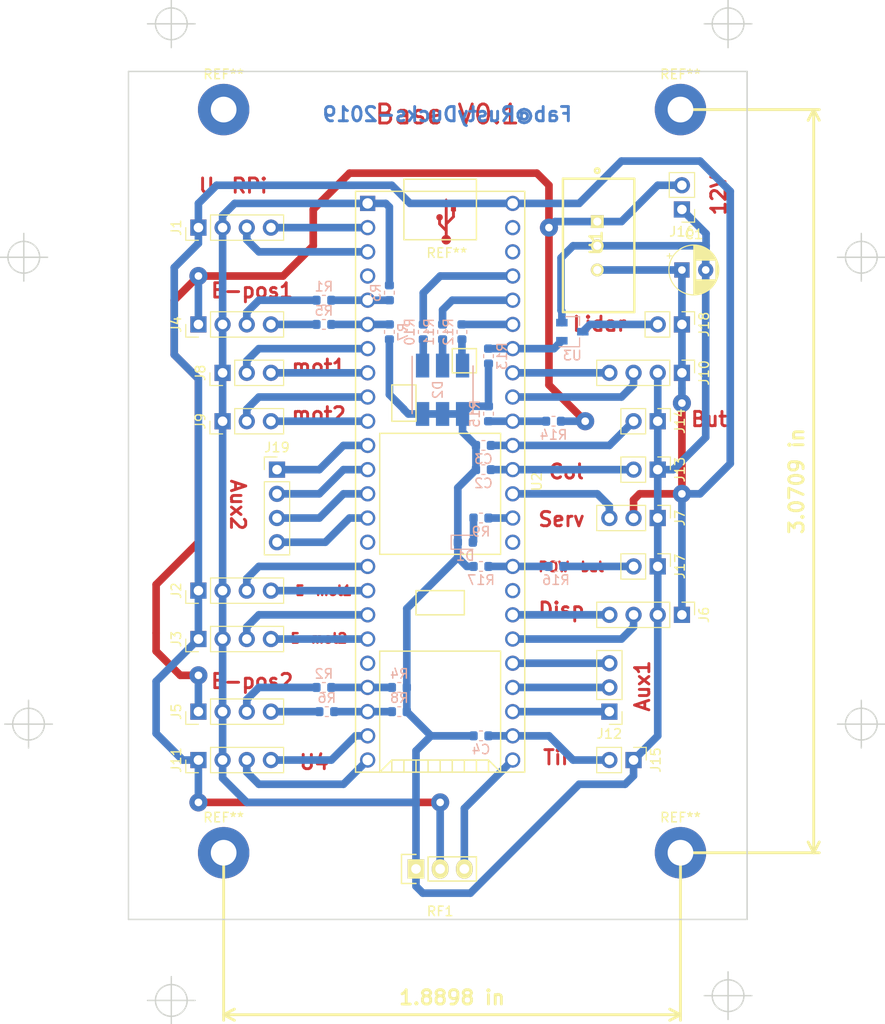
<source format=kicad_pcb>
(kicad_pcb (version 20171130) (host pcbnew 5.0.2-bee76a0~70~ubuntu18.04.1)

  (general
    (thickness 1.6)
    (drawings 34)
    (tracks 248)
    (zones 0)
    (modules 51)
    (nets 53)
  )

  (page A4)
  (layers
    (0 F.Cu signal)
    (31 B.Cu signal)
    (32 B.Adhes user)
    (33 F.Adhes user)
    (34 B.Paste user)
    (35 F.Paste user)
    (36 B.SilkS user)
    (37 F.SilkS user)
    (38 B.Mask user)
    (39 F.Mask user)
    (40 Dwgs.User user)
    (41 Cmts.User user)
    (42 Eco1.User user)
    (43 Eco2.User user)
    (44 Edge.Cuts user)
    (45 Margin user)
    (46 B.CrtYd user)
    (47 F.CrtYd user)
    (48 B.Fab user)
    (49 F.Fab user)
  )

  (setup
    (last_trace_width 0.8)
    (user_trace_width 0.4)
    (user_trace_width 0.8)
    (user_trace_width 1.3)
    (user_trace_width 2.5)
    (trace_clearance 0.2)
    (zone_clearance 0.508)
    (zone_45_only no)
    (trace_min 0.2)
    (segment_width 0.2)
    (edge_width 0.15)
    (via_size 1.9)
    (via_drill 0.8)
    (via_min_size 0.4)
    (via_min_drill 0.3)
    (uvia_size 0.3)
    (uvia_drill 0.1)
    (uvias_allowed no)
    (uvia_min_size 0.2)
    (uvia_min_drill 0.1)
    (pcb_text_width 0.3)
    (pcb_text_size 1.5 1.5)
    (mod_edge_width 0.15)
    (mod_text_size 1 1)
    (mod_text_width 0.15)
    (pad_size 1.524 1.524)
    (pad_drill 0.762)
    (pad_to_mask_clearance 0.051)
    (solder_mask_min_width 0.25)
    (aux_axis_origin 0 0)
    (visible_elements FFFFFF7F)
    (pcbplotparams
      (layerselection 0x010fc_ffffffff)
      (usegerberextensions false)
      (usegerberattributes false)
      (usegerberadvancedattributes false)
      (creategerberjobfile false)
      (excludeedgelayer true)
      (linewidth 0.100000)
      (plotframeref false)
      (viasonmask false)
      (mode 1)
      (useauxorigin false)
      (hpglpennumber 1)
      (hpglpenspeed 20)
      (hpglpendiameter 15.000000)
      (psnegative false)
      (psa4output false)
      (plotreference true)
      (plotvalue true)
      (plotinvisibletext false)
      (padsonsilk false)
      (subtractmaskfromsilk false)
      (outputformat 1)
      (mirror false)
      (drillshape 1)
      (scaleselection 1)
      (outputdirectory ""))
  )

  (net 0 "")
  (net 1 +5V)
  (net 2 GND)
  (net 3 /color)
  (net 4 /user_btn)
  (net 5 /tirette)
  (net 6 "Net-(D1-Pad2)")
  (net 7 "Net-(D2-Pad2)")
  (net 8 "Net-(D2-Pad1)")
  (net 9 "Net-(D2-Pad3)")
  (net 10 /RX_Rpi)
  (net 11 /TX_Rpi)
  (net 12 /EncMot1B)
  (net 13 /EncMot1A)
  (net 14 /EncMot2A)
  (net 15 /EncMot2B)
  (net 16 "Net-(J4-Pad4)")
  (net 17 "Net-(J4-Pad3)")
  (net 18 +12V)
  (net 19 "Net-(J5-Pad3)")
  (net 20 "Net-(J5-Pad4)")
  (net 21 /display_DIO)
  (net 22 /display_CLK)
  (net 23 /Servo)
  (net 24 /Mot1Pwm)
  (net 25 /Mot1Dir)
  (net 26 /Mot2Pwm)
  (net 27 /Mot2Dir)
  (net 28 /SDA0)
  (net 29 /SCL0)
  (net 30 /RX4)
  (net 31 /TX4)
  (net 32 /aux3)
  (net 33 /aux2)
  (net 34 /aux1)
  (net 35 +12P)
  (net 36 /Enc1A)
  (net 37 /Enc2A)
  (net 38 /Enc1B)
  (net 39 /Enc2B)
  (net 40 "Net-(R9-Pad2)")
  (net 41 "Net-(R10-Pad1)")
  (net 42 "Net-(R11-Pad1)")
  (net 43 "Net-(R12-Pad1)")
  (net 44 /lidarSpeed)
  (net 45 /SigMeas)
  (net 46 /PowMeas)
  (net 47 /433_data)
  (net 48 "Net-(J18-Pad2)")
  (net 49 /aux4)
  (net 50 /aux5)
  (net 51 /aux6)
  (net 52 /aux7)

  (net_class Default "This is the default net class."
    (clearance 0.2)
    (trace_width 0.25)
    (via_dia 1.9)
    (via_drill 0.8)
    (uvia_dia 0.3)
    (uvia_drill 0.1)
    (add_net +12P)
    (add_net +12V)
    (add_net +5V)
    (add_net /433_data)
    (add_net /Enc1A)
    (add_net /Enc1B)
    (add_net /Enc2A)
    (add_net /Enc2B)
    (add_net /EncMot1A)
    (add_net /EncMot1B)
    (add_net /EncMot2A)
    (add_net /EncMot2B)
    (add_net /Mot1Dir)
    (add_net /Mot1Pwm)
    (add_net /Mot2Dir)
    (add_net /Mot2Pwm)
    (add_net /PowMeas)
    (add_net /RX4)
    (add_net /RX_Rpi)
    (add_net /SCL0)
    (add_net /SDA0)
    (add_net /Servo)
    (add_net /SigMeas)
    (add_net /TX4)
    (add_net /TX_Rpi)
    (add_net /aux1)
    (add_net /aux2)
    (add_net /aux3)
    (add_net /aux4)
    (add_net /aux5)
    (add_net /aux6)
    (add_net /aux7)
    (add_net /color)
    (add_net /display_CLK)
    (add_net /display_DIO)
    (add_net /lidarSpeed)
    (add_net /tirette)
    (add_net /user_btn)
    (add_net GND)
    (add_net "Net-(D1-Pad2)")
    (add_net "Net-(D2-Pad1)")
    (add_net "Net-(D2-Pad2)")
    (add_net "Net-(D2-Pad3)")
    (add_net "Net-(J18-Pad2)")
    (add_net "Net-(J4-Pad3)")
    (add_net "Net-(J4-Pad4)")
    (add_net "Net-(J5-Pad3)")
    (add_net "Net-(J5-Pad4)")
    (add_net "Net-(R10-Pad1)")
    (add_net "Net-(R11-Pad1)")
    (add_net "Net-(R12-Pad1)")
    (add_net "Net-(R9-Pad2)")
  )

  (module myFootprints:TSR-2 (layer F.Cu) (tedit 5C9A58AB) (tstamp 5CA6BCB5)
    (at 175.26 71.755 270)
    (descr TSR-2)
    (tags "Undefined or Miscellaneous")
    (path /5C9C1ABF)
    (fp_text reference U1 (at 2.217 0.117 270) (layer F.SilkS)
      (effects (font (size 1.27 1.27) (thickness 0.254)))
    )
    (fp_text value TSR_2-2450 (at 2.217 0.117 270) (layer F.SilkS) hide
      (effects (font (size 1.27 1.27) (thickness 0.254)))
    )
    (fp_circle (center -5.342 0.006) (end -5.45536 0.006) (layer F.SilkS) (width 0.254))
    (fp_line (start 9.5 3.61) (end -4.5 3.61) (layer F.SilkS) (width 0.254))
    (fp_line (start 9.5 -3.89) (end 9.5 3.61) (layer F.SilkS) (width 0.254))
    (fp_line (start -4.5 -3.89) (end 9.5 -3.89) (layer F.SilkS) (width 0.254))
    (fp_line (start -4.5 3.61) (end -4.5 -3.89) (layer F.SilkS) (width 0.254))
    (fp_line (start -4.5 3.61) (end -4.5 -3.89) (layer Dwgs.User) (width 0.254))
    (fp_line (start 9.5 3.61) (end -4.5 3.61) (layer Dwgs.User) (width 0.254))
    (fp_line (start 9.5 -3.89) (end 9.5 3.61) (layer Dwgs.User) (width 0.254))
    (fp_line (start -4.5 -3.89) (end 9.5 -3.89) (layer Dwgs.User) (width 0.254))
    (pad 3 thru_hole circle (at 5.08 0) (size 1.35 1.35) (drill 0.85) (layers *.Cu *.Mask F.SilkS)
      (net 1 +5V))
    (pad 2 thru_hole circle (at 2.54 0) (size 1.35 1.35) (drill 0.85) (layers *.Cu *.Mask F.SilkS)
      (net 2 GND))
    (pad 1 thru_hole rect (at 0 0) (size 1.35 1.35) (drill 0.85) (layers *.Cu *.Mask F.SilkS)
      (net 18 +12V))
    (model ${CUSTOM_3D}/TSR_2.STEP
      (at (xyz 0 0 0))
      (scale (xyz 1 1 1))
      (rotate (xyz 180 0 0))
    )
  )

  (module Capacitor_THT:CP_Radial_D5.0mm_P2.50mm (layer F.Cu) (tedit 5AE50EF0) (tstamp 5CA72B4D)
    (at 184.15 76.835)
    (descr "CP, Radial series, Radial, pin pitch=2.50mm, , diameter=5mm, Electrolytic Capacitor")
    (tags "CP Radial series Radial pin pitch 2.50mm  diameter 5mm Electrolytic Capacitor")
    (path /5CC29490)
    (fp_text reference C1 (at 1.25 -3.75) (layer F.SilkS)
      (effects (font (size 1 1) (thickness 0.15)))
    )
    (fp_text value 10u (at 1.25 3.75) (layer F.Fab)
      (effects (font (size 1 1) (thickness 0.15)))
    )
    (fp_circle (center 1.25 0) (end 3.75 0) (layer F.Fab) (width 0.1))
    (fp_circle (center 1.25 0) (end 3.87 0) (layer F.SilkS) (width 0.12))
    (fp_circle (center 1.25 0) (end 4 0) (layer F.CrtYd) (width 0.05))
    (fp_line (start -0.883605 -1.0875) (end -0.383605 -1.0875) (layer F.Fab) (width 0.1))
    (fp_line (start -0.633605 -1.3375) (end -0.633605 -0.8375) (layer F.Fab) (width 0.1))
    (fp_line (start 1.25 -2.58) (end 1.25 2.58) (layer F.SilkS) (width 0.12))
    (fp_line (start 1.29 -2.58) (end 1.29 2.58) (layer F.SilkS) (width 0.12))
    (fp_line (start 1.33 -2.579) (end 1.33 2.579) (layer F.SilkS) (width 0.12))
    (fp_line (start 1.37 -2.578) (end 1.37 2.578) (layer F.SilkS) (width 0.12))
    (fp_line (start 1.41 -2.576) (end 1.41 2.576) (layer F.SilkS) (width 0.12))
    (fp_line (start 1.45 -2.573) (end 1.45 2.573) (layer F.SilkS) (width 0.12))
    (fp_line (start 1.49 -2.569) (end 1.49 -1.04) (layer F.SilkS) (width 0.12))
    (fp_line (start 1.49 1.04) (end 1.49 2.569) (layer F.SilkS) (width 0.12))
    (fp_line (start 1.53 -2.565) (end 1.53 -1.04) (layer F.SilkS) (width 0.12))
    (fp_line (start 1.53 1.04) (end 1.53 2.565) (layer F.SilkS) (width 0.12))
    (fp_line (start 1.57 -2.561) (end 1.57 -1.04) (layer F.SilkS) (width 0.12))
    (fp_line (start 1.57 1.04) (end 1.57 2.561) (layer F.SilkS) (width 0.12))
    (fp_line (start 1.61 -2.556) (end 1.61 -1.04) (layer F.SilkS) (width 0.12))
    (fp_line (start 1.61 1.04) (end 1.61 2.556) (layer F.SilkS) (width 0.12))
    (fp_line (start 1.65 -2.55) (end 1.65 -1.04) (layer F.SilkS) (width 0.12))
    (fp_line (start 1.65 1.04) (end 1.65 2.55) (layer F.SilkS) (width 0.12))
    (fp_line (start 1.69 -2.543) (end 1.69 -1.04) (layer F.SilkS) (width 0.12))
    (fp_line (start 1.69 1.04) (end 1.69 2.543) (layer F.SilkS) (width 0.12))
    (fp_line (start 1.73 -2.536) (end 1.73 -1.04) (layer F.SilkS) (width 0.12))
    (fp_line (start 1.73 1.04) (end 1.73 2.536) (layer F.SilkS) (width 0.12))
    (fp_line (start 1.77 -2.528) (end 1.77 -1.04) (layer F.SilkS) (width 0.12))
    (fp_line (start 1.77 1.04) (end 1.77 2.528) (layer F.SilkS) (width 0.12))
    (fp_line (start 1.81 -2.52) (end 1.81 -1.04) (layer F.SilkS) (width 0.12))
    (fp_line (start 1.81 1.04) (end 1.81 2.52) (layer F.SilkS) (width 0.12))
    (fp_line (start 1.85 -2.511) (end 1.85 -1.04) (layer F.SilkS) (width 0.12))
    (fp_line (start 1.85 1.04) (end 1.85 2.511) (layer F.SilkS) (width 0.12))
    (fp_line (start 1.89 -2.501) (end 1.89 -1.04) (layer F.SilkS) (width 0.12))
    (fp_line (start 1.89 1.04) (end 1.89 2.501) (layer F.SilkS) (width 0.12))
    (fp_line (start 1.93 -2.491) (end 1.93 -1.04) (layer F.SilkS) (width 0.12))
    (fp_line (start 1.93 1.04) (end 1.93 2.491) (layer F.SilkS) (width 0.12))
    (fp_line (start 1.971 -2.48) (end 1.971 -1.04) (layer F.SilkS) (width 0.12))
    (fp_line (start 1.971 1.04) (end 1.971 2.48) (layer F.SilkS) (width 0.12))
    (fp_line (start 2.011 -2.468) (end 2.011 -1.04) (layer F.SilkS) (width 0.12))
    (fp_line (start 2.011 1.04) (end 2.011 2.468) (layer F.SilkS) (width 0.12))
    (fp_line (start 2.051 -2.455) (end 2.051 -1.04) (layer F.SilkS) (width 0.12))
    (fp_line (start 2.051 1.04) (end 2.051 2.455) (layer F.SilkS) (width 0.12))
    (fp_line (start 2.091 -2.442) (end 2.091 -1.04) (layer F.SilkS) (width 0.12))
    (fp_line (start 2.091 1.04) (end 2.091 2.442) (layer F.SilkS) (width 0.12))
    (fp_line (start 2.131 -2.428) (end 2.131 -1.04) (layer F.SilkS) (width 0.12))
    (fp_line (start 2.131 1.04) (end 2.131 2.428) (layer F.SilkS) (width 0.12))
    (fp_line (start 2.171 -2.414) (end 2.171 -1.04) (layer F.SilkS) (width 0.12))
    (fp_line (start 2.171 1.04) (end 2.171 2.414) (layer F.SilkS) (width 0.12))
    (fp_line (start 2.211 -2.398) (end 2.211 -1.04) (layer F.SilkS) (width 0.12))
    (fp_line (start 2.211 1.04) (end 2.211 2.398) (layer F.SilkS) (width 0.12))
    (fp_line (start 2.251 -2.382) (end 2.251 -1.04) (layer F.SilkS) (width 0.12))
    (fp_line (start 2.251 1.04) (end 2.251 2.382) (layer F.SilkS) (width 0.12))
    (fp_line (start 2.291 -2.365) (end 2.291 -1.04) (layer F.SilkS) (width 0.12))
    (fp_line (start 2.291 1.04) (end 2.291 2.365) (layer F.SilkS) (width 0.12))
    (fp_line (start 2.331 -2.348) (end 2.331 -1.04) (layer F.SilkS) (width 0.12))
    (fp_line (start 2.331 1.04) (end 2.331 2.348) (layer F.SilkS) (width 0.12))
    (fp_line (start 2.371 -2.329) (end 2.371 -1.04) (layer F.SilkS) (width 0.12))
    (fp_line (start 2.371 1.04) (end 2.371 2.329) (layer F.SilkS) (width 0.12))
    (fp_line (start 2.411 -2.31) (end 2.411 -1.04) (layer F.SilkS) (width 0.12))
    (fp_line (start 2.411 1.04) (end 2.411 2.31) (layer F.SilkS) (width 0.12))
    (fp_line (start 2.451 -2.29) (end 2.451 -1.04) (layer F.SilkS) (width 0.12))
    (fp_line (start 2.451 1.04) (end 2.451 2.29) (layer F.SilkS) (width 0.12))
    (fp_line (start 2.491 -2.268) (end 2.491 -1.04) (layer F.SilkS) (width 0.12))
    (fp_line (start 2.491 1.04) (end 2.491 2.268) (layer F.SilkS) (width 0.12))
    (fp_line (start 2.531 -2.247) (end 2.531 -1.04) (layer F.SilkS) (width 0.12))
    (fp_line (start 2.531 1.04) (end 2.531 2.247) (layer F.SilkS) (width 0.12))
    (fp_line (start 2.571 -2.224) (end 2.571 -1.04) (layer F.SilkS) (width 0.12))
    (fp_line (start 2.571 1.04) (end 2.571 2.224) (layer F.SilkS) (width 0.12))
    (fp_line (start 2.611 -2.2) (end 2.611 -1.04) (layer F.SilkS) (width 0.12))
    (fp_line (start 2.611 1.04) (end 2.611 2.2) (layer F.SilkS) (width 0.12))
    (fp_line (start 2.651 -2.175) (end 2.651 -1.04) (layer F.SilkS) (width 0.12))
    (fp_line (start 2.651 1.04) (end 2.651 2.175) (layer F.SilkS) (width 0.12))
    (fp_line (start 2.691 -2.149) (end 2.691 -1.04) (layer F.SilkS) (width 0.12))
    (fp_line (start 2.691 1.04) (end 2.691 2.149) (layer F.SilkS) (width 0.12))
    (fp_line (start 2.731 -2.122) (end 2.731 -1.04) (layer F.SilkS) (width 0.12))
    (fp_line (start 2.731 1.04) (end 2.731 2.122) (layer F.SilkS) (width 0.12))
    (fp_line (start 2.771 -2.095) (end 2.771 -1.04) (layer F.SilkS) (width 0.12))
    (fp_line (start 2.771 1.04) (end 2.771 2.095) (layer F.SilkS) (width 0.12))
    (fp_line (start 2.811 -2.065) (end 2.811 -1.04) (layer F.SilkS) (width 0.12))
    (fp_line (start 2.811 1.04) (end 2.811 2.065) (layer F.SilkS) (width 0.12))
    (fp_line (start 2.851 -2.035) (end 2.851 -1.04) (layer F.SilkS) (width 0.12))
    (fp_line (start 2.851 1.04) (end 2.851 2.035) (layer F.SilkS) (width 0.12))
    (fp_line (start 2.891 -2.004) (end 2.891 -1.04) (layer F.SilkS) (width 0.12))
    (fp_line (start 2.891 1.04) (end 2.891 2.004) (layer F.SilkS) (width 0.12))
    (fp_line (start 2.931 -1.971) (end 2.931 -1.04) (layer F.SilkS) (width 0.12))
    (fp_line (start 2.931 1.04) (end 2.931 1.971) (layer F.SilkS) (width 0.12))
    (fp_line (start 2.971 -1.937) (end 2.971 -1.04) (layer F.SilkS) (width 0.12))
    (fp_line (start 2.971 1.04) (end 2.971 1.937) (layer F.SilkS) (width 0.12))
    (fp_line (start 3.011 -1.901) (end 3.011 -1.04) (layer F.SilkS) (width 0.12))
    (fp_line (start 3.011 1.04) (end 3.011 1.901) (layer F.SilkS) (width 0.12))
    (fp_line (start 3.051 -1.864) (end 3.051 -1.04) (layer F.SilkS) (width 0.12))
    (fp_line (start 3.051 1.04) (end 3.051 1.864) (layer F.SilkS) (width 0.12))
    (fp_line (start 3.091 -1.826) (end 3.091 -1.04) (layer F.SilkS) (width 0.12))
    (fp_line (start 3.091 1.04) (end 3.091 1.826) (layer F.SilkS) (width 0.12))
    (fp_line (start 3.131 -1.785) (end 3.131 -1.04) (layer F.SilkS) (width 0.12))
    (fp_line (start 3.131 1.04) (end 3.131 1.785) (layer F.SilkS) (width 0.12))
    (fp_line (start 3.171 -1.743) (end 3.171 -1.04) (layer F.SilkS) (width 0.12))
    (fp_line (start 3.171 1.04) (end 3.171 1.743) (layer F.SilkS) (width 0.12))
    (fp_line (start 3.211 -1.699) (end 3.211 -1.04) (layer F.SilkS) (width 0.12))
    (fp_line (start 3.211 1.04) (end 3.211 1.699) (layer F.SilkS) (width 0.12))
    (fp_line (start 3.251 -1.653) (end 3.251 -1.04) (layer F.SilkS) (width 0.12))
    (fp_line (start 3.251 1.04) (end 3.251 1.653) (layer F.SilkS) (width 0.12))
    (fp_line (start 3.291 -1.605) (end 3.291 -1.04) (layer F.SilkS) (width 0.12))
    (fp_line (start 3.291 1.04) (end 3.291 1.605) (layer F.SilkS) (width 0.12))
    (fp_line (start 3.331 -1.554) (end 3.331 -1.04) (layer F.SilkS) (width 0.12))
    (fp_line (start 3.331 1.04) (end 3.331 1.554) (layer F.SilkS) (width 0.12))
    (fp_line (start 3.371 -1.5) (end 3.371 -1.04) (layer F.SilkS) (width 0.12))
    (fp_line (start 3.371 1.04) (end 3.371 1.5) (layer F.SilkS) (width 0.12))
    (fp_line (start 3.411 -1.443) (end 3.411 -1.04) (layer F.SilkS) (width 0.12))
    (fp_line (start 3.411 1.04) (end 3.411 1.443) (layer F.SilkS) (width 0.12))
    (fp_line (start 3.451 -1.383) (end 3.451 -1.04) (layer F.SilkS) (width 0.12))
    (fp_line (start 3.451 1.04) (end 3.451 1.383) (layer F.SilkS) (width 0.12))
    (fp_line (start 3.491 -1.319) (end 3.491 -1.04) (layer F.SilkS) (width 0.12))
    (fp_line (start 3.491 1.04) (end 3.491 1.319) (layer F.SilkS) (width 0.12))
    (fp_line (start 3.531 -1.251) (end 3.531 -1.04) (layer F.SilkS) (width 0.12))
    (fp_line (start 3.531 1.04) (end 3.531 1.251) (layer F.SilkS) (width 0.12))
    (fp_line (start 3.571 -1.178) (end 3.571 1.178) (layer F.SilkS) (width 0.12))
    (fp_line (start 3.611 -1.098) (end 3.611 1.098) (layer F.SilkS) (width 0.12))
    (fp_line (start 3.651 -1.011) (end 3.651 1.011) (layer F.SilkS) (width 0.12))
    (fp_line (start 3.691 -0.915) (end 3.691 0.915) (layer F.SilkS) (width 0.12))
    (fp_line (start 3.731 -0.805) (end 3.731 0.805) (layer F.SilkS) (width 0.12))
    (fp_line (start 3.771 -0.677) (end 3.771 0.677) (layer F.SilkS) (width 0.12))
    (fp_line (start 3.811 -0.518) (end 3.811 0.518) (layer F.SilkS) (width 0.12))
    (fp_line (start 3.851 -0.284) (end 3.851 0.284) (layer F.SilkS) (width 0.12))
    (fp_line (start -1.554775 -1.475) (end -1.054775 -1.475) (layer F.SilkS) (width 0.12))
    (fp_line (start -1.304775 -1.725) (end -1.304775 -1.225) (layer F.SilkS) (width 0.12))
    (fp_text user %R (at 1.25 0) (layer F.Fab)
      (effects (font (size 1 1) (thickness 0.15)))
    )
    (pad 1 thru_hole rect (at 0 0) (size 1.6 1.6) (drill 0.8) (layers *.Cu *.Mask)
      (net 1 +5V))
    (pad 2 thru_hole circle (at 2.5 0) (size 1.6 1.6) (drill 0.8) (layers *.Cu *.Mask)
      (net 2 GND))
    (model ${KISYS3DMOD}/Capacitor_THT.3dshapes/CP_Radial_D5.0mm_P2.50mm.wrl
      (at (xyz 0 0 0))
      (scale (xyz 1 1 1))
      (rotate (xyz 0 0 0))
    )
  )

  (module Capacitor_SMD:C_0603_1608Metric (layer B.Cu) (tedit 5B301BBE) (tstamp 5CA6B987)
    (at 163.2965 97.79)
    (descr "Capacitor SMD 0603 (1608 Metric), square (rectangular) end terminal, IPC_7351 nominal, (Body size source: http://www.tortai-tech.com/upload/download/2011102023233369053.pdf), generated with kicad-footprint-generator")
    (tags capacitor)
    (path /5CA9D8A7)
    (attr smd)
    (fp_text reference C2 (at 0 1.43) (layer B.SilkS)
      (effects (font (size 1 1) (thickness 0.15)) (justify mirror))
    )
    (fp_text value 100n (at 0 -1.43) (layer B.Fab)
      (effects (font (size 1 1) (thickness 0.15)) (justify mirror))
    )
    (fp_line (start -0.8 -0.4) (end -0.8 0.4) (layer B.Fab) (width 0.1))
    (fp_line (start -0.8 0.4) (end 0.8 0.4) (layer B.Fab) (width 0.1))
    (fp_line (start 0.8 0.4) (end 0.8 -0.4) (layer B.Fab) (width 0.1))
    (fp_line (start 0.8 -0.4) (end -0.8 -0.4) (layer B.Fab) (width 0.1))
    (fp_line (start -0.162779 0.51) (end 0.162779 0.51) (layer B.SilkS) (width 0.12))
    (fp_line (start -0.162779 -0.51) (end 0.162779 -0.51) (layer B.SilkS) (width 0.12))
    (fp_line (start -1.48 -0.73) (end -1.48 0.73) (layer B.CrtYd) (width 0.05))
    (fp_line (start -1.48 0.73) (end 1.48 0.73) (layer B.CrtYd) (width 0.05))
    (fp_line (start 1.48 0.73) (end 1.48 -0.73) (layer B.CrtYd) (width 0.05))
    (fp_line (start 1.48 -0.73) (end -1.48 -0.73) (layer B.CrtYd) (width 0.05))
    (fp_text user %R (at 0 0) (layer B.Fab)
      (effects (font (size 0.4 0.4) (thickness 0.06)) (justify mirror))
    )
    (pad 1 smd roundrect (at -0.7875 0) (size 0.875 0.95) (layers B.Cu B.Paste B.Mask) (roundrect_rratio 0.25)
      (net 2 GND))
    (pad 2 smd roundrect (at 0.7875 0) (size 0.875 0.95) (layers B.Cu B.Paste B.Mask) (roundrect_rratio 0.25)
      (net 3 /color))
    (model ${KISYS3DMOD}/Capacitor_SMD.3dshapes/C_0603_1608Metric.wrl
      (at (xyz 0 0 0))
      (scale (xyz 1 1 1))
      (rotate (xyz 0 0 0))
    )
  )

  (module Capacitor_SMD:C_0603_1608Metric (layer B.Cu) (tedit 5B301BBE) (tstamp 5CA6B998)
    (at 163.2965 95.25)
    (descr "Capacitor SMD 0603 (1608 Metric), square (rectangular) end terminal, IPC_7351 nominal, (Body size source: http://www.tortai-tech.com/upload/download/2011102023233369053.pdf), generated with kicad-footprint-generator")
    (tags capacitor)
    (path /5CAAD92A)
    (attr smd)
    (fp_text reference C3 (at 0 1.43) (layer B.SilkS)
      (effects (font (size 1 1) (thickness 0.15)) (justify mirror))
    )
    (fp_text value 100n (at 0 -1.43) (layer B.Fab)
      (effects (font (size 1 1) (thickness 0.15)) (justify mirror))
    )
    (fp_text user %R (at 0 0) (layer B.Fab)
      (effects (font (size 0.4 0.4) (thickness 0.06)) (justify mirror))
    )
    (fp_line (start 1.48 -0.73) (end -1.48 -0.73) (layer B.CrtYd) (width 0.05))
    (fp_line (start 1.48 0.73) (end 1.48 -0.73) (layer B.CrtYd) (width 0.05))
    (fp_line (start -1.48 0.73) (end 1.48 0.73) (layer B.CrtYd) (width 0.05))
    (fp_line (start -1.48 -0.73) (end -1.48 0.73) (layer B.CrtYd) (width 0.05))
    (fp_line (start -0.162779 -0.51) (end 0.162779 -0.51) (layer B.SilkS) (width 0.12))
    (fp_line (start -0.162779 0.51) (end 0.162779 0.51) (layer B.SilkS) (width 0.12))
    (fp_line (start 0.8 -0.4) (end -0.8 -0.4) (layer B.Fab) (width 0.1))
    (fp_line (start 0.8 0.4) (end 0.8 -0.4) (layer B.Fab) (width 0.1))
    (fp_line (start -0.8 0.4) (end 0.8 0.4) (layer B.Fab) (width 0.1))
    (fp_line (start -0.8 -0.4) (end -0.8 0.4) (layer B.Fab) (width 0.1))
    (pad 2 smd roundrect (at 0.7875 0) (size 0.875 0.95) (layers B.Cu B.Paste B.Mask) (roundrect_rratio 0.25)
      (net 4 /user_btn))
    (pad 1 smd roundrect (at -0.7875 0) (size 0.875 0.95) (layers B.Cu B.Paste B.Mask) (roundrect_rratio 0.25)
      (net 2 GND))
    (model ${KISYS3DMOD}/Capacitor_SMD.3dshapes/C_0603_1608Metric.wrl
      (at (xyz 0 0 0))
      (scale (xyz 1 1 1))
      (rotate (xyz 0 0 0))
    )
  )

  (module Capacitor_SMD:C_0603_1608Metric (layer B.Cu) (tedit 5B301BBE) (tstamp 5CA6B9A9)
    (at 163.0425 125.73)
    (descr "Capacitor SMD 0603 (1608 Metric), square (rectangular) end terminal, IPC_7351 nominal, (Body size source: http://www.tortai-tech.com/upload/download/2011102023233369053.pdf), generated with kicad-footprint-generator")
    (tags capacitor)
    (path /5CB7BD75)
    (attr smd)
    (fp_text reference C4 (at 0 1.43) (layer B.SilkS)
      (effects (font (size 1 1) (thickness 0.15)) (justify mirror))
    )
    (fp_text value 100n (at 0 -1.43) (layer B.Fab)
      (effects (font (size 1 1) (thickness 0.15)) (justify mirror))
    )
    (fp_line (start -0.8 -0.4) (end -0.8 0.4) (layer B.Fab) (width 0.1))
    (fp_line (start -0.8 0.4) (end 0.8 0.4) (layer B.Fab) (width 0.1))
    (fp_line (start 0.8 0.4) (end 0.8 -0.4) (layer B.Fab) (width 0.1))
    (fp_line (start 0.8 -0.4) (end -0.8 -0.4) (layer B.Fab) (width 0.1))
    (fp_line (start -0.162779 0.51) (end 0.162779 0.51) (layer B.SilkS) (width 0.12))
    (fp_line (start -0.162779 -0.51) (end 0.162779 -0.51) (layer B.SilkS) (width 0.12))
    (fp_line (start -1.48 -0.73) (end -1.48 0.73) (layer B.CrtYd) (width 0.05))
    (fp_line (start -1.48 0.73) (end 1.48 0.73) (layer B.CrtYd) (width 0.05))
    (fp_line (start 1.48 0.73) (end 1.48 -0.73) (layer B.CrtYd) (width 0.05))
    (fp_line (start 1.48 -0.73) (end -1.48 -0.73) (layer B.CrtYd) (width 0.05))
    (fp_text user %R (at 0 0) (layer B.Fab)
      (effects (font (size 0.4 0.4) (thickness 0.06)) (justify mirror))
    )
    (pad 1 smd roundrect (at -0.7875 0) (size 0.875 0.95) (layers B.Cu B.Paste B.Mask) (roundrect_rratio 0.25)
      (net 2 GND))
    (pad 2 smd roundrect (at 0.7875 0) (size 0.875 0.95) (layers B.Cu B.Paste B.Mask) (roundrect_rratio 0.25)
      (net 5 /tirette))
    (model ${KISYS3DMOD}/Capacitor_SMD.3dshapes/C_0603_1608Metric.wrl
      (at (xyz 0 0 0))
      (scale (xyz 1 1 1))
      (rotate (xyz 0 0 0))
    )
  )

  (module LED_SMD:LED_0603_1608Metric (layer B.Cu) (tedit 5B301BBE) (tstamp 5CA6B9BC)
    (at 161.3915 105.41)
    (descr "LED SMD 0603 (1608 Metric), square (rectangular) end terminal, IPC_7351 nominal, (Body size source: http://www.tortai-tech.com/upload/download/2011102023233369053.pdf), generated with kicad-footprint-generator")
    (tags diode)
    (path /5CB83B93)
    (attr smd)
    (fp_text reference D1 (at 0 1.43) (layer B.SilkS)
      (effects (font (size 1 1) (thickness 0.15)) (justify mirror))
    )
    (fp_text value LED (at 0 -1.43) (layer B.Fab)
      (effects (font (size 1 1) (thickness 0.15)) (justify mirror))
    )
    (fp_line (start 0.8 0.4) (end -0.5 0.4) (layer B.Fab) (width 0.1))
    (fp_line (start -0.5 0.4) (end -0.8 0.1) (layer B.Fab) (width 0.1))
    (fp_line (start -0.8 0.1) (end -0.8 -0.4) (layer B.Fab) (width 0.1))
    (fp_line (start -0.8 -0.4) (end 0.8 -0.4) (layer B.Fab) (width 0.1))
    (fp_line (start 0.8 -0.4) (end 0.8 0.4) (layer B.Fab) (width 0.1))
    (fp_line (start 0.8 0.735) (end -1.485 0.735) (layer B.SilkS) (width 0.12))
    (fp_line (start -1.485 0.735) (end -1.485 -0.735) (layer B.SilkS) (width 0.12))
    (fp_line (start -1.485 -0.735) (end 0.8 -0.735) (layer B.SilkS) (width 0.12))
    (fp_line (start -1.48 -0.73) (end -1.48 0.73) (layer B.CrtYd) (width 0.05))
    (fp_line (start -1.48 0.73) (end 1.48 0.73) (layer B.CrtYd) (width 0.05))
    (fp_line (start 1.48 0.73) (end 1.48 -0.73) (layer B.CrtYd) (width 0.05))
    (fp_line (start 1.48 -0.73) (end -1.48 -0.73) (layer B.CrtYd) (width 0.05))
    (fp_text user %R (at 0 0) (layer B.Fab)
      (effects (font (size 0.4 0.4) (thickness 0.06)) (justify mirror))
    )
    (pad 1 smd roundrect (at -0.7875 0) (size 0.875 0.95) (layers B.Cu B.Paste B.Mask) (roundrect_rratio 0.25)
      (net 2 GND))
    (pad 2 smd roundrect (at 0.7875 0) (size 0.875 0.95) (layers B.Cu B.Paste B.Mask) (roundrect_rratio 0.25)
      (net 6 "Net-(D1-Pad2)"))
    (model ${KISYS3DMOD}/LED_SMD.3dshapes/LED_0603_1608Metric.wrl
      (at (xyz 0 0 0))
      (scale (xyz 1 1 1))
      (rotate (xyz 0 0 0))
    )
  )

  (module myFootprints:PLCC6_CLP6C-FKB (layer B.Cu) (tedit 5C991299) (tstamp 5CA6CCE9)
    (at 159.004 89.408 270)
    (path /5CA587E5)
    (fp_text reference D2 (at 0 0.508 90) (layer B.SilkS)
      (effects (font (size 1 1) (thickness 0.15)) (justify mirror))
    )
    (fp_text value CLP6C-FKB (at 0 6.35 270) (layer B.Fab)
      (effects (font (size 1 1) (thickness 0.15)) (justify mirror))
    )
    (fp_line (start -2.5 -3) (end 2.5 -3) (layer B.Fab) (width 0.15))
    (fp_line (start 2.5 -3) (end 2.5 3) (layer B.Fab) (width 0.15))
    (fp_line (start 2.5 3) (end -2.5 3) (layer B.Fab) (width 0.15))
    (fp_line (start -2.5 3) (end -2.5 -3) (layer B.Fab) (width 0.15))
    (fp_line (start -2.5 2) (end -1.5 3) (layer B.Fab) (width 0.15))
    (fp_line (start -2.5 -3.2) (end 2.5 -3.2) (layer B.SilkS) (width 0.15))
    (fp_line (start -3.5 3.2) (end 2.5 3.2) (layer B.SilkS) (width 0.15))
    (pad 5 smd rect (at 2.54 0 270) (size 2.5 1.4) (layers B.Cu B.Paste B.Mask)
      (net 2 GND))
    (pad 2 smd rect (at -2.54 0 270) (size 2.5 1.4) (layers B.Cu B.Paste B.Mask)
      (net 7 "Net-(D2-Pad2)"))
    (pad 1 smd rect (at -2.54 2.1 270) (size 2.5 1.4) (layers B.Cu B.Paste B.Mask)
      (net 8 "Net-(D2-Pad1)"))
    (pad 6 smd rect (at 2.54 2.1 270) (size 2.5 1.4) (layers B.Cu B.Paste B.Mask)
      (net 2 GND))
    (pad 4 smd rect (at 2.54 -2.1 270) (size 2.5 1.4) (layers B.Cu B.Paste B.Mask)
      (net 2 GND))
    (pad 3 smd rect (at -2.54 -2.1 270) (size 2.5 1.4) (layers B.Cu B.Paste B.Mask)
      (net 9 "Net-(D2-Pad3)"))
  )

  (module Connector_PinHeader_2.54mm:PinHeader_1x04_P2.54mm_Vertical (layer F.Cu) (tedit 59FED5CC) (tstamp 5CA6B9E5)
    (at 133.35 72.39 90)
    (descr "Through hole straight pin header, 1x04, 2.54mm pitch, single row")
    (tags "Through hole pin header THT 1x04 2.54mm single row")
    (path /5C952A0D)
    (fp_text reference J1 (at 0 -2.33 90) (layer F.SilkS)
      (effects (font (size 1 1) (thickness 0.15)))
    )
    (fp_text value UART_RPi (at 0 9.95 90) (layer F.Fab)
      (effects (font (size 1 1) (thickness 0.15)))
    )
    (fp_text user %R (at 0 3.81 180) (layer F.Fab)
      (effects (font (size 1 1) (thickness 0.15)))
    )
    (fp_line (start 1.8 -1.8) (end -1.8 -1.8) (layer F.CrtYd) (width 0.05))
    (fp_line (start 1.8 9.4) (end 1.8 -1.8) (layer F.CrtYd) (width 0.05))
    (fp_line (start -1.8 9.4) (end 1.8 9.4) (layer F.CrtYd) (width 0.05))
    (fp_line (start -1.8 -1.8) (end -1.8 9.4) (layer F.CrtYd) (width 0.05))
    (fp_line (start -1.33 -1.33) (end 0 -1.33) (layer F.SilkS) (width 0.12))
    (fp_line (start -1.33 0) (end -1.33 -1.33) (layer F.SilkS) (width 0.12))
    (fp_line (start -1.33 1.27) (end 1.33 1.27) (layer F.SilkS) (width 0.12))
    (fp_line (start 1.33 1.27) (end 1.33 8.95) (layer F.SilkS) (width 0.12))
    (fp_line (start -1.33 1.27) (end -1.33 8.95) (layer F.SilkS) (width 0.12))
    (fp_line (start -1.33 8.95) (end 1.33 8.95) (layer F.SilkS) (width 0.12))
    (fp_line (start -1.27 -0.635) (end -0.635 -1.27) (layer F.Fab) (width 0.1))
    (fp_line (start -1.27 8.89) (end -1.27 -0.635) (layer F.Fab) (width 0.1))
    (fp_line (start 1.27 8.89) (end -1.27 8.89) (layer F.Fab) (width 0.1))
    (fp_line (start 1.27 -1.27) (end 1.27 8.89) (layer F.Fab) (width 0.1))
    (fp_line (start -0.635 -1.27) (end 1.27 -1.27) (layer F.Fab) (width 0.1))
    (pad 4 thru_hole oval (at 0 7.62 90) (size 1.7 1.7) (drill 1) (layers *.Cu *.Mask)
      (net 10 /RX_Rpi))
    (pad 3 thru_hole oval (at 0 5.08 90) (size 1.7 1.7) (drill 1) (layers *.Cu *.Mask)
      (net 11 /TX_Rpi))
    (pad 2 thru_hole oval (at 0 2.54 90) (size 1.7 1.7) (drill 1) (layers *.Cu *.Mask)
      (net 2 GND))
    (pad 1 thru_hole rect (at 0 0 90) (size 1.7 1.7) (drill 1) (layers *.Cu *.Mask)
      (net 1 +5V))
    (model ${KISYS3DMOD}/Connector_PinHeader_2.54mm.3dshapes/PinHeader_1x04_P2.54mm_Vertical.wrl
      (at (xyz 0 0 0))
      (scale (xyz 1 1 1))
      (rotate (xyz 0 0 0))
    )
  )

  (module Connector_PinHeader_2.54mm:PinHeader_1x04_P2.54mm_Vertical (layer F.Cu) (tedit 59FED5CC) (tstamp 5CA6B9FD)
    (at 133.35 110.49 90)
    (descr "Through hole straight pin header, 1x04, 2.54mm pitch, single row")
    (tags "Through hole pin header THT 1x04 2.54mm single row")
    (path /5C952B1D)
    (fp_text reference J2 (at 0 -2.33 90) (layer F.SilkS)
      (effects (font (size 1 1) (thickness 0.15)))
    )
    (fp_text value EncMot1 (at 0 9.95 90) (layer F.Fab)
      (effects (font (size 1 1) (thickness 0.15)))
    )
    (fp_text user %R (at 0 3.81 180) (layer F.Fab)
      (effects (font (size 1 1) (thickness 0.15)))
    )
    (fp_line (start 1.8 -1.8) (end -1.8 -1.8) (layer F.CrtYd) (width 0.05))
    (fp_line (start 1.8 9.4) (end 1.8 -1.8) (layer F.CrtYd) (width 0.05))
    (fp_line (start -1.8 9.4) (end 1.8 9.4) (layer F.CrtYd) (width 0.05))
    (fp_line (start -1.8 -1.8) (end -1.8 9.4) (layer F.CrtYd) (width 0.05))
    (fp_line (start -1.33 -1.33) (end 0 -1.33) (layer F.SilkS) (width 0.12))
    (fp_line (start -1.33 0) (end -1.33 -1.33) (layer F.SilkS) (width 0.12))
    (fp_line (start -1.33 1.27) (end 1.33 1.27) (layer F.SilkS) (width 0.12))
    (fp_line (start 1.33 1.27) (end 1.33 8.95) (layer F.SilkS) (width 0.12))
    (fp_line (start -1.33 1.27) (end -1.33 8.95) (layer F.SilkS) (width 0.12))
    (fp_line (start -1.33 8.95) (end 1.33 8.95) (layer F.SilkS) (width 0.12))
    (fp_line (start -1.27 -0.635) (end -0.635 -1.27) (layer F.Fab) (width 0.1))
    (fp_line (start -1.27 8.89) (end -1.27 -0.635) (layer F.Fab) (width 0.1))
    (fp_line (start 1.27 8.89) (end -1.27 8.89) (layer F.Fab) (width 0.1))
    (fp_line (start 1.27 -1.27) (end 1.27 8.89) (layer F.Fab) (width 0.1))
    (fp_line (start -0.635 -1.27) (end 1.27 -1.27) (layer F.Fab) (width 0.1))
    (pad 4 thru_hole oval (at 0 7.62 90) (size 1.7 1.7) (drill 1) (layers *.Cu *.Mask)
      (net 12 /EncMot1B))
    (pad 3 thru_hole oval (at 0 5.08 90) (size 1.7 1.7) (drill 1) (layers *.Cu *.Mask)
      (net 13 /EncMot1A))
    (pad 2 thru_hole oval (at 0 2.54 90) (size 1.7 1.7) (drill 1) (layers *.Cu *.Mask)
      (net 2 GND))
    (pad 1 thru_hole rect (at 0 0 90) (size 1.7 1.7) (drill 1) (layers *.Cu *.Mask)
      (net 1 +5V))
    (model ${KISYS3DMOD}/Connector_PinHeader_2.54mm.3dshapes/PinHeader_1x04_P2.54mm_Vertical.wrl
      (at (xyz 0 0 0))
      (scale (xyz 1 1 1))
      (rotate (xyz 0 0 0))
    )
  )

  (module Connector_PinHeader_2.54mm:PinHeader_1x04_P2.54mm_Vertical (layer F.Cu) (tedit 59FED5CC) (tstamp 5CA6CA9F)
    (at 133.35 115.57 90)
    (descr "Through hole straight pin header, 1x04, 2.54mm pitch, single row")
    (tags "Through hole pin header THT 1x04 2.54mm single row")
    (path /5C952C81)
    (fp_text reference J3 (at 0 -2.33 90) (layer F.SilkS)
      (effects (font (size 1 1) (thickness 0.15)))
    )
    (fp_text value EncMot2 (at 0 9.95 90) (layer F.Fab)
      (effects (font (size 1 1) (thickness 0.15)))
    )
    (fp_line (start -0.635 -1.27) (end 1.27 -1.27) (layer F.Fab) (width 0.1))
    (fp_line (start 1.27 -1.27) (end 1.27 8.89) (layer F.Fab) (width 0.1))
    (fp_line (start 1.27 8.89) (end -1.27 8.89) (layer F.Fab) (width 0.1))
    (fp_line (start -1.27 8.89) (end -1.27 -0.635) (layer F.Fab) (width 0.1))
    (fp_line (start -1.27 -0.635) (end -0.635 -1.27) (layer F.Fab) (width 0.1))
    (fp_line (start -1.33 8.95) (end 1.33 8.95) (layer F.SilkS) (width 0.12))
    (fp_line (start -1.33 1.27) (end -1.33 8.95) (layer F.SilkS) (width 0.12))
    (fp_line (start 1.33 1.27) (end 1.33 8.95) (layer F.SilkS) (width 0.12))
    (fp_line (start -1.33 1.27) (end 1.33 1.27) (layer F.SilkS) (width 0.12))
    (fp_line (start -1.33 0) (end -1.33 -1.33) (layer F.SilkS) (width 0.12))
    (fp_line (start -1.33 -1.33) (end 0 -1.33) (layer F.SilkS) (width 0.12))
    (fp_line (start -1.8 -1.8) (end -1.8 9.4) (layer F.CrtYd) (width 0.05))
    (fp_line (start -1.8 9.4) (end 1.8 9.4) (layer F.CrtYd) (width 0.05))
    (fp_line (start 1.8 9.4) (end 1.8 -1.8) (layer F.CrtYd) (width 0.05))
    (fp_line (start 1.8 -1.8) (end -1.8 -1.8) (layer F.CrtYd) (width 0.05))
    (fp_text user %R (at 0 3.81 180) (layer F.Fab)
      (effects (font (size 1 1) (thickness 0.15)))
    )
    (pad 1 thru_hole rect (at 0 0 90) (size 1.7 1.7) (drill 1) (layers *.Cu *.Mask)
      (net 1 +5V))
    (pad 2 thru_hole oval (at 0 2.54 90) (size 1.7 1.7) (drill 1) (layers *.Cu *.Mask)
      (net 2 GND))
    (pad 3 thru_hole oval (at 0 5.08 90) (size 1.7 1.7) (drill 1) (layers *.Cu *.Mask)
      (net 14 /EncMot2A))
    (pad 4 thru_hole oval (at 0 7.62 90) (size 1.7 1.7) (drill 1) (layers *.Cu *.Mask)
      (net 15 /EncMot2B))
    (model ${KISYS3DMOD}/Connector_PinHeader_2.54mm.3dshapes/PinHeader_1x04_P2.54mm_Vertical.wrl
      (at (xyz 0 0 0))
      (scale (xyz 1 1 1))
      (rotate (xyz 0 0 0))
    )
  )

  (module Connector_PinHeader_2.54mm:PinHeader_1x04_P2.54mm_Vertical (layer F.Cu) (tedit 59FED5CC) (tstamp 5CA6BA2D)
    (at 133.35 82.55 90)
    (descr "Through hole straight pin header, 1x04, 2.54mm pitch, single row")
    (tags "Through hole pin header THT 1x04 2.54mm single row")
    (path /5C952CBD)
    (fp_text reference J4 (at 0 -2.33 90) (layer F.SilkS)
      (effects (font (size 1 1) (thickness 0.15)))
    )
    (fp_text value EncPos1 (at 0 9.95 90) (layer F.Fab)
      (effects (font (size 1 1) (thickness 0.15)))
    )
    (fp_text user %R (at 0 3.81 180) (layer F.Fab)
      (effects (font (size 1 1) (thickness 0.15)))
    )
    (fp_line (start 1.8 -1.8) (end -1.8 -1.8) (layer F.CrtYd) (width 0.05))
    (fp_line (start 1.8 9.4) (end 1.8 -1.8) (layer F.CrtYd) (width 0.05))
    (fp_line (start -1.8 9.4) (end 1.8 9.4) (layer F.CrtYd) (width 0.05))
    (fp_line (start -1.8 -1.8) (end -1.8 9.4) (layer F.CrtYd) (width 0.05))
    (fp_line (start -1.33 -1.33) (end 0 -1.33) (layer F.SilkS) (width 0.12))
    (fp_line (start -1.33 0) (end -1.33 -1.33) (layer F.SilkS) (width 0.12))
    (fp_line (start -1.33 1.27) (end 1.33 1.27) (layer F.SilkS) (width 0.12))
    (fp_line (start 1.33 1.27) (end 1.33 8.95) (layer F.SilkS) (width 0.12))
    (fp_line (start -1.33 1.27) (end -1.33 8.95) (layer F.SilkS) (width 0.12))
    (fp_line (start -1.33 8.95) (end 1.33 8.95) (layer F.SilkS) (width 0.12))
    (fp_line (start -1.27 -0.635) (end -0.635 -1.27) (layer F.Fab) (width 0.1))
    (fp_line (start -1.27 8.89) (end -1.27 -0.635) (layer F.Fab) (width 0.1))
    (fp_line (start 1.27 8.89) (end -1.27 8.89) (layer F.Fab) (width 0.1))
    (fp_line (start 1.27 -1.27) (end 1.27 8.89) (layer F.Fab) (width 0.1))
    (fp_line (start -0.635 -1.27) (end 1.27 -1.27) (layer F.Fab) (width 0.1))
    (pad 4 thru_hole oval (at 0 7.62 90) (size 1.7 1.7) (drill 1) (layers *.Cu *.Mask)
      (net 16 "Net-(J4-Pad4)"))
    (pad 3 thru_hole oval (at 0 5.08 90) (size 1.7 1.7) (drill 1) (layers *.Cu *.Mask)
      (net 17 "Net-(J4-Pad3)"))
    (pad 2 thru_hole oval (at 0 2.54 90) (size 1.7 1.7) (drill 1) (layers *.Cu *.Mask)
      (net 2 GND))
    (pad 1 thru_hole rect (at 0 0 90) (size 1.7 1.7) (drill 1) (layers *.Cu *.Mask)
      (net 18 +12V))
    (model ${KISYS3DMOD}/Connector_PinHeader_2.54mm.3dshapes/PinHeader_1x04_P2.54mm_Vertical.wrl
      (at (xyz 0 0 0))
      (scale (xyz 1 1 1))
      (rotate (xyz 0 0 0))
    )
  )

  (module Connector_PinHeader_2.54mm:PinHeader_1x04_P2.54mm_Vertical (layer F.Cu) (tedit 59FED5CC) (tstamp 5CA6BA45)
    (at 133.35 123.19 90)
    (descr "Through hole straight pin header, 1x04, 2.54mm pitch, single row")
    (tags "Through hole pin header THT 1x04 2.54mm single row")
    (path /5C99F7F8)
    (fp_text reference J5 (at 0 -2.33 90) (layer F.SilkS)
      (effects (font (size 1 1) (thickness 0.15)))
    )
    (fp_text value EncPos2 (at 0 9.95 90) (layer F.Fab)
      (effects (font (size 1 1) (thickness 0.15)))
    )
    (fp_line (start -0.635 -1.27) (end 1.27 -1.27) (layer F.Fab) (width 0.1))
    (fp_line (start 1.27 -1.27) (end 1.27 8.89) (layer F.Fab) (width 0.1))
    (fp_line (start 1.27 8.89) (end -1.27 8.89) (layer F.Fab) (width 0.1))
    (fp_line (start -1.27 8.89) (end -1.27 -0.635) (layer F.Fab) (width 0.1))
    (fp_line (start -1.27 -0.635) (end -0.635 -1.27) (layer F.Fab) (width 0.1))
    (fp_line (start -1.33 8.95) (end 1.33 8.95) (layer F.SilkS) (width 0.12))
    (fp_line (start -1.33 1.27) (end -1.33 8.95) (layer F.SilkS) (width 0.12))
    (fp_line (start 1.33 1.27) (end 1.33 8.95) (layer F.SilkS) (width 0.12))
    (fp_line (start -1.33 1.27) (end 1.33 1.27) (layer F.SilkS) (width 0.12))
    (fp_line (start -1.33 0) (end -1.33 -1.33) (layer F.SilkS) (width 0.12))
    (fp_line (start -1.33 -1.33) (end 0 -1.33) (layer F.SilkS) (width 0.12))
    (fp_line (start -1.8 -1.8) (end -1.8 9.4) (layer F.CrtYd) (width 0.05))
    (fp_line (start -1.8 9.4) (end 1.8 9.4) (layer F.CrtYd) (width 0.05))
    (fp_line (start 1.8 9.4) (end 1.8 -1.8) (layer F.CrtYd) (width 0.05))
    (fp_line (start 1.8 -1.8) (end -1.8 -1.8) (layer F.CrtYd) (width 0.05))
    (fp_text user %R (at 0 3.81 180) (layer F.Fab)
      (effects (font (size 1 1) (thickness 0.15)))
    )
    (pad 1 thru_hole rect (at 0 0 90) (size 1.7 1.7) (drill 1) (layers *.Cu *.Mask)
      (net 18 +12V))
    (pad 2 thru_hole oval (at 0 2.54 90) (size 1.7 1.7) (drill 1) (layers *.Cu *.Mask)
      (net 2 GND))
    (pad 3 thru_hole oval (at 0 5.08 90) (size 1.7 1.7) (drill 1) (layers *.Cu *.Mask)
      (net 19 "Net-(J5-Pad3)"))
    (pad 4 thru_hole oval (at 0 7.62 90) (size 1.7 1.7) (drill 1) (layers *.Cu *.Mask)
      (net 20 "Net-(J5-Pad4)"))
    (model ${KISYS3DMOD}/Connector_PinHeader_2.54mm.3dshapes/PinHeader_1x04_P2.54mm_Vertical.wrl
      (at (xyz 0 0 0))
      (scale (xyz 1 1 1))
      (rotate (xyz 0 0 0))
    )
  )

  (module Connector_PinHeader_2.54mm:PinHeader_1x04_P2.54mm_Vertical (layer F.Cu) (tedit 59FED5CC) (tstamp 5CA6DD6D)
    (at 184.15 113.03 270)
    (descr "Through hole straight pin header, 1x04, 2.54mm pitch, single row")
    (tags "Through hole pin header THT 1x04 2.54mm single row")
    (path /5CA4702A)
    (fp_text reference J6 (at 0 -2.33 270) (layer F.SilkS)
      (effects (font (size 1 1) (thickness 0.15)))
    )
    (fp_text value Display (at 0 9.95 270) (layer F.Fab)
      (effects (font (size 1 1) (thickness 0.15)))
    )
    (fp_line (start -0.635 -1.27) (end 1.27 -1.27) (layer F.Fab) (width 0.1))
    (fp_line (start 1.27 -1.27) (end 1.27 8.89) (layer F.Fab) (width 0.1))
    (fp_line (start 1.27 8.89) (end -1.27 8.89) (layer F.Fab) (width 0.1))
    (fp_line (start -1.27 8.89) (end -1.27 -0.635) (layer F.Fab) (width 0.1))
    (fp_line (start -1.27 -0.635) (end -0.635 -1.27) (layer F.Fab) (width 0.1))
    (fp_line (start -1.33 8.95) (end 1.33 8.95) (layer F.SilkS) (width 0.12))
    (fp_line (start -1.33 1.27) (end -1.33 8.95) (layer F.SilkS) (width 0.12))
    (fp_line (start 1.33 1.27) (end 1.33 8.95) (layer F.SilkS) (width 0.12))
    (fp_line (start -1.33 1.27) (end 1.33 1.27) (layer F.SilkS) (width 0.12))
    (fp_line (start -1.33 0) (end -1.33 -1.33) (layer F.SilkS) (width 0.12))
    (fp_line (start -1.33 -1.33) (end 0 -1.33) (layer F.SilkS) (width 0.12))
    (fp_line (start -1.8 -1.8) (end -1.8 9.4) (layer F.CrtYd) (width 0.05))
    (fp_line (start -1.8 9.4) (end 1.8 9.4) (layer F.CrtYd) (width 0.05))
    (fp_line (start 1.8 9.4) (end 1.8 -1.8) (layer F.CrtYd) (width 0.05))
    (fp_line (start 1.8 -1.8) (end -1.8 -1.8) (layer F.CrtYd) (width 0.05))
    (fp_text user %R (at 0 3.81) (layer F.Fab)
      (effects (font (size 1 1) (thickness 0.15)))
    )
    (pad 1 thru_hole rect (at 0 0 270) (size 1.7 1.7) (drill 1) (layers *.Cu *.Mask)
      (net 1 +5V))
    (pad 2 thru_hole oval (at 0 2.54 270) (size 1.7 1.7) (drill 1) (layers *.Cu *.Mask)
      (net 2 GND))
    (pad 3 thru_hole oval (at 0 5.08 270) (size 1.7 1.7) (drill 1) (layers *.Cu *.Mask)
      (net 21 /display_DIO))
    (pad 4 thru_hole oval (at 0 7.62 270) (size 1.7 1.7) (drill 1) (layers *.Cu *.Mask)
      (net 22 /display_CLK))
    (model ${KISYS3DMOD}/Connector_PinHeader_2.54mm.3dshapes/PinHeader_1x04_P2.54mm_Vertical.wrl
      (at (xyz 0 0 0))
      (scale (xyz 1 1 1))
      (rotate (xyz 0 0 0))
    )
  )

  (module Connector_PinHeader_2.54mm:PinHeader_1x03_P2.54mm_Vertical (layer F.Cu) (tedit 59FED5CC) (tstamp 5CA6BA74)
    (at 181.61 102.87 270)
    (descr "Through hole straight pin header, 1x03, 2.54mm pitch, single row")
    (tags "Through hole pin header THT 1x03 2.54mm single row")
    (path /5CA7B7ED)
    (fp_text reference J7 (at 0 -2.33 270) (layer F.SilkS)
      (effects (font (size 1 1) (thickness 0.15)))
    )
    (fp_text value servo (at 0 7.41 270) (layer F.Fab)
      (effects (font (size 1 1) (thickness 0.15)))
    )
    (fp_text user %R (at 0 2.54) (layer F.Fab)
      (effects (font (size 1 1) (thickness 0.15)))
    )
    (fp_line (start 1.8 -1.8) (end -1.8 -1.8) (layer F.CrtYd) (width 0.05))
    (fp_line (start 1.8 6.85) (end 1.8 -1.8) (layer F.CrtYd) (width 0.05))
    (fp_line (start -1.8 6.85) (end 1.8 6.85) (layer F.CrtYd) (width 0.05))
    (fp_line (start -1.8 -1.8) (end -1.8 6.85) (layer F.CrtYd) (width 0.05))
    (fp_line (start -1.33 -1.33) (end 0 -1.33) (layer F.SilkS) (width 0.12))
    (fp_line (start -1.33 0) (end -1.33 -1.33) (layer F.SilkS) (width 0.12))
    (fp_line (start -1.33 1.27) (end 1.33 1.27) (layer F.SilkS) (width 0.12))
    (fp_line (start 1.33 1.27) (end 1.33 6.41) (layer F.SilkS) (width 0.12))
    (fp_line (start -1.33 1.27) (end -1.33 6.41) (layer F.SilkS) (width 0.12))
    (fp_line (start -1.33 6.41) (end 1.33 6.41) (layer F.SilkS) (width 0.12))
    (fp_line (start -1.27 -0.635) (end -0.635 -1.27) (layer F.Fab) (width 0.1))
    (fp_line (start -1.27 6.35) (end -1.27 -0.635) (layer F.Fab) (width 0.1))
    (fp_line (start 1.27 6.35) (end -1.27 6.35) (layer F.Fab) (width 0.1))
    (fp_line (start 1.27 -1.27) (end 1.27 6.35) (layer F.Fab) (width 0.1))
    (fp_line (start -0.635 -1.27) (end 1.27 -1.27) (layer F.Fab) (width 0.1))
    (pad 3 thru_hole oval (at 0 5.08 270) (size 1.7 1.7) (drill 1) (layers *.Cu *.Mask)
      (net 23 /Servo))
    (pad 2 thru_hole oval (at 0 2.54 270) (size 1.7 1.7) (drill 1) (layers *.Cu *.Mask)
      (net 1 +5V))
    (pad 1 thru_hole rect (at 0 0 270) (size 1.7 1.7) (drill 1) (layers *.Cu *.Mask)
      (net 2 GND))
    (model ${KISYS3DMOD}/Connector_PinHeader_2.54mm.3dshapes/PinHeader_1x03_P2.54mm_Vertical.wrl
      (at (xyz 0 0 0))
      (scale (xyz 1 1 1))
      (rotate (xyz 0 0 0))
    )
  )

  (module Connector_PinHeader_2.54mm:PinHeader_1x03_P2.54mm_Vertical (layer F.Cu) (tedit 59FED5CC) (tstamp 5CA6BA8B)
    (at 135.89 87.63 90)
    (descr "Through hole straight pin header, 1x03, 2.54mm pitch, single row")
    (tags "Through hole pin header THT 1x03 2.54mm single row")
    (path /5C952DDC)
    (fp_text reference J8 (at 0 -2.33 90) (layer F.SilkS)
      (effects (font (size 1 1) (thickness 0.15)))
    )
    (fp_text value Mot1 (at 0 7.41 90) (layer F.Fab)
      (effects (font (size 1 1) (thickness 0.15)))
    )
    (fp_line (start -0.635 -1.27) (end 1.27 -1.27) (layer F.Fab) (width 0.1))
    (fp_line (start 1.27 -1.27) (end 1.27 6.35) (layer F.Fab) (width 0.1))
    (fp_line (start 1.27 6.35) (end -1.27 6.35) (layer F.Fab) (width 0.1))
    (fp_line (start -1.27 6.35) (end -1.27 -0.635) (layer F.Fab) (width 0.1))
    (fp_line (start -1.27 -0.635) (end -0.635 -1.27) (layer F.Fab) (width 0.1))
    (fp_line (start -1.33 6.41) (end 1.33 6.41) (layer F.SilkS) (width 0.12))
    (fp_line (start -1.33 1.27) (end -1.33 6.41) (layer F.SilkS) (width 0.12))
    (fp_line (start 1.33 1.27) (end 1.33 6.41) (layer F.SilkS) (width 0.12))
    (fp_line (start -1.33 1.27) (end 1.33 1.27) (layer F.SilkS) (width 0.12))
    (fp_line (start -1.33 0) (end -1.33 -1.33) (layer F.SilkS) (width 0.12))
    (fp_line (start -1.33 -1.33) (end 0 -1.33) (layer F.SilkS) (width 0.12))
    (fp_line (start -1.8 -1.8) (end -1.8 6.85) (layer F.CrtYd) (width 0.05))
    (fp_line (start -1.8 6.85) (end 1.8 6.85) (layer F.CrtYd) (width 0.05))
    (fp_line (start 1.8 6.85) (end 1.8 -1.8) (layer F.CrtYd) (width 0.05))
    (fp_line (start 1.8 -1.8) (end -1.8 -1.8) (layer F.CrtYd) (width 0.05))
    (fp_text user %R (at 0 2.54 180) (layer F.Fab)
      (effects (font (size 1 1) (thickness 0.15)))
    )
    (pad 1 thru_hole rect (at 0 0 90) (size 1.7 1.7) (drill 1) (layers *.Cu *.Mask)
      (net 2 GND))
    (pad 2 thru_hole oval (at 0 2.54 90) (size 1.7 1.7) (drill 1) (layers *.Cu *.Mask)
      (net 24 /Mot1Pwm))
    (pad 3 thru_hole oval (at 0 5.08 90) (size 1.7 1.7) (drill 1) (layers *.Cu *.Mask)
      (net 25 /Mot1Dir))
    (model ${KISYS3DMOD}/Connector_PinHeader_2.54mm.3dshapes/PinHeader_1x03_P2.54mm_Vertical.wrl
      (at (xyz 0 0 0))
      (scale (xyz 1 1 1))
      (rotate (xyz 0 0 0))
    )
  )

  (module Connector_PinHeader_2.54mm:PinHeader_1x03_P2.54mm_Vertical (layer F.Cu) (tedit 59FED5CC) (tstamp 5CA6BAA2)
    (at 135.89 92.71 90)
    (descr "Through hole straight pin header, 1x03, 2.54mm pitch, single row")
    (tags "Through hole pin header THT 1x03 2.54mm single row")
    (path /5C952E76)
    (fp_text reference J9 (at 0 -2.33 90) (layer F.SilkS)
      (effects (font (size 1 1) (thickness 0.15)))
    )
    (fp_text value Mot2 (at 0 7.41 90) (layer F.Fab)
      (effects (font (size 1 1) (thickness 0.15)))
    )
    (fp_line (start -0.635 -1.27) (end 1.27 -1.27) (layer F.Fab) (width 0.1))
    (fp_line (start 1.27 -1.27) (end 1.27 6.35) (layer F.Fab) (width 0.1))
    (fp_line (start 1.27 6.35) (end -1.27 6.35) (layer F.Fab) (width 0.1))
    (fp_line (start -1.27 6.35) (end -1.27 -0.635) (layer F.Fab) (width 0.1))
    (fp_line (start -1.27 -0.635) (end -0.635 -1.27) (layer F.Fab) (width 0.1))
    (fp_line (start -1.33 6.41) (end 1.33 6.41) (layer F.SilkS) (width 0.12))
    (fp_line (start -1.33 1.27) (end -1.33 6.41) (layer F.SilkS) (width 0.12))
    (fp_line (start 1.33 1.27) (end 1.33 6.41) (layer F.SilkS) (width 0.12))
    (fp_line (start -1.33 1.27) (end 1.33 1.27) (layer F.SilkS) (width 0.12))
    (fp_line (start -1.33 0) (end -1.33 -1.33) (layer F.SilkS) (width 0.12))
    (fp_line (start -1.33 -1.33) (end 0 -1.33) (layer F.SilkS) (width 0.12))
    (fp_line (start -1.8 -1.8) (end -1.8 6.85) (layer F.CrtYd) (width 0.05))
    (fp_line (start -1.8 6.85) (end 1.8 6.85) (layer F.CrtYd) (width 0.05))
    (fp_line (start 1.8 6.85) (end 1.8 -1.8) (layer F.CrtYd) (width 0.05))
    (fp_line (start 1.8 -1.8) (end -1.8 -1.8) (layer F.CrtYd) (width 0.05))
    (fp_text user %R (at 0 2.54 180) (layer F.Fab)
      (effects (font (size 1 1) (thickness 0.15)))
    )
    (pad 1 thru_hole rect (at 0 0 90) (size 1.7 1.7) (drill 1) (layers *.Cu *.Mask)
      (net 2 GND))
    (pad 2 thru_hole oval (at 0 2.54 90) (size 1.7 1.7) (drill 1) (layers *.Cu *.Mask)
      (net 26 /Mot2Pwm))
    (pad 3 thru_hole oval (at 0 5.08 90) (size 1.7 1.7) (drill 1) (layers *.Cu *.Mask)
      (net 27 /Mot2Dir))
    (model ${KISYS3DMOD}/Connector_PinHeader_2.54mm.3dshapes/PinHeader_1x03_P2.54mm_Vertical.wrl
      (at (xyz 0 0 0))
      (scale (xyz 1 1 1))
      (rotate (xyz 0 0 0))
    )
  )

  (module Connector_PinHeader_2.54mm:PinHeader_1x04_P2.54mm_Vertical (layer F.Cu) (tedit 59FED5CC) (tstamp 5CA6BABA)
    (at 184.15 87.63 270)
    (descr "Through hole straight pin header, 1x04, 2.54mm pitch, single row")
    (tags "Through hole pin header THT 1x04 2.54mm single row")
    (path /5CAFA4ED)
    (fp_text reference J10 (at 0 -2.33 270) (layer F.SilkS)
      (effects (font (size 1 1) (thickness 0.15)))
    )
    (fp_text value I2C (at 0 9.95 270) (layer F.Fab)
      (effects (font (size 1 1) (thickness 0.15)))
    )
    (fp_line (start -0.635 -1.27) (end 1.27 -1.27) (layer F.Fab) (width 0.1))
    (fp_line (start 1.27 -1.27) (end 1.27 8.89) (layer F.Fab) (width 0.1))
    (fp_line (start 1.27 8.89) (end -1.27 8.89) (layer F.Fab) (width 0.1))
    (fp_line (start -1.27 8.89) (end -1.27 -0.635) (layer F.Fab) (width 0.1))
    (fp_line (start -1.27 -0.635) (end -0.635 -1.27) (layer F.Fab) (width 0.1))
    (fp_line (start -1.33 8.95) (end 1.33 8.95) (layer F.SilkS) (width 0.12))
    (fp_line (start -1.33 1.27) (end -1.33 8.95) (layer F.SilkS) (width 0.12))
    (fp_line (start 1.33 1.27) (end 1.33 8.95) (layer F.SilkS) (width 0.12))
    (fp_line (start -1.33 1.27) (end 1.33 1.27) (layer F.SilkS) (width 0.12))
    (fp_line (start -1.33 0) (end -1.33 -1.33) (layer F.SilkS) (width 0.12))
    (fp_line (start -1.33 -1.33) (end 0 -1.33) (layer F.SilkS) (width 0.12))
    (fp_line (start -1.8 -1.8) (end -1.8 9.4) (layer F.CrtYd) (width 0.05))
    (fp_line (start -1.8 9.4) (end 1.8 9.4) (layer F.CrtYd) (width 0.05))
    (fp_line (start 1.8 9.4) (end 1.8 -1.8) (layer F.CrtYd) (width 0.05))
    (fp_line (start 1.8 -1.8) (end -1.8 -1.8) (layer F.CrtYd) (width 0.05))
    (fp_text user %R (at 0 3.81) (layer F.Fab)
      (effects (font (size 1 1) (thickness 0.15)))
    )
    (pad 1 thru_hole rect (at 0 0 270) (size 1.7 1.7) (drill 1) (layers *.Cu *.Mask)
      (net 1 +5V))
    (pad 2 thru_hole oval (at 0 2.54 270) (size 1.7 1.7) (drill 1) (layers *.Cu *.Mask)
      (net 2 GND))
    (pad 3 thru_hole oval (at 0 5.08 270) (size 1.7 1.7) (drill 1) (layers *.Cu *.Mask)
      (net 28 /SDA0))
    (pad 4 thru_hole oval (at 0 7.62 270) (size 1.7 1.7) (drill 1) (layers *.Cu *.Mask)
      (net 29 /SCL0))
    (model ${KISYS3DMOD}/Connector_PinHeader_2.54mm.3dshapes/PinHeader_1x04_P2.54mm_Vertical.wrl
      (at (xyz 0 0 0))
      (scale (xyz 1 1 1))
      (rotate (xyz 0 0 0))
    )
  )

  (module Connector_PinHeader_2.54mm:PinHeader_1x04_P2.54mm_Vertical (layer F.Cu) (tedit 59FED5CC) (tstamp 5CA6BAD2)
    (at 133.35 128.27 90)
    (descr "Through hole straight pin header, 1x04, 2.54mm pitch, single row")
    (tags "Through hole pin header THT 1x04 2.54mm single row")
    (path /5CAFA9B5)
    (fp_text reference J11 (at 0 -2.33 90) (layer F.SilkS)
      (effects (font (size 1 1) (thickness 0.15)))
    )
    (fp_text value UARTx (at 0 9.95 90) (layer F.Fab)
      (effects (font (size 1 1) (thickness 0.15)))
    )
    (fp_text user %R (at 0 3.81 180) (layer F.Fab)
      (effects (font (size 1 1) (thickness 0.15)))
    )
    (fp_line (start 1.8 -1.8) (end -1.8 -1.8) (layer F.CrtYd) (width 0.05))
    (fp_line (start 1.8 9.4) (end 1.8 -1.8) (layer F.CrtYd) (width 0.05))
    (fp_line (start -1.8 9.4) (end 1.8 9.4) (layer F.CrtYd) (width 0.05))
    (fp_line (start -1.8 -1.8) (end -1.8 9.4) (layer F.CrtYd) (width 0.05))
    (fp_line (start -1.33 -1.33) (end 0 -1.33) (layer F.SilkS) (width 0.12))
    (fp_line (start -1.33 0) (end -1.33 -1.33) (layer F.SilkS) (width 0.12))
    (fp_line (start -1.33 1.27) (end 1.33 1.27) (layer F.SilkS) (width 0.12))
    (fp_line (start 1.33 1.27) (end 1.33 8.95) (layer F.SilkS) (width 0.12))
    (fp_line (start -1.33 1.27) (end -1.33 8.95) (layer F.SilkS) (width 0.12))
    (fp_line (start -1.33 8.95) (end 1.33 8.95) (layer F.SilkS) (width 0.12))
    (fp_line (start -1.27 -0.635) (end -0.635 -1.27) (layer F.Fab) (width 0.1))
    (fp_line (start -1.27 8.89) (end -1.27 -0.635) (layer F.Fab) (width 0.1))
    (fp_line (start 1.27 8.89) (end -1.27 8.89) (layer F.Fab) (width 0.1))
    (fp_line (start 1.27 -1.27) (end 1.27 8.89) (layer F.Fab) (width 0.1))
    (fp_line (start -0.635 -1.27) (end 1.27 -1.27) (layer F.Fab) (width 0.1))
    (pad 4 thru_hole oval (at 0 7.62 90) (size 1.7 1.7) (drill 1) (layers *.Cu *.Mask)
      (net 30 /RX4))
    (pad 3 thru_hole oval (at 0 5.08 90) (size 1.7 1.7) (drill 1) (layers *.Cu *.Mask)
      (net 31 /TX4))
    (pad 2 thru_hole oval (at 0 2.54 90) (size 1.7 1.7) (drill 1) (layers *.Cu *.Mask)
      (net 2 GND))
    (pad 1 thru_hole rect (at 0 0 90) (size 1.7 1.7) (drill 1) (layers *.Cu *.Mask)
      (net 1 +5V))
    (model ${KISYS3DMOD}/Connector_PinHeader_2.54mm.3dshapes/PinHeader_1x04_P2.54mm_Vertical.wrl
      (at (xyz 0 0 0))
      (scale (xyz 1 1 1))
      (rotate (xyz 0 0 0))
    )
  )

  (module Connector_PinHeader_2.54mm:PinHeader_1x03_P2.54mm_Vertical (layer F.Cu) (tedit 59FED5CC) (tstamp 5CA6BAE9)
    (at 176.53 123.19 180)
    (descr "Through hole straight pin header, 1x03, 2.54mm pitch, single row")
    (tags "Through hole pin header THT 1x03 2.54mm single row")
    (path /5CBEBD2D)
    (fp_text reference J12 (at 0 -2.33 180) (layer F.SilkS)
      (effects (font (size 1 1) (thickness 0.15)))
    )
    (fp_text value AUX (at 0 7.41 180) (layer F.Fab)
      (effects (font (size 1 1) (thickness 0.15)))
    )
    (fp_text user %R (at 0 2.54 270) (layer F.Fab)
      (effects (font (size 1 1) (thickness 0.15)))
    )
    (fp_line (start 1.8 -1.8) (end -1.8 -1.8) (layer F.CrtYd) (width 0.05))
    (fp_line (start 1.8 6.85) (end 1.8 -1.8) (layer F.CrtYd) (width 0.05))
    (fp_line (start -1.8 6.85) (end 1.8 6.85) (layer F.CrtYd) (width 0.05))
    (fp_line (start -1.8 -1.8) (end -1.8 6.85) (layer F.CrtYd) (width 0.05))
    (fp_line (start -1.33 -1.33) (end 0 -1.33) (layer F.SilkS) (width 0.12))
    (fp_line (start -1.33 0) (end -1.33 -1.33) (layer F.SilkS) (width 0.12))
    (fp_line (start -1.33 1.27) (end 1.33 1.27) (layer F.SilkS) (width 0.12))
    (fp_line (start 1.33 1.27) (end 1.33 6.41) (layer F.SilkS) (width 0.12))
    (fp_line (start -1.33 1.27) (end -1.33 6.41) (layer F.SilkS) (width 0.12))
    (fp_line (start -1.33 6.41) (end 1.33 6.41) (layer F.SilkS) (width 0.12))
    (fp_line (start -1.27 -0.635) (end -0.635 -1.27) (layer F.Fab) (width 0.1))
    (fp_line (start -1.27 6.35) (end -1.27 -0.635) (layer F.Fab) (width 0.1))
    (fp_line (start 1.27 6.35) (end -1.27 6.35) (layer F.Fab) (width 0.1))
    (fp_line (start 1.27 -1.27) (end 1.27 6.35) (layer F.Fab) (width 0.1))
    (fp_line (start -0.635 -1.27) (end 1.27 -1.27) (layer F.Fab) (width 0.1))
    (pad 3 thru_hole oval (at 0 5.08 180) (size 1.7 1.7) (drill 1) (layers *.Cu *.Mask)
      (net 32 /aux3))
    (pad 2 thru_hole oval (at 0 2.54 180) (size 1.7 1.7) (drill 1) (layers *.Cu *.Mask)
      (net 33 /aux2))
    (pad 1 thru_hole rect (at 0 0 180) (size 1.7 1.7) (drill 1) (layers *.Cu *.Mask)
      (net 34 /aux1))
    (model ${KISYS3DMOD}/Connector_PinHeader_2.54mm.3dshapes/PinHeader_1x03_P2.54mm_Vertical.wrl
      (at (xyz 0 0 0))
      (scale (xyz 1 1 1))
      (rotate (xyz 0 0 0))
    )
  )

  (module Connector_PinHeader_2.54mm:PinHeader_1x02_P2.54mm_Vertical (layer F.Cu) (tedit 59FED5CC) (tstamp 5CA6DC0E)
    (at 181.61 97.79 270)
    (descr "Through hole straight pin header, 1x02, 2.54mm pitch, single row")
    (tags "Through hole pin header THT 1x02 2.54mm single row")
    (path /5C9900CF)
    (fp_text reference J13 (at 0 -2.33 270) (layer F.SilkS)
      (effects (font (size 1 1) (thickness 0.15)))
    )
    (fp_text value color_btn (at 0 4.87 270) (layer F.Fab)
      (effects (font (size 1 1) (thickness 0.15)))
    )
    (fp_text user %R (at 0 1.27) (layer F.Fab)
      (effects (font (size 1 1) (thickness 0.15)))
    )
    (fp_line (start 1.8 -1.8) (end -1.8 -1.8) (layer F.CrtYd) (width 0.05))
    (fp_line (start 1.8 4.35) (end 1.8 -1.8) (layer F.CrtYd) (width 0.05))
    (fp_line (start -1.8 4.35) (end 1.8 4.35) (layer F.CrtYd) (width 0.05))
    (fp_line (start -1.8 -1.8) (end -1.8 4.35) (layer F.CrtYd) (width 0.05))
    (fp_line (start -1.33 -1.33) (end 0 -1.33) (layer F.SilkS) (width 0.12))
    (fp_line (start -1.33 0) (end -1.33 -1.33) (layer F.SilkS) (width 0.12))
    (fp_line (start -1.33 1.27) (end 1.33 1.27) (layer F.SilkS) (width 0.12))
    (fp_line (start 1.33 1.27) (end 1.33 3.87) (layer F.SilkS) (width 0.12))
    (fp_line (start -1.33 1.27) (end -1.33 3.87) (layer F.SilkS) (width 0.12))
    (fp_line (start -1.33 3.87) (end 1.33 3.87) (layer F.SilkS) (width 0.12))
    (fp_line (start -1.27 -0.635) (end -0.635 -1.27) (layer F.Fab) (width 0.1))
    (fp_line (start -1.27 3.81) (end -1.27 -0.635) (layer F.Fab) (width 0.1))
    (fp_line (start 1.27 3.81) (end -1.27 3.81) (layer F.Fab) (width 0.1))
    (fp_line (start 1.27 -1.27) (end 1.27 3.81) (layer F.Fab) (width 0.1))
    (fp_line (start -0.635 -1.27) (end 1.27 -1.27) (layer F.Fab) (width 0.1))
    (pad 2 thru_hole oval (at 0 2.54 270) (size 1.7 1.7) (drill 1) (layers *.Cu *.Mask)
      (net 3 /color))
    (pad 1 thru_hole rect (at 0 0 270) (size 1.7 1.7) (drill 1) (layers *.Cu *.Mask)
      (net 2 GND))
    (model ${KISYS3DMOD}/Connector_PinHeader_2.54mm.3dshapes/PinHeader_1x02_P2.54mm_Vertical.wrl
      (at (xyz 0 0 0))
      (scale (xyz 1 1 1))
      (rotate (xyz 0 0 0))
    )
  )

  (module Connector_PinHeader_2.54mm:PinHeader_1x02_P2.54mm_Vertical (layer F.Cu) (tedit 59FED5CC) (tstamp 5CA6BB15)
    (at 181.61 92.71 270)
    (descr "Through hole straight pin header, 1x02, 2.54mm pitch, single row")
    (tags "Through hole pin header THT 1x02 2.54mm single row")
    (path /5C9903FD)
    (fp_text reference J14 (at 0 -2.33 270) (layer F.SilkS)
      (effects (font (size 1 1) (thickness 0.15)))
    )
    (fp_text value user_btn (at 0 4.87 270) (layer F.Fab)
      (effects (font (size 1 1) (thickness 0.15)))
    )
    (fp_text user %R (at 0 1.27) (layer F.Fab)
      (effects (font (size 1 1) (thickness 0.15)))
    )
    (fp_line (start 1.8 -1.8) (end -1.8 -1.8) (layer F.CrtYd) (width 0.05))
    (fp_line (start 1.8 4.35) (end 1.8 -1.8) (layer F.CrtYd) (width 0.05))
    (fp_line (start -1.8 4.35) (end 1.8 4.35) (layer F.CrtYd) (width 0.05))
    (fp_line (start -1.8 -1.8) (end -1.8 4.35) (layer F.CrtYd) (width 0.05))
    (fp_line (start -1.33 -1.33) (end 0 -1.33) (layer F.SilkS) (width 0.12))
    (fp_line (start -1.33 0) (end -1.33 -1.33) (layer F.SilkS) (width 0.12))
    (fp_line (start -1.33 1.27) (end 1.33 1.27) (layer F.SilkS) (width 0.12))
    (fp_line (start 1.33 1.27) (end 1.33 3.87) (layer F.SilkS) (width 0.12))
    (fp_line (start -1.33 1.27) (end -1.33 3.87) (layer F.SilkS) (width 0.12))
    (fp_line (start -1.33 3.87) (end 1.33 3.87) (layer F.SilkS) (width 0.12))
    (fp_line (start -1.27 -0.635) (end -0.635 -1.27) (layer F.Fab) (width 0.1))
    (fp_line (start -1.27 3.81) (end -1.27 -0.635) (layer F.Fab) (width 0.1))
    (fp_line (start 1.27 3.81) (end -1.27 3.81) (layer F.Fab) (width 0.1))
    (fp_line (start 1.27 -1.27) (end 1.27 3.81) (layer F.Fab) (width 0.1))
    (fp_line (start -0.635 -1.27) (end 1.27 -1.27) (layer F.Fab) (width 0.1))
    (pad 2 thru_hole oval (at 0 2.54 270) (size 1.7 1.7) (drill 1) (layers *.Cu *.Mask)
      (net 4 /user_btn))
    (pad 1 thru_hole rect (at 0 0 270) (size 1.7 1.7) (drill 1) (layers *.Cu *.Mask)
      (net 2 GND))
    (model ${KISYS3DMOD}/Connector_PinHeader_2.54mm.3dshapes/PinHeader_1x02_P2.54mm_Vertical.wrl
      (at (xyz 0 0 0))
      (scale (xyz 1 1 1))
      (rotate (xyz 0 0 0))
    )
  )

  (module Connector_PinHeader_2.54mm:PinHeader_1x02_P2.54mm_Vertical (layer F.Cu) (tedit 59FED5CC) (tstamp 5CA6D817)
    (at 179.07 128.27 270)
    (descr "Through hole straight pin header, 1x02, 2.54mm pitch, single row")
    (tags "Through hole pin header THT 1x02 2.54mm single row")
    (path /5CB7BD6E)
    (fp_text reference J15 (at 0 -2.33 270) (layer F.SilkS)
      (effects (font (size 1 1) (thickness 0.15)))
    )
    (fp_text value tirette (at 0 4.87 270) (layer F.Fab)
      (effects (font (size 1 1) (thickness 0.15)))
    )
    (fp_line (start -0.635 -1.27) (end 1.27 -1.27) (layer F.Fab) (width 0.1))
    (fp_line (start 1.27 -1.27) (end 1.27 3.81) (layer F.Fab) (width 0.1))
    (fp_line (start 1.27 3.81) (end -1.27 3.81) (layer F.Fab) (width 0.1))
    (fp_line (start -1.27 3.81) (end -1.27 -0.635) (layer F.Fab) (width 0.1))
    (fp_line (start -1.27 -0.635) (end -0.635 -1.27) (layer F.Fab) (width 0.1))
    (fp_line (start -1.33 3.87) (end 1.33 3.87) (layer F.SilkS) (width 0.12))
    (fp_line (start -1.33 1.27) (end -1.33 3.87) (layer F.SilkS) (width 0.12))
    (fp_line (start 1.33 1.27) (end 1.33 3.87) (layer F.SilkS) (width 0.12))
    (fp_line (start -1.33 1.27) (end 1.33 1.27) (layer F.SilkS) (width 0.12))
    (fp_line (start -1.33 0) (end -1.33 -1.33) (layer F.SilkS) (width 0.12))
    (fp_line (start -1.33 -1.33) (end 0 -1.33) (layer F.SilkS) (width 0.12))
    (fp_line (start -1.8 -1.8) (end -1.8 4.35) (layer F.CrtYd) (width 0.05))
    (fp_line (start -1.8 4.35) (end 1.8 4.35) (layer F.CrtYd) (width 0.05))
    (fp_line (start 1.8 4.35) (end 1.8 -1.8) (layer F.CrtYd) (width 0.05))
    (fp_line (start 1.8 -1.8) (end -1.8 -1.8) (layer F.CrtYd) (width 0.05))
    (fp_text user %R (at 0 1.27) (layer F.Fab)
      (effects (font (size 1 1) (thickness 0.15)))
    )
    (pad 1 thru_hole rect (at 0 0 270) (size 1.7 1.7) (drill 1) (layers *.Cu *.Mask)
      (net 2 GND))
    (pad 2 thru_hole oval (at 0 2.54 270) (size 1.7 1.7) (drill 1) (layers *.Cu *.Mask)
      (net 5 /tirette))
    (model ${KISYS3DMOD}/Connector_PinHeader_2.54mm.3dshapes/PinHeader_1x02_P2.54mm_Vertical.wrl
      (at (xyz 0 0 0))
      (scale (xyz 1 1 1))
      (rotate (xyz 0 0 0))
    )
  )

  (module Connector_PinHeader_2.54mm:PinHeader_1x02_P2.54mm_Vertical (layer F.Cu) (tedit 59FED5CC) (tstamp 5CA70A26)
    (at 184.15 70.485 180)
    (descr "Through hole straight pin header, 1x02, 2.54mm pitch, single row")
    (tags "Through hole pin header THT 1x02 2.54mm single row")
    (path /5C990485)
    (fp_text reference J16 (at 0 -2.33 180) (layer F.SilkS)
      (effects (font (size 1 1) (thickness 0.15)))
    )
    (fp_text value sig_bat (at 0 4.87 180) (layer F.Fab)
      (effects (font (size 1 1) (thickness 0.15)))
    )
    (fp_line (start -0.635 -1.27) (end 1.27 -1.27) (layer F.Fab) (width 0.1))
    (fp_line (start 1.27 -1.27) (end 1.27 3.81) (layer F.Fab) (width 0.1))
    (fp_line (start 1.27 3.81) (end -1.27 3.81) (layer F.Fab) (width 0.1))
    (fp_line (start -1.27 3.81) (end -1.27 -0.635) (layer F.Fab) (width 0.1))
    (fp_line (start -1.27 -0.635) (end -0.635 -1.27) (layer F.Fab) (width 0.1))
    (fp_line (start -1.33 3.87) (end 1.33 3.87) (layer F.SilkS) (width 0.12))
    (fp_line (start -1.33 1.27) (end -1.33 3.87) (layer F.SilkS) (width 0.12))
    (fp_line (start 1.33 1.27) (end 1.33 3.87) (layer F.SilkS) (width 0.12))
    (fp_line (start -1.33 1.27) (end 1.33 1.27) (layer F.SilkS) (width 0.12))
    (fp_line (start -1.33 0) (end -1.33 -1.33) (layer F.SilkS) (width 0.12))
    (fp_line (start -1.33 -1.33) (end 0 -1.33) (layer F.SilkS) (width 0.12))
    (fp_line (start -1.8 -1.8) (end -1.8 4.35) (layer F.CrtYd) (width 0.05))
    (fp_line (start -1.8 4.35) (end 1.8 4.35) (layer F.CrtYd) (width 0.05))
    (fp_line (start 1.8 4.35) (end 1.8 -1.8) (layer F.CrtYd) (width 0.05))
    (fp_line (start 1.8 -1.8) (end -1.8 -1.8) (layer F.CrtYd) (width 0.05))
    (fp_text user %R (at 0 1.27 270) (layer F.Fab)
      (effects (font (size 1 1) (thickness 0.15)))
    )
    (pad 1 thru_hole rect (at 0 0 180) (size 1.7 1.7) (drill 1) (layers *.Cu *.Mask)
      (net 2 GND))
    (pad 2 thru_hole oval (at 0 2.54 180) (size 1.7 1.7) (drill 1) (layers *.Cu *.Mask)
      (net 18 +12V))
    (model ${KISYS3DMOD}/Connector_PinHeader_2.54mm.3dshapes/PinHeader_1x02_P2.54mm_Vertical.wrl
      (at (xyz 0 0 0))
      (scale (xyz 1 1 1))
      (rotate (xyz 0 0 0))
    )
  )

  (module Connector_PinHeader_2.54mm:PinHeader_1x02_P2.54mm_Vertical (layer F.Cu) (tedit 59FED5CC) (tstamp 5CA6F517)
    (at 181.61 107.95 270)
    (descr "Through hole straight pin header, 1x02, 2.54mm pitch, single row")
    (tags "Through hole pin header THT 1x02 2.54mm single row")
    (path /5C990647)
    (fp_text reference J17 (at 0 -2.33 270) (layer F.SilkS)
      (effects (font (size 1 1) (thickness 0.15)))
    )
    (fp_text value power_bat (at 0 4.87 270) (layer F.Fab)
      (effects (font (size 1 1) (thickness 0.15)))
    )
    (fp_text user %R (at 0 1.27) (layer F.Fab)
      (effects (font (size 1 1) (thickness 0.15)))
    )
    (fp_line (start 1.8 -1.8) (end -1.8 -1.8) (layer F.CrtYd) (width 0.05))
    (fp_line (start 1.8 4.35) (end 1.8 -1.8) (layer F.CrtYd) (width 0.05))
    (fp_line (start -1.8 4.35) (end 1.8 4.35) (layer F.CrtYd) (width 0.05))
    (fp_line (start -1.8 -1.8) (end -1.8 4.35) (layer F.CrtYd) (width 0.05))
    (fp_line (start -1.33 -1.33) (end 0 -1.33) (layer F.SilkS) (width 0.12))
    (fp_line (start -1.33 0) (end -1.33 -1.33) (layer F.SilkS) (width 0.12))
    (fp_line (start -1.33 1.27) (end 1.33 1.27) (layer F.SilkS) (width 0.12))
    (fp_line (start 1.33 1.27) (end 1.33 3.87) (layer F.SilkS) (width 0.12))
    (fp_line (start -1.33 1.27) (end -1.33 3.87) (layer F.SilkS) (width 0.12))
    (fp_line (start -1.33 3.87) (end 1.33 3.87) (layer F.SilkS) (width 0.12))
    (fp_line (start -1.27 -0.635) (end -0.635 -1.27) (layer F.Fab) (width 0.1))
    (fp_line (start -1.27 3.81) (end -1.27 -0.635) (layer F.Fab) (width 0.1))
    (fp_line (start 1.27 3.81) (end -1.27 3.81) (layer F.Fab) (width 0.1))
    (fp_line (start 1.27 -1.27) (end 1.27 3.81) (layer F.Fab) (width 0.1))
    (fp_line (start -0.635 -1.27) (end 1.27 -1.27) (layer F.Fab) (width 0.1))
    (pad 2 thru_hole oval (at 0 2.54 270) (size 1.7 1.7) (drill 1) (layers *.Cu *.Mask)
      (net 35 +12P))
    (pad 1 thru_hole rect (at 0 0 270) (size 1.7 1.7) (drill 1) (layers *.Cu *.Mask)
      (net 2 GND))
    (model ${KISYS3DMOD}/Connector_PinHeader_2.54mm.3dshapes/PinHeader_1x02_P2.54mm_Vertical.wrl
      (at (xyz 0 0 0))
      (scale (xyz 1 1 1))
      (rotate (xyz 0 0 0))
    )
  )

  (module Connector_PinHeader_2.54mm:PinHeader_1x02_P2.54mm_Vertical (layer F.Cu) (tedit 59FED5CC) (tstamp 5CA7095F)
    (at 184.15 82.55 270)
    (descr "Through hole straight pin header, 1x02, 2.54mm pitch, single row")
    (tags "Through hole pin header THT 1x02 2.54mm single row")
    (path /5C9B822B)
    (fp_text reference J18 (at 0 -2.33 270) (layer F.SilkS)
      (effects (font (size 1 1) (thickness 0.15)))
    )
    (fp_text value Lidar (at 0 4.87 270) (layer F.Fab)
      (effects (font (size 1 1) (thickness 0.15)))
    )
    (fp_line (start -0.635 -1.27) (end 1.27 -1.27) (layer F.Fab) (width 0.1))
    (fp_line (start 1.27 -1.27) (end 1.27 3.81) (layer F.Fab) (width 0.1))
    (fp_line (start 1.27 3.81) (end -1.27 3.81) (layer F.Fab) (width 0.1))
    (fp_line (start -1.27 3.81) (end -1.27 -0.635) (layer F.Fab) (width 0.1))
    (fp_line (start -1.27 -0.635) (end -0.635 -1.27) (layer F.Fab) (width 0.1))
    (fp_line (start -1.33 3.87) (end 1.33 3.87) (layer F.SilkS) (width 0.12))
    (fp_line (start -1.33 1.27) (end -1.33 3.87) (layer F.SilkS) (width 0.12))
    (fp_line (start 1.33 1.27) (end 1.33 3.87) (layer F.SilkS) (width 0.12))
    (fp_line (start -1.33 1.27) (end 1.33 1.27) (layer F.SilkS) (width 0.12))
    (fp_line (start -1.33 0) (end -1.33 -1.33) (layer F.SilkS) (width 0.12))
    (fp_line (start -1.33 -1.33) (end 0 -1.33) (layer F.SilkS) (width 0.12))
    (fp_line (start -1.8 -1.8) (end -1.8 4.35) (layer F.CrtYd) (width 0.05))
    (fp_line (start -1.8 4.35) (end 1.8 4.35) (layer F.CrtYd) (width 0.05))
    (fp_line (start 1.8 4.35) (end 1.8 -1.8) (layer F.CrtYd) (width 0.05))
    (fp_line (start 1.8 -1.8) (end -1.8 -1.8) (layer F.CrtYd) (width 0.05))
    (fp_text user %R (at 0 1.27) (layer F.Fab)
      (effects (font (size 1 1) (thickness 0.15)))
    )
    (pad 1 thru_hole rect (at 0 0 270) (size 1.7 1.7) (drill 1) (layers *.Cu *.Mask)
      (net 1 +5V))
    (pad 2 thru_hole oval (at 0 2.54 270) (size 1.7 1.7) (drill 1) (layers *.Cu *.Mask)
      (net 48 "Net-(J18-Pad2)"))
    (model ${KISYS3DMOD}/Connector_PinHeader_2.54mm.3dshapes/PinHeader_1x02_P2.54mm_Vertical.wrl
      (at (xyz 0 0 0))
      (scale (xyz 1 1 1))
      (rotate (xyz 0 0 0))
    )
  )

  (module Resistor_SMD:R_0603_1608Metric (layer B.Cu) (tedit 5B301BBD) (tstamp 5CA6BB7E)
    (at 146.5325 80.01 180)
    (descr "Resistor SMD 0603 (1608 Metric), square (rectangular) end terminal, IPC_7351 nominal, (Body size source: http://www.tortai-tech.com/upload/download/2011102023233369053.pdf), generated with kicad-footprint-generator")
    (tags resistor)
    (path /5C991153)
    (attr smd)
    (fp_text reference R1 (at 0 1.43 180) (layer B.SilkS)
      (effects (font (size 1 1) (thickness 0.15)) (justify mirror))
    )
    (fp_text value 8k (at 0 -1.43 180) (layer B.Fab)
      (effects (font (size 1 1) (thickness 0.15)) (justify mirror))
    )
    (fp_line (start -0.8 -0.4) (end -0.8 0.4) (layer B.Fab) (width 0.1))
    (fp_line (start -0.8 0.4) (end 0.8 0.4) (layer B.Fab) (width 0.1))
    (fp_line (start 0.8 0.4) (end 0.8 -0.4) (layer B.Fab) (width 0.1))
    (fp_line (start 0.8 -0.4) (end -0.8 -0.4) (layer B.Fab) (width 0.1))
    (fp_line (start -0.162779 0.51) (end 0.162779 0.51) (layer B.SilkS) (width 0.12))
    (fp_line (start -0.162779 -0.51) (end 0.162779 -0.51) (layer B.SilkS) (width 0.12))
    (fp_line (start -1.48 -0.73) (end -1.48 0.73) (layer B.CrtYd) (width 0.05))
    (fp_line (start -1.48 0.73) (end 1.48 0.73) (layer B.CrtYd) (width 0.05))
    (fp_line (start 1.48 0.73) (end 1.48 -0.73) (layer B.CrtYd) (width 0.05))
    (fp_line (start 1.48 -0.73) (end -1.48 -0.73) (layer B.CrtYd) (width 0.05))
    (fp_text user %R (at 0 0 180) (layer B.Fab)
      (effects (font (size 0.4 0.4) (thickness 0.06)) (justify mirror))
    )
    (pad 1 smd roundrect (at -0.7875 0 180) (size 0.875 0.95) (layers B.Cu B.Paste B.Mask) (roundrect_rratio 0.25)
      (net 36 /Enc1A))
    (pad 2 smd roundrect (at 0.7875 0 180) (size 0.875 0.95) (layers B.Cu B.Paste B.Mask) (roundrect_rratio 0.25)
      (net 17 "Net-(J4-Pad3)"))
    (model ${KISYS3DMOD}/Resistor_SMD.3dshapes/R_0603_1608Metric.wrl
      (at (xyz 0 0 0))
      (scale (xyz 1 1 1))
      (rotate (xyz 0 0 0))
    )
  )

  (module Resistor_SMD:R_0603_1608Metric (layer B.Cu) (tedit 5B301BBD) (tstamp 5CA6BB8F)
    (at 146.5325 120.65 180)
    (descr "Resistor SMD 0603 (1608 Metric), square (rectangular) end terminal, IPC_7351 nominal, (Body size source: http://www.tortai-tech.com/upload/download/2011102023233369053.pdf), generated with kicad-footprint-generator")
    (tags resistor)
    (path /5C99F807)
    (attr smd)
    (fp_text reference R2 (at 0 1.43 180) (layer B.SilkS)
      (effects (font (size 1 1) (thickness 0.15)) (justify mirror))
    )
    (fp_text value 8k (at 0 -1.43 180) (layer B.Fab)
      (effects (font (size 1 1) (thickness 0.15)) (justify mirror))
    )
    (fp_line (start -0.8 -0.4) (end -0.8 0.4) (layer B.Fab) (width 0.1))
    (fp_line (start -0.8 0.4) (end 0.8 0.4) (layer B.Fab) (width 0.1))
    (fp_line (start 0.8 0.4) (end 0.8 -0.4) (layer B.Fab) (width 0.1))
    (fp_line (start 0.8 -0.4) (end -0.8 -0.4) (layer B.Fab) (width 0.1))
    (fp_line (start -0.162779 0.51) (end 0.162779 0.51) (layer B.SilkS) (width 0.12))
    (fp_line (start -0.162779 -0.51) (end 0.162779 -0.51) (layer B.SilkS) (width 0.12))
    (fp_line (start -1.48 -0.73) (end -1.48 0.73) (layer B.CrtYd) (width 0.05))
    (fp_line (start -1.48 0.73) (end 1.48 0.73) (layer B.CrtYd) (width 0.05))
    (fp_line (start 1.48 0.73) (end 1.48 -0.73) (layer B.CrtYd) (width 0.05))
    (fp_line (start 1.48 -0.73) (end -1.48 -0.73) (layer B.CrtYd) (width 0.05))
    (fp_text user %R (at 0 0 180) (layer B.Fab)
      (effects (font (size 0.4 0.4) (thickness 0.06)) (justify mirror))
    )
    (pad 1 smd roundrect (at -0.7875 0 180) (size 0.875 0.95) (layers B.Cu B.Paste B.Mask) (roundrect_rratio 0.25)
      (net 37 /Enc2A))
    (pad 2 smd roundrect (at 0.7875 0 180) (size 0.875 0.95) (layers B.Cu B.Paste B.Mask) (roundrect_rratio 0.25)
      (net 19 "Net-(J5-Pad3)"))
    (model ${KISYS3DMOD}/Resistor_SMD.3dshapes/R_0603_1608Metric.wrl
      (at (xyz 0 0 0))
      (scale (xyz 1 1 1))
      (rotate (xyz 0 0 0))
    )
  )

  (module Resistor_SMD:R_0603_1608Metric (layer B.Cu) (tedit 5B301BBD) (tstamp 5CA6BBA0)
    (at 153.416 79.2225 270)
    (descr "Resistor SMD 0603 (1608 Metric), square (rectangular) end terminal, IPC_7351 nominal, (Body size source: http://www.tortai-tech.com/upload/download/2011102023233369053.pdf), generated with kicad-footprint-generator")
    (tags resistor)
    (path /5C991681)
    (attr smd)
    (fp_text reference R3 (at 0 1.43 270) (layer B.SilkS)
      (effects (font (size 1 1) (thickness 0.15)) (justify mirror))
    )
    (fp_text value 2.2k (at 0 -1.43 270) (layer B.Fab)
      (effects (font (size 1 1) (thickness 0.15)) (justify mirror))
    )
    (fp_line (start -0.8 -0.4) (end -0.8 0.4) (layer B.Fab) (width 0.1))
    (fp_line (start -0.8 0.4) (end 0.8 0.4) (layer B.Fab) (width 0.1))
    (fp_line (start 0.8 0.4) (end 0.8 -0.4) (layer B.Fab) (width 0.1))
    (fp_line (start 0.8 -0.4) (end -0.8 -0.4) (layer B.Fab) (width 0.1))
    (fp_line (start -0.162779 0.51) (end 0.162779 0.51) (layer B.SilkS) (width 0.12))
    (fp_line (start -0.162779 -0.51) (end 0.162779 -0.51) (layer B.SilkS) (width 0.12))
    (fp_line (start -1.48 -0.73) (end -1.48 0.73) (layer B.CrtYd) (width 0.05))
    (fp_line (start -1.48 0.73) (end 1.48 0.73) (layer B.CrtYd) (width 0.05))
    (fp_line (start 1.48 0.73) (end 1.48 -0.73) (layer B.CrtYd) (width 0.05))
    (fp_line (start 1.48 -0.73) (end -1.48 -0.73) (layer B.CrtYd) (width 0.05))
    (fp_text user %R (at 0 0 270) (layer B.Fab)
      (effects (font (size 0.4 0.4) (thickness 0.06)) (justify mirror))
    )
    (pad 1 smd roundrect (at -0.7875 0 270) (size 0.875 0.95) (layers B.Cu B.Paste B.Mask) (roundrect_rratio 0.25)
      (net 2 GND))
    (pad 2 smd roundrect (at 0.7875 0 270) (size 0.875 0.95) (layers B.Cu B.Paste B.Mask) (roundrect_rratio 0.25)
      (net 36 /Enc1A))
    (model ${KISYS3DMOD}/Resistor_SMD.3dshapes/R_0603_1608Metric.wrl
      (at (xyz 0 0 0))
      (scale (xyz 1 1 1))
      (rotate (xyz 0 0 0))
    )
  )

  (module Resistor_SMD:R_0603_1608Metric (layer B.Cu) (tedit 5B301BBD) (tstamp 5CA6BBB1)
    (at 154.4575 120.65 180)
    (descr "Resistor SMD 0603 (1608 Metric), square (rectangular) end terminal, IPC_7351 nominal, (Body size source: http://www.tortai-tech.com/upload/download/2011102023233369053.pdf), generated with kicad-footprint-generator")
    (tags resistor)
    (path /5C99F815)
    (attr smd)
    (fp_text reference R4 (at 0 1.43 180) (layer B.SilkS)
      (effects (font (size 1 1) (thickness 0.15)) (justify mirror))
    )
    (fp_text value 2.2k (at 0 -1.43 180) (layer B.Fab)
      (effects (font (size 1 1) (thickness 0.15)) (justify mirror))
    )
    (fp_line (start -0.8 -0.4) (end -0.8 0.4) (layer B.Fab) (width 0.1))
    (fp_line (start -0.8 0.4) (end 0.8 0.4) (layer B.Fab) (width 0.1))
    (fp_line (start 0.8 0.4) (end 0.8 -0.4) (layer B.Fab) (width 0.1))
    (fp_line (start 0.8 -0.4) (end -0.8 -0.4) (layer B.Fab) (width 0.1))
    (fp_line (start -0.162779 0.51) (end 0.162779 0.51) (layer B.SilkS) (width 0.12))
    (fp_line (start -0.162779 -0.51) (end 0.162779 -0.51) (layer B.SilkS) (width 0.12))
    (fp_line (start -1.48 -0.73) (end -1.48 0.73) (layer B.CrtYd) (width 0.05))
    (fp_line (start -1.48 0.73) (end 1.48 0.73) (layer B.CrtYd) (width 0.05))
    (fp_line (start 1.48 0.73) (end 1.48 -0.73) (layer B.CrtYd) (width 0.05))
    (fp_line (start 1.48 -0.73) (end -1.48 -0.73) (layer B.CrtYd) (width 0.05))
    (fp_text user %R (at 0 0 180) (layer B.Fab)
      (effects (font (size 0.4 0.4) (thickness 0.06)) (justify mirror))
    )
    (pad 1 smd roundrect (at -0.7875 0 180) (size 0.875 0.95) (layers B.Cu B.Paste B.Mask) (roundrect_rratio 0.25)
      (net 2 GND))
    (pad 2 smd roundrect (at 0.7875 0 180) (size 0.875 0.95) (layers B.Cu B.Paste B.Mask) (roundrect_rratio 0.25)
      (net 37 /Enc2A))
    (model ${KISYS3DMOD}/Resistor_SMD.3dshapes/R_0603_1608Metric.wrl
      (at (xyz 0 0 0))
      (scale (xyz 1 1 1))
      (rotate (xyz 0 0 0))
    )
  )

  (module Resistor_SMD:R_0603_1608Metric (layer B.Cu) (tedit 5B301BBD) (tstamp 5CA6BBC2)
    (at 146.5325 82.55 180)
    (descr "Resistor SMD 0603 (1608 Metric), square (rectangular) end terminal, IPC_7351 nominal, (Body size source: http://www.tortai-tech.com/upload/download/2011102023233369053.pdf), generated with kicad-footprint-generator")
    (tags resistor)
    (path /5C99122E)
    (attr smd)
    (fp_text reference R5 (at 0 1.43 180) (layer B.SilkS)
      (effects (font (size 1 1) (thickness 0.15)) (justify mirror))
    )
    (fp_text value 8k (at 0 -1.43 180) (layer B.Fab)
      (effects (font (size 1 1) (thickness 0.15)) (justify mirror))
    )
    (fp_text user %R (at 0 0 180) (layer B.Fab)
      (effects (font (size 0.4 0.4) (thickness 0.06)) (justify mirror))
    )
    (fp_line (start 1.48 -0.73) (end -1.48 -0.73) (layer B.CrtYd) (width 0.05))
    (fp_line (start 1.48 0.73) (end 1.48 -0.73) (layer B.CrtYd) (width 0.05))
    (fp_line (start -1.48 0.73) (end 1.48 0.73) (layer B.CrtYd) (width 0.05))
    (fp_line (start -1.48 -0.73) (end -1.48 0.73) (layer B.CrtYd) (width 0.05))
    (fp_line (start -0.162779 -0.51) (end 0.162779 -0.51) (layer B.SilkS) (width 0.12))
    (fp_line (start -0.162779 0.51) (end 0.162779 0.51) (layer B.SilkS) (width 0.12))
    (fp_line (start 0.8 -0.4) (end -0.8 -0.4) (layer B.Fab) (width 0.1))
    (fp_line (start 0.8 0.4) (end 0.8 -0.4) (layer B.Fab) (width 0.1))
    (fp_line (start -0.8 0.4) (end 0.8 0.4) (layer B.Fab) (width 0.1))
    (fp_line (start -0.8 -0.4) (end -0.8 0.4) (layer B.Fab) (width 0.1))
    (pad 2 smd roundrect (at 0.7875 0 180) (size 0.875 0.95) (layers B.Cu B.Paste B.Mask) (roundrect_rratio 0.25)
      (net 16 "Net-(J4-Pad4)"))
    (pad 1 smd roundrect (at -0.7875 0 180) (size 0.875 0.95) (layers B.Cu B.Paste B.Mask) (roundrect_rratio 0.25)
      (net 38 /Enc1B))
    (model ${KISYS3DMOD}/Resistor_SMD.3dshapes/R_0603_1608Metric.wrl
      (at (xyz 0 0 0))
      (scale (xyz 1 1 1))
      (rotate (xyz 0 0 0))
    )
  )

  (module Resistor_SMD:R_0603_1608Metric (layer B.Cu) (tedit 5B301BBD) (tstamp 5CA6D436)
    (at 146.8375 123.19 180)
    (descr "Resistor SMD 0603 (1608 Metric), square (rectangular) end terminal, IPC_7351 nominal, (Body size source: http://www.tortai-tech.com/upload/download/2011102023233369053.pdf), generated with kicad-footprint-generator")
    (tags resistor)
    (path /5C99F80E)
    (attr smd)
    (fp_text reference R6 (at 0 1.43 180) (layer B.SilkS)
      (effects (font (size 1 1) (thickness 0.15)) (justify mirror))
    )
    (fp_text value 8k (at 0 -1.43 180) (layer B.Fab)
      (effects (font (size 1 1) (thickness 0.15)) (justify mirror))
    )
    (fp_text user %R (at 0 0 180) (layer B.Fab)
      (effects (font (size 0.4 0.4) (thickness 0.06)) (justify mirror))
    )
    (fp_line (start 1.48 -0.73) (end -1.48 -0.73) (layer B.CrtYd) (width 0.05))
    (fp_line (start 1.48 0.73) (end 1.48 -0.73) (layer B.CrtYd) (width 0.05))
    (fp_line (start -1.48 0.73) (end 1.48 0.73) (layer B.CrtYd) (width 0.05))
    (fp_line (start -1.48 -0.73) (end -1.48 0.73) (layer B.CrtYd) (width 0.05))
    (fp_line (start -0.162779 -0.51) (end 0.162779 -0.51) (layer B.SilkS) (width 0.12))
    (fp_line (start -0.162779 0.51) (end 0.162779 0.51) (layer B.SilkS) (width 0.12))
    (fp_line (start 0.8 -0.4) (end -0.8 -0.4) (layer B.Fab) (width 0.1))
    (fp_line (start 0.8 0.4) (end 0.8 -0.4) (layer B.Fab) (width 0.1))
    (fp_line (start -0.8 0.4) (end 0.8 0.4) (layer B.Fab) (width 0.1))
    (fp_line (start -0.8 -0.4) (end -0.8 0.4) (layer B.Fab) (width 0.1))
    (pad 2 smd roundrect (at 0.7875 0 180) (size 0.875 0.95) (layers B.Cu B.Paste B.Mask) (roundrect_rratio 0.25)
      (net 20 "Net-(J5-Pad4)"))
    (pad 1 smd roundrect (at -0.7875 0 180) (size 0.875 0.95) (layers B.Cu B.Paste B.Mask) (roundrect_rratio 0.25)
      (net 39 /Enc2B))
    (model ${KISYS3DMOD}/Resistor_SMD.3dshapes/R_0603_1608Metric.wrl
      (at (xyz 0 0 0))
      (scale (xyz 1 1 1))
      (rotate (xyz 0 0 0))
    )
  )

  (module Resistor_SMD:R_0603_1608Metric (layer B.Cu) (tedit 5B301BBD) (tstamp 5CA7175D)
    (at 153.416 83.3375 90)
    (descr "Resistor SMD 0603 (1608 Metric), square (rectangular) end terminal, IPC_7351 nominal, (Body size source: http://www.tortai-tech.com/upload/download/2011102023233369053.pdf), generated with kicad-footprint-generator")
    (tags resistor)
    (path /5C992890)
    (attr smd)
    (fp_text reference R7 (at 0 1.43 90) (layer B.SilkS)
      (effects (font (size 1 1) (thickness 0.15)) (justify mirror))
    )
    (fp_text value 2.2k (at 0 -1.43 90) (layer B.Fab)
      (effects (font (size 1 1) (thickness 0.15)) (justify mirror))
    )
    (fp_line (start -0.8 -0.4) (end -0.8 0.4) (layer B.Fab) (width 0.1))
    (fp_line (start -0.8 0.4) (end 0.8 0.4) (layer B.Fab) (width 0.1))
    (fp_line (start 0.8 0.4) (end 0.8 -0.4) (layer B.Fab) (width 0.1))
    (fp_line (start 0.8 -0.4) (end -0.8 -0.4) (layer B.Fab) (width 0.1))
    (fp_line (start -0.162779 0.51) (end 0.162779 0.51) (layer B.SilkS) (width 0.12))
    (fp_line (start -0.162779 -0.51) (end 0.162779 -0.51) (layer B.SilkS) (width 0.12))
    (fp_line (start -1.48 -0.73) (end -1.48 0.73) (layer B.CrtYd) (width 0.05))
    (fp_line (start -1.48 0.73) (end 1.48 0.73) (layer B.CrtYd) (width 0.05))
    (fp_line (start 1.48 0.73) (end 1.48 -0.73) (layer B.CrtYd) (width 0.05))
    (fp_line (start 1.48 -0.73) (end -1.48 -0.73) (layer B.CrtYd) (width 0.05))
    (fp_text user %R (at 0 0 90) (layer B.Fab)
      (effects (font (size 0.4 0.4) (thickness 0.06)) (justify mirror))
    )
    (pad 1 smd roundrect (at -0.7875 0 90) (size 0.875 0.95) (layers B.Cu B.Paste B.Mask) (roundrect_rratio 0.25)
      (net 2 GND))
    (pad 2 smd roundrect (at 0.7875 0 90) (size 0.875 0.95) (layers B.Cu B.Paste B.Mask) (roundrect_rratio 0.25)
      (net 38 /Enc1B))
    (model ${KISYS3DMOD}/Resistor_SMD.3dshapes/R_0603_1608Metric.wrl
      (at (xyz 0 0 0))
      (scale (xyz 1 1 1))
      (rotate (xyz 0 0 0))
    )
  )

  (module Resistor_SMD:R_0603_1608Metric (layer B.Cu) (tedit 5B301BBD) (tstamp 5CA6BBF5)
    (at 154.4575 123.19 180)
    (descr "Resistor SMD 0603 (1608 Metric), square (rectangular) end terminal, IPC_7351 nominal, (Body size source: http://www.tortai-tech.com/upload/download/2011102023233369053.pdf), generated with kicad-footprint-generator")
    (tags resistor)
    (path /5C99F81C)
    (attr smd)
    (fp_text reference R8 (at 0 1.43 180) (layer B.SilkS)
      (effects (font (size 1 1) (thickness 0.15)) (justify mirror))
    )
    (fp_text value 2.2k (at 0 -1.43 180) (layer B.Fab)
      (effects (font (size 1 1) (thickness 0.15)) (justify mirror))
    )
    (fp_text user %R (at 0 0 180) (layer B.Fab)
      (effects (font (size 0.4 0.4) (thickness 0.06)) (justify mirror))
    )
    (fp_line (start 1.48 -0.73) (end -1.48 -0.73) (layer B.CrtYd) (width 0.05))
    (fp_line (start 1.48 0.73) (end 1.48 -0.73) (layer B.CrtYd) (width 0.05))
    (fp_line (start -1.48 0.73) (end 1.48 0.73) (layer B.CrtYd) (width 0.05))
    (fp_line (start -1.48 -0.73) (end -1.48 0.73) (layer B.CrtYd) (width 0.05))
    (fp_line (start -0.162779 -0.51) (end 0.162779 -0.51) (layer B.SilkS) (width 0.12))
    (fp_line (start -0.162779 0.51) (end 0.162779 0.51) (layer B.SilkS) (width 0.12))
    (fp_line (start 0.8 -0.4) (end -0.8 -0.4) (layer B.Fab) (width 0.1))
    (fp_line (start 0.8 0.4) (end 0.8 -0.4) (layer B.Fab) (width 0.1))
    (fp_line (start -0.8 0.4) (end 0.8 0.4) (layer B.Fab) (width 0.1))
    (fp_line (start -0.8 -0.4) (end -0.8 0.4) (layer B.Fab) (width 0.1))
    (pad 2 smd roundrect (at 0.7875 0 180) (size 0.875 0.95) (layers B.Cu B.Paste B.Mask) (roundrect_rratio 0.25)
      (net 39 /Enc2B))
    (pad 1 smd roundrect (at -0.7875 0 180) (size 0.875 0.95) (layers B.Cu B.Paste B.Mask) (roundrect_rratio 0.25)
      (net 2 GND))
    (model ${KISYS3DMOD}/Resistor_SMD.3dshapes/R_0603_1608Metric.wrl
      (at (xyz 0 0 0))
      (scale (xyz 1 1 1))
      (rotate (xyz 0 0 0))
    )
  )

  (module Resistor_SMD:R_0603_1608Metric (layer B.Cu) (tedit 5B301BBD) (tstamp 5CA71BC8)
    (at 163.0425 102.87)
    (descr "Resistor SMD 0603 (1608 Metric), square (rectangular) end terminal, IPC_7351 nominal, (Body size source: http://www.tortai-tech.com/upload/download/2011102023233369053.pdf), generated with kicad-footprint-generator")
    (tags resistor)
    (path /5CB83A5C)
    (attr smd)
    (fp_text reference R9 (at 0 1.43) (layer B.SilkS)
      (effects (font (size 1 1) (thickness 0.15)) (justify mirror))
    )
    (fp_text value R (at 0 -1.43) (layer B.Fab)
      (effects (font (size 1 1) (thickness 0.15)) (justify mirror))
    )
    (fp_text user %R (at 0 0) (layer B.Fab)
      (effects (font (size 0.4 0.4) (thickness 0.06)) (justify mirror))
    )
    (fp_line (start 1.48 -0.73) (end -1.48 -0.73) (layer B.CrtYd) (width 0.05))
    (fp_line (start 1.48 0.73) (end 1.48 -0.73) (layer B.CrtYd) (width 0.05))
    (fp_line (start -1.48 0.73) (end 1.48 0.73) (layer B.CrtYd) (width 0.05))
    (fp_line (start -1.48 -0.73) (end -1.48 0.73) (layer B.CrtYd) (width 0.05))
    (fp_line (start -0.162779 -0.51) (end 0.162779 -0.51) (layer B.SilkS) (width 0.12))
    (fp_line (start -0.162779 0.51) (end 0.162779 0.51) (layer B.SilkS) (width 0.12))
    (fp_line (start 0.8 -0.4) (end -0.8 -0.4) (layer B.Fab) (width 0.1))
    (fp_line (start 0.8 0.4) (end 0.8 -0.4) (layer B.Fab) (width 0.1))
    (fp_line (start -0.8 0.4) (end 0.8 0.4) (layer B.Fab) (width 0.1))
    (fp_line (start -0.8 -0.4) (end -0.8 0.4) (layer B.Fab) (width 0.1))
    (pad 2 smd roundrect (at 0.7875 0) (size 0.875 0.95) (layers B.Cu B.Paste B.Mask) (roundrect_rratio 0.25)
      (net 40 "Net-(R9-Pad2)"))
    (pad 1 smd roundrect (at -0.7875 0) (size 0.875 0.95) (layers B.Cu B.Paste B.Mask) (roundrect_rratio 0.25)
      (net 6 "Net-(D1-Pad2)"))
    (model ${KISYS3DMOD}/Resistor_SMD.3dshapes/R_0603_1608Metric.wrl
      (at (xyz 0 0 0))
      (scale (xyz 1 1 1))
      (rotate (xyz 0 0 0))
    )
  )

  (module Resistor_SMD:R_0603_1608Metric (layer B.Cu) (tedit 5B301BBD) (tstamp 5CA70034)
    (at 156.972 83.3375 270)
    (descr "Resistor SMD 0603 (1608 Metric), square (rectangular) end terminal, IPC_7351 nominal, (Body size source: http://www.tortai-tech.com/upload/download/2011102023233369053.pdf), generated with kicad-footprint-generator")
    (tags resistor)
    (path /5CA591DA)
    (attr smd)
    (fp_text reference R10 (at 0 1.43 270) (layer B.SilkS)
      (effects (font (size 1 1) (thickness 0.15)) (justify mirror))
    )
    (fp_text value 65 (at 0 -1.43 270) (layer B.Fab)
      (effects (font (size 1 1) (thickness 0.15)) (justify mirror))
    )
    (fp_text user %R (at 0 0 270) (layer B.Fab)
      (effects (font (size 0.4 0.4) (thickness 0.06)) (justify mirror))
    )
    (fp_line (start 1.48 -0.73) (end -1.48 -0.73) (layer B.CrtYd) (width 0.05))
    (fp_line (start 1.48 0.73) (end 1.48 -0.73) (layer B.CrtYd) (width 0.05))
    (fp_line (start -1.48 0.73) (end 1.48 0.73) (layer B.CrtYd) (width 0.05))
    (fp_line (start -1.48 -0.73) (end -1.48 0.73) (layer B.CrtYd) (width 0.05))
    (fp_line (start -0.162779 -0.51) (end 0.162779 -0.51) (layer B.SilkS) (width 0.12))
    (fp_line (start -0.162779 0.51) (end 0.162779 0.51) (layer B.SilkS) (width 0.12))
    (fp_line (start 0.8 -0.4) (end -0.8 -0.4) (layer B.Fab) (width 0.1))
    (fp_line (start 0.8 0.4) (end 0.8 -0.4) (layer B.Fab) (width 0.1))
    (fp_line (start -0.8 0.4) (end 0.8 0.4) (layer B.Fab) (width 0.1))
    (fp_line (start -0.8 -0.4) (end -0.8 0.4) (layer B.Fab) (width 0.1))
    (pad 2 smd roundrect (at 0.7875 0 270) (size 0.875 0.95) (layers B.Cu B.Paste B.Mask) (roundrect_rratio 0.25)
      (net 8 "Net-(D2-Pad1)"))
    (pad 1 smd roundrect (at -0.7875 0 270) (size 0.875 0.95) (layers B.Cu B.Paste B.Mask) (roundrect_rratio 0.25)
      (net 41 "Net-(R10-Pad1)"))
    (model ${KISYS3DMOD}/Resistor_SMD.3dshapes/R_0603_1608Metric.wrl
      (at (xyz 0 0 0))
      (scale (xyz 1 1 1))
      (rotate (xyz 0 0 0))
    )
  )

  (module Resistor_SMD:R_0603_1608Metric (layer B.Cu) (tedit 5B301BBD) (tstamp 5CA70064)
    (at 159.004 83.3375 270)
    (descr "Resistor SMD 0603 (1608 Metric), square (rectangular) end terminal, IPC_7351 nominal, (Body size source: http://www.tortai-tech.com/upload/download/2011102023233369053.pdf), generated with kicad-footprint-generator")
    (tags resistor)
    (path /5CA590B0)
    (attr smd)
    (fp_text reference R11 (at 0 1.43 270) (layer B.SilkS)
      (effects (font (size 1 1) (thickness 0.15)) (justify mirror))
    )
    (fp_text value 5 (at 0 -1.43 270) (layer B.Fab)
      (effects (font (size 1 1) (thickness 0.15)) (justify mirror))
    )
    (fp_text user %R (at 0 0 270) (layer B.Fab)
      (effects (font (size 0.4 0.4) (thickness 0.06)) (justify mirror))
    )
    (fp_line (start 1.48 -0.73) (end -1.48 -0.73) (layer B.CrtYd) (width 0.05))
    (fp_line (start 1.48 0.73) (end 1.48 -0.73) (layer B.CrtYd) (width 0.05))
    (fp_line (start -1.48 0.73) (end 1.48 0.73) (layer B.CrtYd) (width 0.05))
    (fp_line (start -1.48 -0.73) (end -1.48 0.73) (layer B.CrtYd) (width 0.05))
    (fp_line (start -0.162779 -0.51) (end 0.162779 -0.51) (layer B.SilkS) (width 0.12))
    (fp_line (start -0.162779 0.51) (end 0.162779 0.51) (layer B.SilkS) (width 0.12))
    (fp_line (start 0.8 -0.4) (end -0.8 -0.4) (layer B.Fab) (width 0.1))
    (fp_line (start 0.8 0.4) (end 0.8 -0.4) (layer B.Fab) (width 0.1))
    (fp_line (start -0.8 0.4) (end 0.8 0.4) (layer B.Fab) (width 0.1))
    (fp_line (start -0.8 -0.4) (end -0.8 0.4) (layer B.Fab) (width 0.1))
    (pad 2 smd roundrect (at 0.7875 0 270) (size 0.875 0.95) (layers B.Cu B.Paste B.Mask) (roundrect_rratio 0.25)
      (net 7 "Net-(D2-Pad2)"))
    (pad 1 smd roundrect (at -0.7875 0 270) (size 0.875 0.95) (layers B.Cu B.Paste B.Mask) (roundrect_rratio 0.25)
      (net 42 "Net-(R11-Pad1)"))
    (model ${KISYS3DMOD}/Resistor_SMD.3dshapes/R_0603_1608Metric.wrl
      (at (xyz 0 0 0))
      (scale (xyz 1 1 1))
      (rotate (xyz 0 0 0))
    )
  )

  (module Resistor_SMD:R_0603_1608Metric (layer B.Cu) (tedit 5B301BBD) (tstamp 5CA70094)
    (at 161.036 83.3375 270)
    (descr "Resistor SMD 0603 (1608 Metric), square (rectangular) end terminal, IPC_7351 nominal, (Body size source: http://www.tortai-tech.com/upload/download/2011102023233369053.pdf), generated with kicad-footprint-generator")
    (tags resistor)
    (path /5CA59102)
    (attr smd)
    (fp_text reference R12 (at 0 1.43 270) (layer B.SilkS)
      (effects (font (size 1 1) (thickness 0.15)) (justify mirror))
    )
    (fp_text value 5 (at 0 -1.43 270) (layer B.Fab)
      (effects (font (size 1 1) (thickness 0.15)) (justify mirror))
    )
    (fp_line (start -0.8 -0.4) (end -0.8 0.4) (layer B.Fab) (width 0.1))
    (fp_line (start -0.8 0.4) (end 0.8 0.4) (layer B.Fab) (width 0.1))
    (fp_line (start 0.8 0.4) (end 0.8 -0.4) (layer B.Fab) (width 0.1))
    (fp_line (start 0.8 -0.4) (end -0.8 -0.4) (layer B.Fab) (width 0.1))
    (fp_line (start -0.162779 0.51) (end 0.162779 0.51) (layer B.SilkS) (width 0.12))
    (fp_line (start -0.162779 -0.51) (end 0.162779 -0.51) (layer B.SilkS) (width 0.12))
    (fp_line (start -1.48 -0.73) (end -1.48 0.73) (layer B.CrtYd) (width 0.05))
    (fp_line (start -1.48 0.73) (end 1.48 0.73) (layer B.CrtYd) (width 0.05))
    (fp_line (start 1.48 0.73) (end 1.48 -0.73) (layer B.CrtYd) (width 0.05))
    (fp_line (start 1.48 -0.73) (end -1.48 -0.73) (layer B.CrtYd) (width 0.05))
    (fp_text user %R (at 0 0 270) (layer B.Fab)
      (effects (font (size 0.4 0.4) (thickness 0.06)) (justify mirror))
    )
    (pad 1 smd roundrect (at -0.7875 0 270) (size 0.875 0.95) (layers B.Cu B.Paste B.Mask) (roundrect_rratio 0.25)
      (net 43 "Net-(R12-Pad1)"))
    (pad 2 smd roundrect (at 0.7875 0 270) (size 0.875 0.95) (layers B.Cu B.Paste B.Mask) (roundrect_rratio 0.25)
      (net 9 "Net-(D2-Pad3)"))
    (model ${KISYS3DMOD}/Resistor_SMD.3dshapes/R_0603_1608Metric.wrl
      (at (xyz 0 0 0))
      (scale (xyz 1 1 1))
      (rotate (xyz 0 0 0))
    )
  )

  (module Resistor_SMD:R_0603_1608Metric (layer B.Cu) (tedit 5B301BBD) (tstamp 5CA6D70C)
    (at 163.83 85.8775 90)
    (descr "Resistor SMD 0603 (1608 Metric), square (rectangular) end terminal, IPC_7351 nominal, (Body size source: http://www.tortai-tech.com/upload/download/2011102023233369053.pdf), generated with kicad-footprint-generator")
    (tags resistor)
    (path /5CA3A8F1)
    (attr smd)
    (fp_text reference R13 (at 0 1.43 90) (layer B.SilkS)
      (effects (font (size 1 1) (thickness 0.15)) (justify mirror))
    )
    (fp_text value 10k (at 0 -1.43 90) (layer B.Fab)
      (effects (font (size 1 1) (thickness 0.15)) (justify mirror))
    )
    (fp_line (start -0.8 -0.4) (end -0.8 0.4) (layer B.Fab) (width 0.1))
    (fp_line (start -0.8 0.4) (end 0.8 0.4) (layer B.Fab) (width 0.1))
    (fp_line (start 0.8 0.4) (end 0.8 -0.4) (layer B.Fab) (width 0.1))
    (fp_line (start 0.8 -0.4) (end -0.8 -0.4) (layer B.Fab) (width 0.1))
    (fp_line (start -0.162779 0.51) (end 0.162779 0.51) (layer B.SilkS) (width 0.12))
    (fp_line (start -0.162779 -0.51) (end 0.162779 -0.51) (layer B.SilkS) (width 0.12))
    (fp_line (start -1.48 -0.73) (end -1.48 0.73) (layer B.CrtYd) (width 0.05))
    (fp_line (start -1.48 0.73) (end 1.48 0.73) (layer B.CrtYd) (width 0.05))
    (fp_line (start 1.48 0.73) (end 1.48 -0.73) (layer B.CrtYd) (width 0.05))
    (fp_line (start 1.48 -0.73) (end -1.48 -0.73) (layer B.CrtYd) (width 0.05))
    (fp_text user %R (at 0 0 90) (layer B.Fab)
      (effects (font (size 0.4 0.4) (thickness 0.06)) (justify mirror))
    )
    (pad 1 smd roundrect (at -0.7875 0 90) (size 0.875 0.95) (layers B.Cu B.Paste B.Mask) (roundrect_rratio 0.25)
      (net 2 GND))
    (pad 2 smd roundrect (at 0.7875 0 90) (size 0.875 0.95) (layers B.Cu B.Paste B.Mask) (roundrect_rratio 0.25)
      (net 44 /lidarSpeed))
    (model ${KISYS3DMOD}/Resistor_SMD.3dshapes/R_0603_1608Metric.wrl
      (at (xyz 0 0 0))
      (scale (xyz 1 1 1))
      (rotate (xyz 0 0 0))
    )
  )

  (module Resistor_SMD:R_0603_1608Metric (layer B.Cu) (tedit 5B301BBD) (tstamp 5CA6BC5B)
    (at 170.6625 92.71)
    (descr "Resistor SMD 0603 (1608 Metric), square (rectangular) end terminal, IPC_7351 nominal, (Body size source: http://www.tortai-tech.com/upload/download/2011102023233369053.pdf), generated with kicad-footprint-generator")
    (tags resistor)
    (path /5C9F54F5)
    (attr smd)
    (fp_text reference R14 (at 0 1.43) (layer B.SilkS)
      (effects (font (size 1 1) (thickness 0.15)) (justify mirror))
    )
    (fp_text value 10k (at 0 -1.43) (layer B.Fab)
      (effects (font (size 1 1) (thickness 0.15)) (justify mirror))
    )
    (fp_line (start -0.8 -0.4) (end -0.8 0.4) (layer B.Fab) (width 0.1))
    (fp_line (start -0.8 0.4) (end 0.8 0.4) (layer B.Fab) (width 0.1))
    (fp_line (start 0.8 0.4) (end 0.8 -0.4) (layer B.Fab) (width 0.1))
    (fp_line (start 0.8 -0.4) (end -0.8 -0.4) (layer B.Fab) (width 0.1))
    (fp_line (start -0.162779 0.51) (end 0.162779 0.51) (layer B.SilkS) (width 0.12))
    (fp_line (start -0.162779 -0.51) (end 0.162779 -0.51) (layer B.SilkS) (width 0.12))
    (fp_line (start -1.48 -0.73) (end -1.48 0.73) (layer B.CrtYd) (width 0.05))
    (fp_line (start -1.48 0.73) (end 1.48 0.73) (layer B.CrtYd) (width 0.05))
    (fp_line (start 1.48 0.73) (end 1.48 -0.73) (layer B.CrtYd) (width 0.05))
    (fp_line (start 1.48 -0.73) (end -1.48 -0.73) (layer B.CrtYd) (width 0.05))
    (fp_text user %R (at 0 0) (layer B.Fab)
      (effects (font (size 0.4 0.4) (thickness 0.06)) (justify mirror))
    )
    (pad 1 smd roundrect (at -0.7875 0) (size 0.875 0.95) (layers B.Cu B.Paste B.Mask) (roundrect_rratio 0.25)
      (net 45 /SigMeas))
    (pad 2 smd roundrect (at 0.7875 0) (size 0.875 0.95) (layers B.Cu B.Paste B.Mask) (roundrect_rratio 0.25)
      (net 18 +12V))
    (model ${KISYS3DMOD}/Resistor_SMD.3dshapes/R_0603_1608Metric.wrl
      (at (xyz 0 0 0))
      (scale (xyz 1 1 1))
      (rotate (xyz 0 0 0))
    )
  )

  (module Resistor_SMD:R_0603_1608Metric (layer B.Cu) (tedit 5B301BBD) (tstamp 5CA6BC6C)
    (at 163.83 91.9225 270)
    (descr "Resistor SMD 0603 (1608 Metric), square (rectangular) end terminal, IPC_7351 nominal, (Body size source: http://www.tortai-tech.com/upload/download/2011102023233369053.pdf), generated with kicad-footprint-generator")
    (tags resistor)
    (path /5C9CE8A0)
    (attr smd)
    (fp_text reference R15 (at 0 1.43 270) (layer B.SilkS)
      (effects (font (size 1 1) (thickness 0.15)) (justify mirror))
    )
    (fp_text value 2.2k (at 0 -1.43 270) (layer B.Fab)
      (effects (font (size 1 1) (thickness 0.15)) (justify mirror))
    )
    (fp_text user %R (at 0 0 270) (layer B.Fab)
      (effects (font (size 0.4 0.4) (thickness 0.06)) (justify mirror))
    )
    (fp_line (start 1.48 -0.73) (end -1.48 -0.73) (layer B.CrtYd) (width 0.05))
    (fp_line (start 1.48 0.73) (end 1.48 -0.73) (layer B.CrtYd) (width 0.05))
    (fp_line (start -1.48 0.73) (end 1.48 0.73) (layer B.CrtYd) (width 0.05))
    (fp_line (start -1.48 -0.73) (end -1.48 0.73) (layer B.CrtYd) (width 0.05))
    (fp_line (start -0.162779 -0.51) (end 0.162779 -0.51) (layer B.SilkS) (width 0.12))
    (fp_line (start -0.162779 0.51) (end 0.162779 0.51) (layer B.SilkS) (width 0.12))
    (fp_line (start 0.8 -0.4) (end -0.8 -0.4) (layer B.Fab) (width 0.1))
    (fp_line (start 0.8 0.4) (end 0.8 -0.4) (layer B.Fab) (width 0.1))
    (fp_line (start -0.8 0.4) (end 0.8 0.4) (layer B.Fab) (width 0.1))
    (fp_line (start -0.8 -0.4) (end -0.8 0.4) (layer B.Fab) (width 0.1))
    (pad 2 smd roundrect (at 0.7875 0 270) (size 0.875 0.95) (layers B.Cu B.Paste B.Mask) (roundrect_rratio 0.25)
      (net 45 /SigMeas))
    (pad 1 smd roundrect (at -0.7875 0 270) (size 0.875 0.95) (layers B.Cu B.Paste B.Mask) (roundrect_rratio 0.25)
      (net 2 GND))
    (model ${KISYS3DMOD}/Resistor_SMD.3dshapes/R_0603_1608Metric.wrl
      (at (xyz 0 0 0))
      (scale (xyz 1 1 1))
      (rotate (xyz 0 0 0))
    )
  )

  (module Resistor_SMD:R_0603_1608Metric (layer B.Cu) (tedit 5B301BBD) (tstamp 5CA6BC7D)
    (at 170.9165 107.95)
    (descr "Resistor SMD 0603 (1608 Metric), square (rectangular) end terminal, IPC_7351 nominal, (Body size source: http://www.tortai-tech.com/upload/download/2011102023233369053.pdf), generated with kicad-footprint-generator")
    (tags resistor)
    (path /5C9D1E6B)
    (attr smd)
    (fp_text reference R16 (at 0 1.43) (layer B.SilkS)
      (effects (font (size 1 1) (thickness 0.15)) (justify mirror))
    )
    (fp_text value 10k (at 0 -1.43) (layer B.Fab)
      (effects (font (size 1 1) (thickness 0.15)) (justify mirror))
    )
    (fp_text user %R (at 0 0) (layer B.Fab)
      (effects (font (size 0.4 0.4) (thickness 0.06)) (justify mirror))
    )
    (fp_line (start 1.48 -0.73) (end -1.48 -0.73) (layer B.CrtYd) (width 0.05))
    (fp_line (start 1.48 0.73) (end 1.48 -0.73) (layer B.CrtYd) (width 0.05))
    (fp_line (start -1.48 0.73) (end 1.48 0.73) (layer B.CrtYd) (width 0.05))
    (fp_line (start -1.48 -0.73) (end -1.48 0.73) (layer B.CrtYd) (width 0.05))
    (fp_line (start -0.162779 -0.51) (end 0.162779 -0.51) (layer B.SilkS) (width 0.12))
    (fp_line (start -0.162779 0.51) (end 0.162779 0.51) (layer B.SilkS) (width 0.12))
    (fp_line (start 0.8 -0.4) (end -0.8 -0.4) (layer B.Fab) (width 0.1))
    (fp_line (start 0.8 0.4) (end 0.8 -0.4) (layer B.Fab) (width 0.1))
    (fp_line (start -0.8 0.4) (end 0.8 0.4) (layer B.Fab) (width 0.1))
    (fp_line (start -0.8 -0.4) (end -0.8 0.4) (layer B.Fab) (width 0.1))
    (pad 2 smd roundrect (at 0.7875 0) (size 0.875 0.95) (layers B.Cu B.Paste B.Mask) (roundrect_rratio 0.25)
      (net 35 +12P))
    (pad 1 smd roundrect (at -0.7875 0) (size 0.875 0.95) (layers B.Cu B.Paste B.Mask) (roundrect_rratio 0.25)
      (net 46 /PowMeas))
    (model ${KISYS3DMOD}/Resistor_SMD.3dshapes/R_0603_1608Metric.wrl
      (at (xyz 0 0 0))
      (scale (xyz 1 1 1))
      (rotate (xyz 0 0 0))
    )
  )

  (module Resistor_SMD:R_0603_1608Metric (layer B.Cu) (tedit 5B301BBD) (tstamp 5CA6BC8E)
    (at 163.0425 107.95)
    (descr "Resistor SMD 0603 (1608 Metric), square (rectangular) end terminal, IPC_7351 nominal, (Body size source: http://www.tortai-tech.com/upload/download/2011102023233369053.pdf), generated with kicad-footprint-generator")
    (tags resistor)
    (path /5C9D1DF0)
    (attr smd)
    (fp_text reference R17 (at 0 1.43) (layer B.SilkS)
      (effects (font (size 1 1) (thickness 0.15)) (justify mirror))
    )
    (fp_text value 2.2k (at 0 -1.43) (layer B.Fab)
      (effects (font (size 1 1) (thickness 0.15)) (justify mirror))
    )
    (fp_line (start -0.8 -0.4) (end -0.8 0.4) (layer B.Fab) (width 0.1))
    (fp_line (start -0.8 0.4) (end 0.8 0.4) (layer B.Fab) (width 0.1))
    (fp_line (start 0.8 0.4) (end 0.8 -0.4) (layer B.Fab) (width 0.1))
    (fp_line (start 0.8 -0.4) (end -0.8 -0.4) (layer B.Fab) (width 0.1))
    (fp_line (start -0.162779 0.51) (end 0.162779 0.51) (layer B.SilkS) (width 0.12))
    (fp_line (start -0.162779 -0.51) (end 0.162779 -0.51) (layer B.SilkS) (width 0.12))
    (fp_line (start -1.48 -0.73) (end -1.48 0.73) (layer B.CrtYd) (width 0.05))
    (fp_line (start -1.48 0.73) (end 1.48 0.73) (layer B.CrtYd) (width 0.05))
    (fp_line (start 1.48 0.73) (end 1.48 -0.73) (layer B.CrtYd) (width 0.05))
    (fp_line (start 1.48 -0.73) (end -1.48 -0.73) (layer B.CrtYd) (width 0.05))
    (fp_text user %R (at 0 0) (layer B.Fab)
      (effects (font (size 0.4 0.4) (thickness 0.06)) (justify mirror))
    )
    (pad 1 smd roundrect (at -0.7875 0) (size 0.875 0.95) (layers B.Cu B.Paste B.Mask) (roundrect_rratio 0.25)
      (net 2 GND))
    (pad 2 smd roundrect (at 0.7875 0) (size 0.875 0.95) (layers B.Cu B.Paste B.Mask) (roundrect_rratio 0.25)
      (net 46 /PowMeas))
    (model ${KISYS3DMOD}/Resistor_SMD.3dshapes/R_0603_1608Metric.wrl
      (at (xyz 0 0 0))
      (scale (xyz 1 1 1))
      (rotate (xyz 0 0 0))
    )
  )

  (module myFootprints:RF_Transmitter_433_MHz (layer F.Cu) (tedit 5C99EEEB) (tstamp 5CA722B0)
    (at 158.75 139.7)
    (path /5CADFF5A)
    (fp_text reference RF1 (at 0 4.445) (layer F.SilkS)
      (effects (font (size 1 1) (thickness 0.15)))
    )
    (fp_text value RF_Transmitter_433_MHz (at 0 2.54) (layer F.Fab)
      (effects (font (size 1 1) (thickness 0.15)))
    )
    (fp_line (start 3.81 1.27) (end -1.27 1.27) (layer F.SilkS) (width 0.15))
    (fp_line (start 3.81 -1.27) (end 3.81 1.27) (layer F.SilkS) (width 0.15))
    (fp_line (start -1.27 -1.27) (end 3.81 -1.27) (layer F.SilkS) (width 0.15))
    (fp_line (start -1.27 1.27) (end -1.27 -1.27) (layer F.SilkS) (width 0.15))
    (fp_line (start -4.064 1.524) (end -2.54 1.524) (layer F.SilkS) (width 0.15))
    (fp_line (start -4.064 -1.524) (end -4.064 1.524) (layer F.SilkS) (width 0.15))
    (fp_line (start -2.54 -1.524) (end -4.064 -1.524) (layer F.SilkS) (width 0.15))
    (fp_line (start -8.128 -3.048) (end -4.572 -3.048) (layer F.CrtYd) (width 0.15))
    (fp_line (start -8.128 -4) (end -8.128 -3.048) (layer F.CrtYd) (width 0.15))
    (fp_line (start 9.525 -4) (end -9.525 -4) (layer F.CrtYd) (width 0.15))
    (fp_line (start 9.525 -5.969) (end 9.525 -4) (layer F.CrtYd) (width 0.15))
    (fp_line (start -9.525 -5.969) (end 9.525 -5.969) (layer F.CrtYd) (width 0.15))
    (fp_line (start -9.525 -4) (end -9.525 -5.969) (layer F.CrtYd) (width 0.15))
    (fp_line (start 4.064 -4) (end 4.064 -1.016) (layer F.CrtYd) (width 0.15))
    (fp_line (start 4.064 -1.016) (end -4.572 -1.016) (layer F.CrtYd) (width 0.15))
    (fp_line (start -4.572 -1.016) (end -4.572 -4) (layer F.CrtYd) (width 0.15))
    (pad 1 thru_hole rect (at -2.54 0 90) (size 2.032 1.7272) (drill 1.016) (layers *.Cu *.Mask F.SilkS)
      (net 2 GND))
    (pad 2 thru_hole oval (at 0 0 90) (size 2.032 1.7272) (drill 1.016) (layers *.Cu *.Mask F.SilkS)
      (net 1 +5V))
    (pad 3 thru_hole oval (at 2.54 0 90) (size 2.032 1.7272) (drill 1.016) (layers *.Cu *.Mask F.SilkS)
      (net 47 /433_data))
  )

  (module myFootprints:Teensy35_36 (layer F.Cu) (tedit 5C9A24EA) (tstamp 5CA71DE4)
    (at 158.75 99.06 270)
    (path /5C952813)
    (fp_text reference U2 (at 0 -10.16 270) (layer F.SilkS)
      (effects (font (size 1 1) (thickness 0.15)))
    )
    (fp_text value Teensy3.5 (at 0 10.16 270) (layer F.Fab)
      (effects (font (size 1 1) (thickness 0.15)))
    )
    (fp_line (start -13.97 -3.81) (end -13.97 -1.27) (layer F.SilkS) (width 0.15))
    (fp_line (start -13.97 -1.27) (end -11.43 -1.27) (layer F.SilkS) (width 0.15))
    (fp_line (start -11.43 -1.27) (end -11.43 -3.81) (layer F.SilkS) (width 0.15))
    (fp_line (start -11.43 -3.81) (end -13.97 -3.81) (layer F.SilkS) (width 0.15))
    (fp_line (start -6.35 5.08) (end -10.16 5.08) (layer F.SilkS) (width 0.15))
    (fp_line (start -10.16 5.08) (end -10.16 2.54) (layer F.SilkS) (width 0.15))
    (fp_line (start -10.16 2.54) (end -6.35 2.54) (layer F.SilkS) (width 0.15))
    (fp_line (start -6.35 2.54) (end -6.35 5.08) (layer F.SilkS) (width 0.15))
    (fp_line (start 7.62 6.35) (end 7.62 -6.35) (layer F.SilkS) (width 0.15))
    (fp_line (start -5.08 -6.35) (end -5.08 6.35) (layer F.SilkS) (width 0.15))
    (fp_line (start -5.08 6.35) (end 7.62 6.35) (layer F.SilkS) (width 0.15))
    (fp_line (start -5.08 -6.35) (end 7.62 -6.35) (layer F.SilkS) (width 0.15))
    (fp_line (start 29.21 5.08) (end 30.48 5.08) (layer F.SilkS) (width 0.15))
    (fp_line (start 29.21 3.81) (end 30.48 3.81) (layer F.SilkS) (width 0.15))
    (fp_line (start 29.21 2.54) (end 30.48 2.54) (layer F.SilkS) (width 0.15))
    (fp_line (start 29.21 1.27) (end 30.48 1.27) (layer F.SilkS) (width 0.15))
    (fp_line (start 29.21 0) (end 30.48 0) (layer F.SilkS) (width 0.15))
    (fp_line (start 29.21 -1.27) (end 30.48 -1.27) (layer F.SilkS) (width 0.15))
    (fp_line (start 29.21 -2.54) (end 30.48 -2.54) (layer F.SilkS) (width 0.15))
    (fp_line (start 29.21 -3.81) (end 30.48 -3.81) (layer F.SilkS) (width 0.15))
    (fp_line (start 29.21 -5.08) (end 30.48 -5.08) (layer F.SilkS) (width 0.15))
    (fp_line (start 30.48 6.35) (end 29.21 5.08) (layer F.SilkS) (width 0.15))
    (fp_line (start 29.21 5.08) (end 29.21 -5.08) (layer F.SilkS) (width 0.15))
    (fp_line (start 29.21 -5.08) (end 30.48 -6.35) (layer F.SilkS) (width 0.15))
    (fp_line (start 30.48 -6.35) (end 17.78 -6.35) (layer F.SilkS) (width 0.15))
    (fp_line (start 17.78 -6.35) (end 17.78 6.35) (layer F.SilkS) (width 0.15))
    (fp_line (start 17.78 6.35) (end 30.48 6.35) (layer F.SilkS) (width 0.15))
    (fp_line (start 30.48 -8.89) (end -30.48 -8.89) (layer F.SilkS) (width 0.15))
    (fp_line (start -30.48 8.89) (end 30.48 8.89) (layer F.SilkS) (width 0.15))
    (fp_line (start -30.48 3.81) (end -31.75 3.81) (layer F.SilkS) (width 0.15))
    (fp_line (start -31.75 3.81) (end -31.75 -3.81) (layer F.SilkS) (width 0.15))
    (fp_line (start -31.75 -3.81) (end -30.48 -3.81) (layer F.SilkS) (width 0.15))
    (fp_line (start -25.4 3.81) (end -25.4 -3.81) (layer F.SilkS) (width 0.15))
    (fp_line (start -25.4 -3.81) (end -30.48 -3.81) (layer F.SilkS) (width 0.15))
    (fp_line (start -25.4 3.81) (end -30.48 3.81) (layer F.SilkS) (width 0.15))
    (fp_line (start 13.97 -2.54) (end 13.97 2.54) (layer F.SilkS) (width 0.15))
    (fp_line (start 13.97 2.54) (end 11.43 2.54) (layer F.SilkS) (width 0.15))
    (fp_line (start 11.43 2.54) (end 11.43 -2.54) (layer F.SilkS) (width 0.15))
    (fp_line (start 11.43 -2.54) (end 13.97 -2.54) (layer F.SilkS) (width 0.15))
    (fp_line (start 30.48 -8.89) (end 30.48 8.89) (layer F.SilkS) (width 0.15))
    (fp_line (start -30.48 8.89) (end -30.48 -8.89) (layer F.SilkS) (width 0.15))
    (pad 17 thru_hole circle (at 11.43 7.62 270) (size 1.6 1.6) (drill 1.1) (layers *.Cu *.Mask)
      (net 12 /EncMot1B))
    (pad 18 thru_hole circle (at 13.97 7.62 270) (size 1.6 1.6) (drill 1.1) (layers *.Cu *.Mask)
      (net 14 /EncMot2A))
    (pad 19 thru_hole circle (at 16.51 7.62 270) (size 1.6 1.6) (drill 1.1) (layers *.Cu *.Mask)
      (net 15 /EncMot2B))
    (pad 20 thru_hole circle (at 19.05 7.62 270) (size 1.6 1.6) (drill 1.1) (layers *.Cu *.Mask))
    (pad 16 thru_hole circle (at 8.89 7.62 270) (size 1.6 1.6) (drill 1.1) (layers *.Cu *.Mask)
      (net 13 /EncMot1A))
    (pad 15 thru_hole circle (at 6.35 7.62 270) (size 1.6 1.6) (drill 1.1) (layers *.Cu *.Mask))
    (pad 14 thru_hole circle (at 3.81 7.62 270) (size 1.6 1.6) (drill 1.1) (layers *.Cu *.Mask)
      (net 52 /aux7))
    (pad 21 thru_hole circle (at 21.59 7.62 270) (size 1.6 1.6) (drill 1.1) (layers *.Cu *.Mask)
      (net 37 /Enc2A))
    (pad 22 thru_hole circle (at 24.13 7.62 270) (size 1.6 1.6) (drill 1.1) (layers *.Cu *.Mask)
      (net 39 /Enc2B))
    (pad 23 thru_hole circle (at 26.67 7.62 270) (size 1.6 1.6) (drill 1.1) (layers *.Cu *.Mask)
      (net 30 /RX4))
    (pad 24 thru_hole circle (at 29.21 7.62 270) (size 1.6 1.6) (drill 1.1) (layers *.Cu *.Mask)
      (net 31 /TX4))
    (pad 30 thru_hole circle (at 29.21 -7.62 270) (size 1.6 1.6) (drill 1.1) (layers *.Cu *.Mask)
      (net 47 /433_data))
    (pad 31 thru_hole circle (at 26.67 -7.62 270) (size 1.6 1.6) (drill 1.1) (layers *.Cu *.Mask)
      (net 5 /tirette))
    (pad 32 thru_hole circle (at 24.13 -7.62 270) (size 1.6 1.6) (drill 1.1) (layers *.Cu *.Mask)
      (net 34 /aux1))
    (pad 33 thru_hole circle (at 21.59 -7.62 270) (size 1.6 1.6) (drill 1.1) (layers *.Cu *.Mask)
      (net 33 /aux2))
    (pad 34 thru_hole circle (at 19.05 -7.62 270) (size 1.6 1.6) (drill 1.1) (layers *.Cu *.Mask)
      (net 32 /aux3))
    (pad 35 thru_hole circle (at 16.51 -7.62 270) (size 1.6 1.6) (drill 1.1) (layers *.Cu *.Mask)
      (net 21 /display_DIO))
    (pad 36 thru_hole circle (at 13.97 -7.62 270) (size 1.6 1.6) (drill 1.1) (layers *.Cu *.Mask)
      (net 22 /display_CLK))
    (pad 37 thru_hole circle (at 11.43 -7.62 270) (size 1.6 1.6) (drill 1.1) (layers *.Cu *.Mask))
    (pad 13 thru_hole circle (at 1.27 7.62 270) (size 1.6 1.6) (drill 1.1) (layers *.Cu *.Mask)
      (net 51 /aux6))
    (pad 12 thru_hole circle (at -1.27 7.62 270) (size 1.6 1.6) (drill 1.1) (layers *.Cu *.Mask)
      (net 50 /aux5))
    (pad 11 thru_hole circle (at -3.81 7.62 270) (size 1.6 1.6) (drill 1.1) (layers *.Cu *.Mask)
      (net 49 /aux4))
    (pad 10 thru_hole circle (at -6.35 7.62 270) (size 1.6 1.6) (drill 1.1) (layers *.Cu *.Mask)
      (net 27 /Mot2Dir))
    (pad 9 thru_hole circle (at -8.89 7.62 270) (size 1.6 1.6) (drill 1.1) (layers *.Cu *.Mask)
      (net 26 /Mot2Pwm))
    (pad 8 thru_hole circle (at -11.43 7.62 270) (size 1.6 1.6) (drill 1.1) (layers *.Cu *.Mask)
      (net 25 /Mot1Dir))
    (pad 7 thru_hole circle (at -13.97 7.62 270) (size 1.6 1.6) (drill 1.1) (layers *.Cu *.Mask)
      (net 24 /Mot1Pwm))
    (pad 6 thru_hole circle (at -16.51 7.62 270) (size 1.6 1.6) (drill 1.1) (layers *.Cu *.Mask)
      (net 38 /Enc1B))
    (pad 5 thru_hole circle (at -19.05 7.62 270) (size 1.6 1.6) (drill 1.1) (layers *.Cu *.Mask)
      (net 36 /Enc1A))
    (pad 4 thru_hole circle (at -21.59 7.62 270) (size 1.6 1.6) (drill 1.1) (layers *.Cu *.Mask))
    (pad 3 thru_hole circle (at -24.13 7.62 270) (size 1.6 1.6) (drill 1.1) (layers *.Cu *.Mask)
      (net 11 /TX_Rpi))
    (pad 2 thru_hole circle (at -26.67 7.62 270) (size 1.6 1.6) (drill 1.1) (layers *.Cu *.Mask)
      (net 10 /RX_Rpi))
    (pad 1 thru_hole rect (at -29.21 7.62 270) (size 1.6 1.6) (drill 1.1) (layers *.Cu *.Mask)
      (net 2 GND))
    (pad 38 thru_hole circle (at 8.89 -7.62 270) (size 1.6 1.6) (drill 1.1) (layers *.Cu *.Mask)
      (net 46 /PowMeas))
    (pad 39 thru_hole circle (at 6.35 -7.62 270) (size 1.6 1.6) (drill 1.1) (layers *.Cu *.Mask))
    (pad 40 thru_hole circle (at 3.81 -7.62 270) (size 1.6 1.6) (drill 1.1) (layers *.Cu *.Mask)
      (net 40 "Net-(R9-Pad2)"))
    (pad 41 thru_hole circle (at 1.27 -7.62 270) (size 1.6 1.6) (drill 1.1) (layers *.Cu *.Mask)
      (net 23 /Servo))
    (pad 42 thru_hole circle (at -1.27 -7.62 270) (size 1.6 1.6) (drill 1.1) (layers *.Cu *.Mask)
      (net 3 /color))
    (pad 43 thru_hole circle (at -3.81 -7.62 270) (size 1.6 1.6) (drill 1.1) (layers *.Cu *.Mask)
      (net 4 /user_btn))
    (pad 44 thru_hole circle (at -6.35 -7.62 270) (size 1.6 1.6) (drill 1.1) (layers *.Cu *.Mask)
      (net 45 /SigMeas))
    (pad 45 thru_hole circle (at -8.89 -7.62 270) (size 1.6 1.6) (drill 1.1) (layers *.Cu *.Mask)
      (net 28 /SDA0))
    (pad 46 thru_hole circle (at -11.43 -7.62 270) (size 1.6 1.6) (drill 1.1) (layers *.Cu *.Mask)
      (net 29 /SCL0))
    (pad 47 thru_hole circle (at -13.97 -7.62 270) (size 1.6 1.6) (drill 1.1) (layers *.Cu *.Mask)
      (net 44 /lidarSpeed))
    (pad 48 thru_hole circle (at -16.51 -7.62 270) (size 1.6 1.6) (drill 1.1) (layers *.Cu *.Mask)
      (net 43 "Net-(R12-Pad1)"))
    (pad 49 thru_hole circle (at -19.05 -7.62 270) (size 1.6 1.6) (drill 1.1) (layers *.Cu *.Mask)
      (net 42 "Net-(R11-Pad1)"))
    (pad 50 thru_hole circle (at -21.59 -7.62 270) (size 1.6 1.6) (drill 1.1) (layers *.Cu *.Mask)
      (net 41 "Net-(R10-Pad1)"))
    (pad 51 thru_hole circle (at -24.13 -7.62 270) (size 1.6 1.6) (drill 1.1) (layers *.Cu *.Mask))
    (pad 52 thru_hole circle (at -26.67 -7.62 270) (size 1.6 1.6) (drill 1.1) (layers *.Cu *.Mask))
    (pad 53 thru_hole circle (at -29.21 -7.62 270) (size 1.6 1.6) (drill 1.1) (layers *.Cu *.Mask)
      (net 1 +5V))
  )

  (module myFootprints:SOT-23 (layer B.Cu) (tedit 5C94FCE9) (tstamp 5CA6E712)
    (at 172.636 83.312)
    (descr "SOT-23, Standard")
    (tags SOT-23)
    (path /5CA1A6DC)
    (attr smd)
    (fp_text reference U3 (at 0 2.5) (layer B.SilkS)
      (effects (font (size 1 1) (thickness 0.15)) (justify mirror))
    )
    (fp_text value IRLML6344 (at 0 -2.5) (layer B.Fab)
      (effects (font (size 1 1) (thickness 0.15)) (justify mirror))
    )
    (fp_line (start 0.76 -1.58) (end -0.7 -1.58) (layer B.SilkS) (width 0.12))
    (fp_line (start 0.76 1.58) (end -1.4 1.58) (layer B.SilkS) (width 0.12))
    (fp_line (start -1.7 -1.75) (end -1.7 1.75) (layer B.CrtYd) (width 0.05))
    (fp_line (start 1.7 -1.75) (end -1.7 -1.75) (layer B.CrtYd) (width 0.05))
    (fp_line (start 1.7 1.75) (end 1.7 -1.75) (layer B.CrtYd) (width 0.05))
    (fp_line (start -1.7 1.75) (end 1.7 1.75) (layer B.CrtYd) (width 0.05))
    (fp_line (start 0.76 1.58) (end 0.76 0.65) (layer B.SilkS) (width 0.12))
    (fp_line (start 0.76 -1.58) (end 0.76 -0.65) (layer B.SilkS) (width 0.12))
    (fp_line (start -0.7 -1.52) (end 0.7 -1.52) (layer B.Fab) (width 0.1))
    (fp_line (start 0.7 1.52) (end 0.7 -1.52) (layer B.Fab) (width 0.1))
    (fp_line (start -0.7 0.95) (end -0.15 1.52) (layer B.Fab) (width 0.1))
    (fp_line (start -0.15 1.52) (end 0.7 1.52) (layer B.Fab) (width 0.1))
    (fp_line (start -0.7 0.95) (end -0.7 -1.5) (layer B.Fab) (width 0.1))
    (fp_text user %R (at 0 0 -90) (layer B.Fab)
      (effects (font (size 0.5 0.5) (thickness 0.075)) (justify mirror))
    )
    (pad 3 smd rect (at 1.1 0) (size 1.2 0.8) (layers B.Cu B.Paste B.Mask)
      (net 48 "Net-(J18-Pad2)"))
    (pad 2 smd rect (at -1.1 -0.95) (size 1.2 0.8) (layers B.Cu B.Paste B.Mask)
      (net 2 GND))
    (pad 1 smd rect (at -1.1 0.95) (size 1.2 0.8) (layers B.Cu B.Paste B.Mask)
      (net 44 /lidarSpeed))
    (model ${CUSTOM_3D}/SOT-23.wrl
      (at (xyz 0 0 0))
      (scale (xyz 1 1 1))
      (rotate (xyz 0 0 0))
    )
  )

  (module myFootprints:USB_LOGO (layer F.Cu) (tedit 5C7483FB) (tstamp 5CB0D0CF)
    (at 159.385 73.66)
    (fp_text reference REF** (at 0.0635 1.397) (layer F.SilkS)
      (effects (font (size 1 1) (thickness 0.15)))
    )
    (fp_text value USB_LOGO (at 0 -5.334) (layer F.Fab)
      (effects (font (size 1 1) (thickness 0.15)))
    )
    (fp_poly (pts (xy 0 -4.2545) (xy -0.3175 -3.7465) (xy 0.3175 -3.7465)) (layer F.Cu) (width 0.15))
    (fp_poly (pts (xy 0.5715 -3.048) (xy 0.9525 -3.048) (xy 0.9525 -3.3655) (xy 0.5715 -3.3655)) (layer F.Cu) (width 0.15))
    (fp_line (start 0.762 -2.413) (end 0.762 -3.048) (layer F.Cu) (width 0.3))
    (fp_line (start 0 -1.651) (end 0.762 -2.413) (layer F.Cu) (width 0.3))
    (fp_circle (center -0.6985 -2.3495) (end -0.508 -2.3495) (layer F.Cu) (width 0.3))
    (fp_line (start -0.6985 -1.7145) (end -0.6985 -2.3495) (layer F.Cu) (width 0.3))
    (fp_line (start 0 -0.9525) (end -0.6985 -1.651) (layer F.Cu) (width 0.3))
    (fp_line (start 0 0) (end 0 -3.81) (layer F.Cu) (width 0.3))
    (fp_circle (center 0 0) (end 0.254 0) (layer F.Cu) (width 0.5))
  )

  (module Connector_PinHeader_2.54mm:PinHeader_1x04_P2.54mm_Vertical (layer F.Cu) (tedit 59FED5CC) (tstamp 5CB0D153)
    (at 141.605 97.79)
    (descr "Through hole straight pin header, 1x04, 2.54mm pitch, single row")
    (tags "Through hole pin header THT 1x04 2.54mm single row")
    (path /5CC6F848)
    (fp_text reference J19 (at 0 -2.33) (layer F.SilkS)
      (effects (font (size 1 1) (thickness 0.15)))
    )
    (fp_text value AUX2 (at 0 9.95) (layer F.Fab)
      (effects (font (size 1 1) (thickness 0.15)))
    )
    (fp_line (start -0.635 -1.27) (end 1.27 -1.27) (layer F.Fab) (width 0.1))
    (fp_line (start 1.27 -1.27) (end 1.27 8.89) (layer F.Fab) (width 0.1))
    (fp_line (start 1.27 8.89) (end -1.27 8.89) (layer F.Fab) (width 0.1))
    (fp_line (start -1.27 8.89) (end -1.27 -0.635) (layer F.Fab) (width 0.1))
    (fp_line (start -1.27 -0.635) (end -0.635 -1.27) (layer F.Fab) (width 0.1))
    (fp_line (start -1.33 8.95) (end 1.33 8.95) (layer F.SilkS) (width 0.12))
    (fp_line (start -1.33 1.27) (end -1.33 8.95) (layer F.SilkS) (width 0.12))
    (fp_line (start 1.33 1.27) (end 1.33 8.95) (layer F.SilkS) (width 0.12))
    (fp_line (start -1.33 1.27) (end 1.33 1.27) (layer F.SilkS) (width 0.12))
    (fp_line (start -1.33 0) (end -1.33 -1.33) (layer F.SilkS) (width 0.12))
    (fp_line (start -1.33 -1.33) (end 0 -1.33) (layer F.SilkS) (width 0.12))
    (fp_line (start -1.8 -1.8) (end -1.8 9.4) (layer F.CrtYd) (width 0.05))
    (fp_line (start -1.8 9.4) (end 1.8 9.4) (layer F.CrtYd) (width 0.05))
    (fp_line (start 1.8 9.4) (end 1.8 -1.8) (layer F.CrtYd) (width 0.05))
    (fp_line (start 1.8 -1.8) (end -1.8 -1.8) (layer F.CrtYd) (width 0.05))
    (fp_text user %R (at 0 3.81 90) (layer F.Fab)
      (effects (font (size 1 1) (thickness 0.15)))
    )
    (pad 1 thru_hole rect (at 0 0) (size 1.7 1.7) (drill 1) (layers *.Cu *.Mask)
      (net 49 /aux4))
    (pad 2 thru_hole oval (at 0 2.54) (size 1.7 1.7) (drill 1) (layers *.Cu *.Mask)
      (net 50 /aux5))
    (pad 3 thru_hole oval (at 0 5.08) (size 1.7 1.7) (drill 1) (layers *.Cu *.Mask)
      (net 51 /aux6))
    (pad 4 thru_hole oval (at 0 7.62) (size 1.7 1.7) (drill 1) (layers *.Cu *.Mask)
      (net 52 /aux7))
    (model ${KISYS3DMOD}/Connector_PinHeader_2.54mm.3dshapes/PinHeader_1x04_P2.54mm_Vertical.wrl
      (at (xyz 0 0 0))
      (scale (xyz 1 1 1))
      (rotate (xyz 0 0 0))
    )
  )

  (module MountingHole:MountingHole_2.7mm_Pad (layer F.Cu) (tedit 56D1B4CB) (tstamp 5CB0D6BC)
    (at 136 138)
    (descr "Mounting Hole 2.7mm")
    (tags "mounting hole 2.7mm")
    (attr virtual)
    (fp_text reference REF** (at 0 -3.7) (layer F.SilkS)
      (effects (font (size 1 1) (thickness 0.15)))
    )
    (fp_text value MountingHole_2.7mm_Pad (at 0 3.7) (layer F.Fab)
      (effects (font (size 1 1) (thickness 0.15)))
    )
    (fp_circle (center 0 0) (end 2.95 0) (layer F.CrtYd) (width 0.05))
    (fp_circle (center 0 0) (end 2.7 0) (layer Cmts.User) (width 0.15))
    (fp_text user %R (at 0.3 0) (layer F.Fab)
      (effects (font (size 1 1) (thickness 0.15)))
    )
    (pad 1 thru_hole circle (at 0 0) (size 5.4 5.4) (drill 2.7) (layers *.Cu *.Mask))
  )

  (module MountingHole:MountingHole_2.7mm_Pad (layer F.Cu) (tedit 56D1B4CB) (tstamp 5CB0D761)
    (at 184 138)
    (descr "Mounting Hole 2.7mm")
    (tags "mounting hole 2.7mm")
    (attr virtual)
    (fp_text reference REF** (at 0 -3.7) (layer F.SilkS)
      (effects (font (size 1 1) (thickness 0.15)))
    )
    (fp_text value MountingHole_2.7mm_Pad (at 0 3.7) (layer F.Fab)
      (effects (font (size 1 1) (thickness 0.15)))
    )
    (fp_circle (center 0 0) (end 2.95 0) (layer F.CrtYd) (width 0.05))
    (fp_circle (center 0 0) (end 2.7 0) (layer Cmts.User) (width 0.15))
    (fp_text user %R (at 0.3 0) (layer F.Fab)
      (effects (font (size 1 1) (thickness 0.15)))
    )
    (pad 1 thru_hole circle (at 0 0) (size 5.4 5.4) (drill 2.7) (layers *.Cu *.Mask))
  )

  (module MountingHole:MountingHole_2.7mm_Pad (layer F.Cu) (tedit 56D1B4CB) (tstamp 5CB0D806)
    (at 184 60)
    (descr "Mounting Hole 2.7mm")
    (tags "mounting hole 2.7mm")
    (attr virtual)
    (fp_text reference REF** (at 0 -3.7) (layer F.SilkS)
      (effects (font (size 1 1) (thickness 0.15)))
    )
    (fp_text value MountingHole_2.7mm_Pad (at 0 3.7) (layer F.Fab)
      (effects (font (size 1 1) (thickness 0.15)))
    )
    (fp_circle (center 0 0) (end 2.95 0) (layer F.CrtYd) (width 0.05))
    (fp_circle (center 0 0) (end 2.7 0) (layer Cmts.User) (width 0.15))
    (fp_text user %R (at 0.3 0) (layer F.Fab)
      (effects (font (size 1 1) (thickness 0.15)))
    )
    (pad 1 thru_hole circle (at 0 0) (size 5.4 5.4) (drill 2.7) (layers *.Cu *.Mask))
  )

  (module MountingHole:MountingHole_2.7mm_Pad (layer F.Cu) (tedit 56D1B4CB) (tstamp 5CB0D8AB)
    (at 136 60)
    (descr "Mounting Hole 2.7mm")
    (tags "mounting hole 2.7mm")
    (attr virtual)
    (fp_text reference REF** (at 0 -3.7) (layer F.SilkS)
      (effects (font (size 1 1) (thickness 0.15)))
    )
    (fp_text value MountingHole_2.7mm_Pad (at 0 3.7) (layer F.Fab)
      (effects (font (size 1 1) (thickness 0.15)))
    )
    (fp_circle (center 0 0) (end 2.95 0) (layer F.CrtYd) (width 0.05))
    (fp_circle (center 0 0) (end 2.7 0) (layer Cmts.User) (width 0.15))
    (fp_text user %R (at 0.3 0) (layer F.Fab)
      (effects (font (size 1 1) (thickness 0.15)))
    )
    (pad 1 thru_hole circle (at 0 0) (size 5.4 5.4) (drill 2.7) (layers *.Cu *.Mask))
  )

  (dimension 78 (width 0.3) (layer F.SilkS)
    (gr_text "78,000 mm" (at 200.1 99 90) (layer F.SilkS)
      (effects (font (size 1.5 1.5) (thickness 0.3)))
    )
    (feature1 (pts (xy 184 60) (xy 198.586421 60)))
    (feature2 (pts (xy 184 138) (xy 198.586421 138)))
    (crossbar (pts (xy 198 138) (xy 198 60)))
    (arrow1a (pts (xy 198 60) (xy 198.586421 61.126504)))
    (arrow1b (pts (xy 198 60) (xy 197.413579 61.126504)))
    (arrow2a (pts (xy 198 138) (xy 198.586421 136.873496)))
    (arrow2b (pts (xy 198 138) (xy 197.413579 136.873496)))
  )
  (dimension 48 (width 0.3) (layer F.SilkS)
    (gr_text "48,000 mm" (at 160 157.1) (layer F.SilkS)
      (effects (font (size 1.5 1.5) (thickness 0.3)))
    )
    (feature1 (pts (xy 136 138) (xy 136 155.586421)))
    (feature2 (pts (xy 184 138) (xy 184 155.586421)))
    (crossbar (pts (xy 184 155) (xy 136 155)))
    (arrow1a (pts (xy 136 155) (xy 137.126504 154.413579)))
    (arrow1b (pts (xy 136 155) (xy 137.126504 155.586421)))
    (arrow2a (pts (xy 184 155) (xy 182.873496 154.413579)))
    (arrow2b (pts (xy 184 155) (xy 182.873496 155.586421)))
  )
  (gr_text But (at 187 92.5) (layer F.Cu)
    (effects (font (size 1.5 1.5) (thickness 0.3)))
  )
  (gr_text "Base V0.1" (at 159.5 60.5) (layer F.Cu)
    (effects (font (size 2 2) (thickness 0.3)))
  )
  (gr_text Fab@RustyDucks-2019 (at 159.5 60.5) (layer B.Cu)
    (effects (font (size 1.5 1.5) (thickness 0.3)) (justify mirror))
  )
  (target plus (at 115.5 124.5) (size 5) (width 0.15) (layer Edge.Cuts) (tstamp 5CB0DA37))
  (target plus (at 115 75.5) (size 5) (width 0.15) (layer Edge.Cuts) (tstamp 5CB0DA36))
  (target plus (at 203 75.5) (size 5) (width 0.15) (layer Edge.Cuts) (tstamp 5CB0DA35))
  (target plus (at 203 124.5) (size 5) (width 0.15) (layer Edge.Cuts) (tstamp 5CB0DA34))
  (target plus (at 130.5 153.5) (size 5) (width 0.15) (layer Edge.Cuts) (tstamp 5CB0DA33))
  (target plus (at 189 153) (size 5) (width 0.15) (layer Edge.Cuts) (tstamp 5CB0DA32))
  (target plus (at 189 51) (size 5) (width 0.15) (layer Edge.Cuts) (tstamp 5CB0DA31))
  (target plus (at 130.5 51) (size 5) (width 0.15) (layer Edge.Cuts))
  (gr_text Aux2 (at 137.5 101.5 270) (layer F.Cu)
    (effects (font (size 1.5 1.5) (thickness 0.3)))
  )
  (gr_text Aux1 (at 180 120.5 90) (layer F.Cu)
    (effects (font (size 1.5 1.5) (thickness 0.3)))
  )
  (gr_text Tir (at 171 128) (layer F.Cu)
    (effects (font (size 1.5 1.5) (thickness 0.3)))
  )
  (gr_text 12V (at 188 69 90) (layer F.Cu)
    (effects (font (size 1.5 1.5) (thickness 0.3)))
  )
  (gr_text Lidar (at 175.5 82.5) (layer F.Cu)
    (effects (font (size 1.5 1.5) (thickness 0.3)))
  )
  (gr_text Col (at 172 98) (layer F.Cu)
    (effects (font (size 1.5 1.5) (thickness 0.3)))
  )
  (gr_text Serv (at 171.5 103) (layer F.Cu)
    (effects (font (size 1.5 1.5) (thickness 0.3)))
  )
  (gr_text POW-bat (at 172.5 108) (layer F.Cu)
    (effects (font (size 1 1) (thickness 0.25)))
  )
  (gr_text Disp (at 171.5 112.5) (layer F.Cu)
    (effects (font (size 1.5 1.5) (thickness 0.3)))
  )
  (gr_text U4 (at 145.5 128.5) (layer F.Cu)
    (effects (font (size 1.5 1.5) (thickness 0.3)))
  )
  (gr_text E-mot2 (at 146 115.5) (layer F.Cu)
    (effects (font (size 1 1) (thickness 0.25)))
  )
  (gr_text E-mot1 (at 146.5 110.5) (layer F.Cu)
    (effects (font (size 1 1) (thickness 0.25)))
  )
  (gr_text mot2 (at 146 92) (layer F.Cu)
    (effects (font (size 1.5 1.5) (thickness 0.3)))
  )
  (gr_text mot1 (at 146 87) (layer F.Cu)
    (effects (font (size 1.5 1.5) (thickness 0.3)))
  )
  (gr_text E-pos2 (at 139 120) (layer F.Cu)
    (effects (font (size 1.5 1.5) (thickness 0.3)))
  )
  (gr_text E-pos1 (at 139 79) (layer F.Cu)
    (effects (font (size 1.5 1.5) (thickness 0.3)))
  )
  (gr_text U-RPi (at 137 68) (layer F.Cu)
    (effects (font (size 1.5 1.5) (thickness 0.3)))
  )
  (gr_line (start 126 56) (end 191 56) (layer Edge.Cuts) (width 0.15))
  (gr_line (start 126 145) (end 126 56) (layer Edge.Cuts) (width 0.15))
  (gr_line (start 191 145) (end 126 145) (layer Edge.Cuts) (width 0.15))
  (gr_line (start 191 56) (end 191 145) (layer Edge.Cuts) (width 0.15))

  (segment (start 133.35 110.49) (end 133.35 115.57) (width 0.8) (layer B.Cu) (net 1))
  (segment (start 184.15 87.63) (end 184.15 82.55) (width 0.8) (layer B.Cu) (net 1))
  (segment (start 184.15 82.55) (end 184.15 76.835) (width 0.8) (layer B.Cu) (net 1))
  (segment (start 184.15 76.835) (end 175.26 76.835) (width 0.8) (layer B.Cu) (net 1))
  (segment (start 155.575 69.85) (end 166.37 69.85) (width 0.8) (layer B.Cu) (net 1))
  (segment (start 153.67 67.945) (end 155.575 69.85) (width 0.8) (layer B.Cu) (net 1))
  (segment (start 135.255 67.945) (end 153.67 67.945) (width 0.8) (layer B.Cu) (net 1))
  (segment (start 133.35 72.39) (end 133.35 69.85) (width 0.8) (layer B.Cu) (net 1))
  (segment (start 133.35 69.85) (end 135.255 67.945) (width 0.8) (layer B.Cu) (net 1))
  (segment (start 128.905 120.015) (end 133.35 115.57) (width 0.8) (layer B.Cu) (net 1))
  (segment (start 128.905 125.475) (end 128.905 120.015) (width 0.8) (layer B.Cu) (net 1))
  (segment (start 133.35 128.27) (end 131.7 128.27) (width 0.8) (layer B.Cu) (net 1))
  (segment (start 131.7 128.27) (end 128.905 125.475) (width 0.8) (layer B.Cu) (net 1))
  (segment (start 133.35 74.04) (end 130.81 76.58) (width 0.8) (layer B.Cu) (net 1))
  (segment (start 133.35 72.39) (end 133.35 74.04) (width 0.8) (layer B.Cu) (net 1))
  (segment (start 130.81 76.58) (end 130.81 85.725) (width 0.8) (layer B.Cu) (net 1))
  (segment (start 133.35 88.265) (end 133.35 110.49) (width 0.8) (layer B.Cu) (net 1))
  (segment (start 130.81 85.725) (end 133.35 88.265) (width 0.8) (layer B.Cu) (net 1))
  (segment (start 179.07 102.87) (end 179.07 100.965) (width 0.8) (layer F.Cu) (net 1))
  (segment (start 179.07 100.965) (end 179.705 100.33) (width 0.8) (layer F.Cu) (net 1))
  (segment (start 179.705 100.33) (end 184.15 100.33) (width 0.8) (layer F.Cu) (net 1))
  (via (at 184.15 100.33) (size 1.9) (drill 0.8) (layers F.Cu B.Cu) (net 1))
  (segment (start 184.15 100.33) (end 184.15 113.03) (width 0.8) (layer B.Cu) (net 1))
  (segment (start 184.15 87.63) (end 184.15 89.28) (width 0.8) (layer B.Cu) (net 1))
  (via (at 184.15 90.805) (size 1.9) (drill 0.8) (layers F.Cu B.Cu) (net 1))
  (segment (start 184.15 89.28) (end 184.15 90.805) (width 0.8) (layer B.Cu) (net 1))
  (segment (start 184.15 90.805) (end 184.15 100.33) (width 0.8) (layer F.Cu) (net 1))
  (segment (start 158.75 139.7) (end 158.75 132.715) (width 0.8) (layer B.Cu) (net 1))
  (via (at 158.75 132.715) (size 1.9) (drill 0.8) (layers F.Cu B.Cu) (net 1))
  (segment (start 158.75 132.715) (end 138.43 132.715) (width 0.8) (layer F.Cu) (net 1))
  (segment (start 138.43 132.715) (end 133.35 132.715) (width 0.8) (layer F.Cu) (net 1))
  (via (at 133.35 132.715) (size 1.9) (drill 0.8) (layers F.Cu B.Cu) (net 1))
  (segment (start 133.35 132.715) (end 133.35 128.27) (width 0.8) (layer B.Cu) (net 1))
  (segment (start 173.355 69.85) (end 177.8 65.405) (width 0.8) (layer B.Cu) (net 1))
  (segment (start 166.37 69.85) (end 173.355 69.85) (width 0.8) (layer B.Cu) (net 1))
  (segment (start 186.055 100.33) (end 184.15 100.33) (width 0.8) (layer B.Cu) (net 1))
  (segment (start 177.8 65.405) (end 186.055 65.405) (width 0.8) (layer B.Cu) (net 1))
  (segment (start 186.055 65.405) (end 189.23 68.58) (width 0.8) (layer B.Cu) (net 1))
  (segment (start 189.23 68.58) (end 189.23 97.155) (width 0.8) (layer B.Cu) (net 1))
  (segment (start 189.23 97.155) (end 186.055 100.33) (width 0.8) (layer B.Cu) (net 1))
  (segment (start 156.904 91.948) (end 159.004 91.948) (width 0.8) (layer B.Cu) (net 2))
  (segment (start 159.004 91.948) (end 161.104 91.948) (width 0.8) (layer B.Cu) (net 2))
  (segment (start 162.509 97.79) (end 162.509 95.25) (width 0.8) (layer B.Cu) (net 2))
  (segment (start 161.104 93.845) (end 162.509 95.25) (width 0.8) (layer B.Cu) (net 2))
  (segment (start 161.104 91.948) (end 161.104 93.845) (width 0.8) (layer B.Cu) (net 2))
  (segment (start 161.917 91.135) (end 161.104 91.948) (width 0.8) (layer B.Cu) (net 2))
  (segment (start 163.83 91.135) (end 161.917 91.135) (width 0.8) (layer B.Cu) (net 2))
  (segment (start 163.83 86.665) (end 163.83 91.135) (width 0.8) (layer B.Cu) (net 2))
  (segment (start 155.245 120.65) (end 155.245 123.19) (width 0.8) (layer B.Cu) (net 2))
  (segment (start 162.255 107.95) (end 161.544 107.95) (width 0.8) (layer B.Cu) (net 2))
  (segment (start 160.604 107.01) (end 160.604 105.41) (width 0.8) (layer B.Cu) (net 2))
  (segment (start 161.544 107.95) (end 160.604 107.01) (width 0.8) (layer B.Cu) (net 2))
  (segment (start 157.785 125.73) (end 155.245 123.19) (width 0.8) (layer B.Cu) (net 2))
  (segment (start 162.255 125.73) (end 157.785 125.73) (width 0.8) (layer B.Cu) (net 2))
  (segment (start 155.245 112.369) (end 160.604 107.01) (width 0.8) (layer B.Cu) (net 2))
  (segment (start 155.245 120.65) (end 155.245 112.369) (width 0.8) (layer B.Cu) (net 2))
  (segment (start 160.604 99.695) (end 162.509 97.79) (width 0.8) (layer B.Cu) (net 2))
  (segment (start 160.604 105.41) (end 160.604 99.695) (width 0.8) (layer B.Cu) (net 2))
  (segment (start 135.89 128.27) (end 135.89 123.19) (width 0.8) (layer B.Cu) (net 2))
  (segment (start 135.89 123.19) (end 135.89 115.57) (width 0.8) (layer B.Cu) (net 2))
  (segment (start 135.89 110.49) (end 135.89 115.57) (width 0.8) (layer B.Cu) (net 2))
  (segment (start 135.89 110.49) (end 135.89 92.71) (width 0.8) (layer B.Cu) (net 2))
  (segment (start 135.89 92.71) (end 135.89 87.63) (width 0.8) (layer B.Cu) (net 2))
  (segment (start 135.89 87.63) (end 135.89 82.55) (width 0.8) (layer B.Cu) (net 2))
  (segment (start 135.89 81.347919) (end 135.89 72.39) (width 0.8) (layer B.Cu) (net 2))
  (segment (start 135.89 82.55) (end 135.89 81.347919) (width 0.8) (layer B.Cu) (net 2))
  (segment (start 156.21 127.305) (end 157.785 125.73) (width 0.8) (layer B.Cu) (net 2))
  (segment (start 186.65 75.70363) (end 186.69 75.66363) (width 0.8) (layer B.Cu) (net 2))
  (segment (start 186.65 76.835) (end 186.65 75.70363) (width 0.8) (layer B.Cu) (net 2))
  (segment (start 186.69 73.025) (end 184.15 70.485) (width 0.8) (layer B.Cu) (net 2))
  (segment (start 175.26 74.295) (end 186.69 74.295) (width 0.8) (layer B.Cu) (net 2))
  (segment (start 186.69 75.66363) (end 186.69 74.295) (width 0.8) (layer B.Cu) (net 2))
  (segment (start 186.69 74.295) (end 186.69 73.025) (width 0.8) (layer B.Cu) (net 2))
  (segment (start 181.61 87.63) (end 181.61 92.71) (width 0.8) (layer B.Cu) (net 2))
  (segment (start 181.61 92.71) (end 181.61 97.79) (width 0.8) (layer B.Cu) (net 2))
  (segment (start 181.61 97.79) (end 181.61 102.87) (width 0.8) (layer B.Cu) (net 2))
  (segment (start 181.61 102.87) (end 181.61 107.95) (width 0.8) (layer B.Cu) (net 2))
  (segment (start 181.61 107.95) (end 181.61 113.03) (width 0.8) (layer B.Cu) (net 2))
  (segment (start 181.61 113.03) (end 181.61 125.73) (width 0.8) (layer B.Cu) (net 2))
  (segment (start 181.61 125.73) (end 179.07 128.27) (width 0.8) (layer B.Cu) (net 2))
  (segment (start 175.26 74.295) (end 174.305406 74.295) (width 0.8) (layer B.Cu) (net 2))
  (segment (start 171.536 81.162) (end 171.45 81.076) (width 0.8) (layer B.Cu) (net 2))
  (segment (start 171.536 82.362) (end 171.536 81.162) (width 0.8) (layer B.Cu) (net 2))
  (segment (start 171.45 81.076) (end 171.45 75.565) (width 0.8) (layer B.Cu) (net 2))
  (segment (start 171.45 75.565) (end 172.72 74.295) (width 0.8) (layer B.Cu) (net 2))
  (segment (start 172.72 74.295) (end 174.305406 74.295) (width 0.8) (layer B.Cu) (net 2))
  (segment (start 135.89 71.12) (end 135.89 72.39) (width 0.8) (layer B.Cu) (net 2))
  (segment (start 151.13 69.85) (end 137.16 69.85) (width 0.8) (layer B.Cu) (net 2))
  (segment (start 137.16 69.85) (end 135.89 71.12) (width 0.8) (layer B.Cu) (net 2))
  (segment (start 135.89 128.27) (end 135.89 130.175) (width 0.8) (layer B.Cu) (net 2))
  (segment (start 138.43 132.715) (end 156.21 132.715) (width 0.8) (layer B.Cu) (net 2))
  (segment (start 135.89 130.175) (end 138.43 132.715) (width 0.8) (layer B.Cu) (net 2))
  (segment (start 156.21 139.7) (end 156.21 132.715) (width 0.8) (layer B.Cu) (net 2))
  (segment (start 156.21 132.715) (end 156.21 127.305) (width 0.8) (layer B.Cu) (net 2))
  (segment (start 154.94 91.44) (end 153.416 89.916) (width 0.8) (layer B.Cu) (net 2))
  (segment (start 154.94 91.484) (end 154.94 91.44) (width 0.8) (layer B.Cu) (net 2))
  (segment (start 153.416 89.916) (end 153.416 84.125) (width 0.8) (layer B.Cu) (net 2))
  (segment (start 156.904 91.948) (end 155.404 91.948) (width 0.8) (layer B.Cu) (net 2))
  (segment (start 155.404 91.948) (end 154.94 91.484) (width 0.8) (layer B.Cu) (net 2))
  (segment (start 153.416 78.435) (end 153.416 70.231) (width 0.8) (layer B.Cu) (net 2))
  (segment (start 153.035 69.85) (end 151.13 69.85) (width 0.8) (layer B.Cu) (net 2))
  (segment (start 153.416 70.231) (end 153.035 69.85) (width 0.8) (layer B.Cu) (net 2))
  (segment (start 179.07 129.92) (end 179.07 128.27) (width 0.8) (layer B.Cu) (net 2))
  (segment (start 156.21 139.7) (end 156.21 141.516) (width 0.8) (layer B.Cu) (net 2))
  (segment (start 156.21 141.516) (end 156.934 142.24) (width 0.8) (layer B.Cu) (net 2))
  (segment (start 156.934 142.24) (end 161.925 142.24) (width 0.8) (layer B.Cu) (net 2))
  (segment (start 161.925 142.24) (end 173.355 130.81) (width 0.8) (layer B.Cu) (net 2))
  (segment (start 173.355 130.81) (end 178.18 130.81) (width 0.8) (layer B.Cu) (net 2))
  (segment (start 178.18 130.81) (end 179.07 129.92) (width 0.8) (layer B.Cu) (net 2))
  (segment (start 183.26 97.79) (end 181.61 97.79) (width 0.8) (layer B.Cu) (net 2))
  (segment (start 186.65 76.835) (end 186.65 94.4) (width 0.8) (layer B.Cu) (net 2))
  (segment (start 186.65 94.4) (end 183.26 97.79) (width 0.8) (layer B.Cu) (net 2))
  (segment (start 166.37 97.79) (end 179.07 97.79) (width 0.8) (layer B.Cu) (net 3))
  (segment (start 166.37 97.79) (end 164.084 97.79) (width 0.8) (layer B.Cu) (net 3))
  (segment (start 176.53 95.25) (end 179.07 92.71) (width 0.8) (layer B.Cu) (net 4))
  (segment (start 166.37 95.25) (end 176.53 95.25) (width 0.8) (layer B.Cu) (net 4))
  (segment (start 164.084 95.25) (end 166.37 95.25) (width 0.8) (layer B.Cu) (net 4))
  (segment (start 166.37 125.73) (end 163.83 125.73) (width 0.8) (layer B.Cu) (net 5))
  (segment (start 176.53 128.27) (end 172.72 128.27) (width 0.8) (layer B.Cu) (net 5))
  (segment (start 170.18 125.73) (end 166.37 125.73) (width 0.8) (layer B.Cu) (net 5))
  (segment (start 172.72 128.27) (end 170.18 125.73) (width 0.8) (layer B.Cu) (net 5))
  (segment (start 162.255 105.334) (end 162.179 105.41) (width 0.8) (layer B.Cu) (net 6))
  (segment (start 162.255 102.87) (end 162.255 105.334) (width 0.8) (layer B.Cu) (net 6))
  (segment (start 159.004 84.125) (end 159.004 86.868) (width 0.8) (layer B.Cu) (net 7))
  (segment (start 156.972 86.8) (end 156.904 86.868) (width 0.8) (layer B.Cu) (net 8))
  (segment (start 156.972 84.125) (end 156.972 86.8) (width 0.8) (layer B.Cu) (net 8))
  (segment (start 161.036 86.8) (end 161.104 86.868) (width 0.8) (layer B.Cu) (net 9))
  (segment (start 161.036 84.125) (end 161.036 86.8) (width 0.8) (layer B.Cu) (net 9))
  (segment (start 151.13 72.39) (end 140.97 72.39) (width 0.8) (layer B.Cu) (net 10))
  (segment (start 138.43 72.39) (end 138.43 73.66) (width 0.8) (layer B.Cu) (net 11))
  (segment (start 138.43 73.66) (end 139.7 74.93) (width 0.8) (layer B.Cu) (net 11))
  (segment (start 139.7 74.93) (end 151.13 74.93) (width 0.8) (layer B.Cu) (net 11))
  (segment (start 151.13 110.49) (end 140.97 110.49) (width 0.8) (layer B.Cu) (net 12))
  (segment (start 138.43 110.49) (end 138.43 109.22) (width 0.8) (layer B.Cu) (net 13))
  (segment (start 138.43 109.22) (end 139.7 107.95) (width 0.8) (layer B.Cu) (net 13))
  (segment (start 139.7 107.95) (end 151.13 107.95) (width 0.8) (layer B.Cu) (net 13))
  (segment (start 138.43 115.57) (end 138.43 114.3) (width 0.8) (layer B.Cu) (net 14))
  (segment (start 138.43 114.3) (end 139.7 113.03) (width 0.8) (layer B.Cu) (net 14))
  (segment (start 139.7 113.03) (end 151.13 113.03) (width 0.8) (layer B.Cu) (net 14))
  (segment (start 151.13 115.57) (end 140.97 115.57) (width 0.8) (layer B.Cu) (net 15))
  (segment (start 145.745 82.55) (end 140.97 82.55) (width 0.8) (layer B.Cu) (net 16))
  (segment (start 138.43 82.55) (end 138.43 81.28) (width 0.8) (layer B.Cu) (net 17))
  (segment (start 138.43 81.28) (end 139.7 80.01) (width 0.8) (layer B.Cu) (net 17))
  (segment (start 139.7 80.01) (end 145.745 80.01) (width 0.8) (layer B.Cu) (net 17))
  (segment (start 181.61 67.945) (end 184.15 67.945) (width 0.8) (layer B.Cu) (net 18))
  (segment (start 175.26 71.755) (end 177.8 71.755) (width 0.8) (layer B.Cu) (net 18))
  (segment (start 177.8 71.755) (end 181.61 67.945) (width 0.8) (layer B.Cu) (net 18))
  (segment (start 133.35 123.19) (end 133.35 120.015) (width 0.8) (layer B.Cu) (net 18))
  (via (at 133.35 119.38) (size 1.9) (drill 0.8) (layers F.Cu B.Cu) (net 18))
  (segment (start 133.35 120.015) (end 133.35 119.38) (width 0.8) (layer B.Cu) (net 18))
  (segment (start 133.35 119.38) (end 131.445 119.38) (width 0.8) (layer F.Cu) (net 18))
  (segment (start 131.445 119.38) (end 128.905 116.84) (width 0.8) (layer F.Cu) (net 18))
  (segment (start 128.905 116.84) (end 128.905 114.935) (width 0.8) (layer F.Cu) (net 18))
  (segment (start 128.905 114.935) (end 128.905 109.855) (width 0.8) (layer F.Cu) (net 18))
  (segment (start 128.905 109.855) (end 133.35 105.41) (width 0.8) (layer F.Cu) (net 18))
  (segment (start 133.35 105.41) (end 133.35 88.265) (width 0.8) (layer F.Cu) (net 18))
  (segment (start 133.35 88.265) (end 130.81 85.725) (width 0.8) (layer F.Cu) (net 18))
  (segment (start 130.81 85.725) (end 130.81 80.01) (width 0.8) (layer F.Cu) (net 18))
  (segment (start 130.81 80.01) (end 133.35 77.47) (width 0.8) (layer F.Cu) (net 18))
  (via (at 133.35 77.47) (size 1.9) (drill 0.8) (layers F.Cu B.Cu) (net 18))
  (segment (start 133.35 77.47) (end 133.35 82.55) (width 0.8) (layer B.Cu) (net 18))
  (via (at 170.18 72.39) (size 1.9) (drill 0.8) (layers F.Cu B.Cu) (net 18))
  (segment (start 170.815 71.755) (end 170.18 72.39) (width 0.8) (layer B.Cu) (net 18))
  (segment (start 170.18 72.39) (end 170.18 67.945) (width 0.8) (layer F.Cu) (net 18))
  (segment (start 170.18 67.945) (end 168.91 66.675) (width 0.8) (layer F.Cu) (net 18))
  (segment (start 168.91 66.675) (end 149.225 66.675) (width 0.8) (layer F.Cu) (net 18))
  (segment (start 149.225 66.675) (end 145.415 70.485) (width 0.8) (layer F.Cu) (net 18))
  (segment (start 145.415 70.485) (end 145.415 74.295) (width 0.8) (layer F.Cu) (net 18))
  (segment (start 145.415 74.295) (end 142.24 77.47) (width 0.8) (layer F.Cu) (net 18))
  (segment (start 142.24 77.47) (end 133.35 77.47) (width 0.8) (layer F.Cu) (net 18))
  (segment (start 171.45 92.71) (end 173.99 92.71) (width 0.8) (layer B.Cu) (net 18))
  (via (at 173.99 92.71) (size 1.9) (drill 0.8) (layers F.Cu B.Cu) (net 18))
  (segment (start 170.18 88.9) (end 173.99 92.71) (width 0.8) (layer F.Cu) (net 18))
  (segment (start 170.18 72.39) (end 170.18 88.9) (width 0.8) (layer F.Cu) (net 18))
  (segment (start 175.26 71.755) (end 170.815 71.755) (width 0.8) (layer B.Cu) (net 18))
  (segment (start 138.43 123.19) (end 138.43 121.92) (width 0.8) (layer B.Cu) (net 19))
  (segment (start 138.43 121.92) (end 139.7 120.65) (width 0.8) (layer B.Cu) (net 19))
  (segment (start 139.7 120.65) (end 145.745 120.65) (width 0.8) (layer B.Cu) (net 19))
  (segment (start 146.05 123.19) (end 140.97 123.19) (width 0.8) (layer B.Cu) (net 20))
  (segment (start 166.37 115.57) (end 177.8 115.57) (width 0.8) (layer B.Cu) (net 21))
  (segment (start 177.8 115.57) (end 179.07 114.3) (width 0.8) (layer B.Cu) (net 21))
  (segment (start 179.07 114.3) (end 179.07 113.03) (width 0.8) (layer B.Cu) (net 21))
  (segment (start 166.37 113.03) (end 176.53 113.03) (width 0.8) (layer B.Cu) (net 22))
  (segment (start 166.37 100.33) (end 175.26 100.33) (width 0.8) (layer B.Cu) (net 23))
  (segment (start 176.53 101.6) (end 176.53 102.87) (width 0.8) (layer B.Cu) (net 23))
  (segment (start 175.26 100.33) (end 176.53 101.6) (width 0.8) (layer B.Cu) (net 23))
  (segment (start 138.43 87.63) (end 138.43 86.36) (width 0.8) (layer B.Cu) (net 24))
  (segment (start 138.43 86.36) (end 139.7 85.09) (width 0.8) (layer B.Cu) (net 24))
  (segment (start 139.7 85.09) (end 151.13 85.09) (width 0.8) (layer B.Cu) (net 24))
  (segment (start 151.13 87.63) (end 140.97 87.63) (width 0.8) (layer B.Cu) (net 25))
  (segment (start 138.43 92.71) (end 138.43 91.44) (width 0.8) (layer B.Cu) (net 26))
  (segment (start 138.43 91.44) (end 139.7 90.17) (width 0.8) (layer B.Cu) (net 26))
  (segment (start 139.7 90.17) (end 151.13 90.17) (width 0.8) (layer B.Cu) (net 26))
  (segment (start 151.13 92.71) (end 140.97 92.71) (width 0.8) (layer B.Cu) (net 27))
  (segment (start 166.37 90.17) (end 177.8 90.17) (width 0.8) (layer B.Cu) (net 28))
  (segment (start 177.8 90.17) (end 179.07 88.9) (width 0.8) (layer B.Cu) (net 28))
  (segment (start 179.07 88.9) (end 179.07 87.63) (width 0.8) (layer B.Cu) (net 28))
  (segment (start 166.37 87.63) (end 176.53 87.63) (width 0.8) (layer B.Cu) (net 29))
  (segment (start 140.97 128.27) (end 147.32 128.27) (width 0.8) (layer B.Cu) (net 30))
  (segment (start 147.32 128.27) (end 149.86 125.73) (width 0.8) (layer B.Cu) (net 30))
  (segment (start 149.86 125.73) (end 151.13 125.73) (width 0.8) (layer B.Cu) (net 30))
  (segment (start 151.13 128.27) (end 148.59 130.81) (width 0.8) (layer B.Cu) (net 31))
  (segment (start 148.59 130.81) (end 139.7 130.81) (width 0.8) (layer B.Cu) (net 31))
  (segment (start 138.43 129.54) (end 138.43 128.27) (width 0.8) (layer B.Cu) (net 31))
  (segment (start 139.7 130.81) (end 138.43 129.54) (width 0.8) (layer B.Cu) (net 31))
  (segment (start 166.37 118.11) (end 176.53 118.11) (width 0.8) (layer B.Cu) (net 32))
  (segment (start 176.53 120.65) (end 166.37 120.65) (width 0.8) (layer B.Cu) (net 33))
  (segment (start 166.37 123.19) (end 176.53 123.19) (width 0.8) (layer B.Cu) (net 34))
  (segment (start 171.704 107.95) (end 179.07 107.95) (width 0.8) (layer B.Cu) (net 35))
  (segment (start 151.13 80.01) (end 147.32 80.01) (width 0.8) (layer B.Cu) (net 36))
  (segment (start 151.13 80.01) (end 153.416 80.01) (width 0.8) (layer B.Cu) (net 36))
  (segment (start 151.13 120.65) (end 153.67 120.65) (width 0.8) (layer B.Cu) (net 37))
  (segment (start 151.13 120.65) (end 147.32 120.65) (width 0.8) (layer B.Cu) (net 37))
  (segment (start 151.13 82.55) (end 147.32 82.55) (width 0.8) (layer B.Cu) (net 38))
  (segment (start 153.416 82.55) (end 151.13 82.55) (width 0.8) (layer B.Cu) (net 38))
  (segment (start 151.13 123.19) (end 147.625 123.19) (width 0.8) (layer B.Cu) (net 39))
  (segment (start 151.13 123.19) (end 153.67 123.19) (width 0.8) (layer B.Cu) (net 39))
  (segment (start 163.83 102.87) (end 166.37 102.87) (width 0.8) (layer B.Cu) (net 40))
  (segment (start 156.972 82.55) (end 156.972 79.248) (width 0.8) (layer B.Cu) (net 41))
  (segment (start 156.972 79.248) (end 158.75 77.47) (width 0.8) (layer B.Cu) (net 41))
  (segment (start 158.75 77.47) (end 166.37 77.47) (width 0.8) (layer B.Cu) (net 41))
  (segment (start 159.004 81.026) (end 159.004 82.55) (width 0.8) (layer B.Cu) (net 42))
  (segment (start 166.37 80.01) (end 160.02 80.01) (width 0.8) (layer B.Cu) (net 42))
  (segment (start 160.02 80.01) (end 159.004 81.026) (width 0.8) (layer B.Cu) (net 42))
  (segment (start 166.37 82.55) (end 161.036 82.55) (width 0.8) (layer B.Cu) (net 43))
  (segment (start 166.37 85.09) (end 163.83 85.09) (width 0.8) (layer B.Cu) (net 44))
  (segment (start 170.708 85.09) (end 171.536 84.262) (width 0.8) (layer B.Cu) (net 44))
  (segment (start 166.37 85.09) (end 170.708 85.09) (width 0.8) (layer B.Cu) (net 44))
  (segment (start 163.83 92.71) (end 166.37 92.71) (width 0.8) (layer B.Cu) (net 45))
  (segment (start 166.37 92.71) (end 169.875 92.71) (width 0.8) (layer B.Cu) (net 45))
  (segment (start 166.37 107.95) (end 170.129 107.95) (width 0.8) (layer B.Cu) (net 46))
  (segment (start 163.83 107.95) (end 166.37 107.95) (width 0.8) (layer B.Cu) (net 46))
  (segment (start 161.29 133.35) (end 166.37 128.27) (width 0.8) (layer B.Cu) (net 47))
  (segment (start 161.29 139.7) (end 161.29 133.35) (width 0.8) (layer B.Cu) (net 47))
  (segment (start 174.498 82.55) (end 173.736 83.312) (width 0.8) (layer B.Cu) (net 48))
  (segment (start 181.61 82.55) (end 174.498 82.55) (width 0.8) (layer B.Cu) (net 48))
  (segment (start 148.59 95.25) (end 151.13 95.25) (width 0.8) (layer B.Cu) (net 49))
  (segment (start 141.605 97.79) (end 146.05 97.79) (width 0.8) (layer B.Cu) (net 49))
  (segment (start 146.05 97.79) (end 148.59 95.25) (width 0.8) (layer B.Cu) (net 49))
  (segment (start 141.605 100.33) (end 146.05 100.33) (width 0.8) (layer B.Cu) (net 50))
  (segment (start 146.05 100.33) (end 148.59 97.79) (width 0.8) (layer B.Cu) (net 50))
  (segment (start 148.59 97.79) (end 151.13 97.79) (width 0.8) (layer B.Cu) (net 50))
  (segment (start 141.605 102.87) (end 146.05 102.87) (width 0.8) (layer B.Cu) (net 51))
  (segment (start 146.05 102.87) (end 148.59 100.33) (width 0.8) (layer B.Cu) (net 51))
  (segment (start 148.59 100.33) (end 151.13 100.33) (width 0.8) (layer B.Cu) (net 51))
  (segment (start 141.605 105.41) (end 146.685 105.41) (width 0.8) (layer B.Cu) (net 52))
  (segment (start 149.225 102.87) (end 151.13 102.87) (width 0.8) (layer B.Cu) (net 52))
  (segment (start 146.685 105.41) (end 149.225 102.87) (width 0.8) (layer B.Cu) (net 52))

)

</source>
